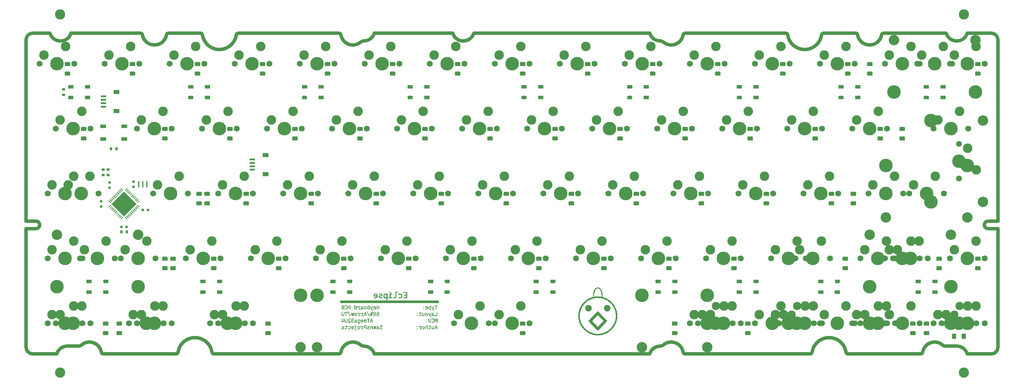
<source format=gbr>
%TF.GenerationSoftware,KiCad,Pcbnew,(5.1.11)-1*%
%TF.CreationDate,2022-10-09T01:58:47+07:00*%
%TF.ProjectId,Eclipse60,45636c69-7073-4653-9630-2e6b69636164,rev?*%
%TF.SameCoordinates,Original*%
%TF.FileFunction,Soldermask,Bot*%
%TF.FilePolarity,Negative*%
%FSLAX46Y46*%
G04 Gerber Fmt 4.6, Leading zero omitted, Abs format (unit mm)*
G04 Created by KiCad (PCBNEW (5.1.11)-1) date 2022-10-09 01:58:47*
%MOMM*%
%LPD*%
G01*
G04 APERTURE LIST*
%ADD10C,1.000000*%
%ADD11C,0.010000*%
%ADD12C,1.750000*%
%ADD13C,3.987800*%
%ADD14C,2.800000*%
%ADD15C,2.400000*%
%ADD16C,0.500000*%
%ADD17C,3.000000*%
%ADD18R,1.800000X1.200000*%
%ADD19R,1.550000X0.600000*%
%ADD20C,3.048000*%
%ADD21R,0.950000X0.800000*%
%ADD22R,1.800000X1.100000*%
%ADD23R,0.800000X0.950000*%
%ADD24R,1.500000X1.000000*%
%ADD25C,0.100000*%
%ADD26R,0.400000X1.900000*%
%ADD27R,0.750000X0.800000*%
%ADD28R,0.800000X0.750000*%
G04 APERTURE END LIST*
D10*
X131141002Y-29100001D02*
X154044994Y-29100001D01*
X160277004Y-29100002D02*
G75*
G02*
X154044994Y-29100001I-3116005J925564D01*
G01*
X42291004Y-29100001D02*
X62630001Y-29100001D01*
X29099994Y-86499998D02*
X31993000Y-86499998D01*
X38058994Y-123300000D02*
G75*
G02*
X41175007Y-120974996I3117544J-927619D01*
G01*
X84096004Y-123300001D02*
G75*
G02*
X83539997Y-122744001I517J556524D01*
G01*
X73621997Y-122744001D02*
G75*
G02*
X73065998Y-123300001I-556511J511D01*
G01*
X70201000Y-29671001D02*
G75*
G02*
X70771999Y-29100001I571880J-880D01*
G01*
X31099994Y-123300002D02*
G75*
G02*
X29099994Y-121300001I-981J1999019D01*
G01*
X211758997Y-123300001D02*
G75*
G02*
X214874999Y-120974996I3117524J-927591D01*
G01*
X70771999Y-29100001D02*
X80195003Y-29100001D01*
X127755000Y-120974997D02*
G75*
G02*
X127270000Y-120774999I750J689889D01*
G01*
X211758998Y-123300001D02*
X131141002Y-123300001D01*
X120754001Y-123300001D02*
X84096004Y-123300001D01*
X70201000Y-29671001D02*
G75*
G02*
X63201000Y-29671000I-3500000J626658D01*
G01*
X51722004Y-123300000D02*
G75*
G02*
X51150997Y-122729002I-833J570174D01*
G01*
X80195003Y-29100002D02*
G75*
G02*
X80766002Y-29671000I-880J-571879D01*
G01*
X31992999Y-84300000D02*
G75*
G02*
X31993000Y-86499998I8J-1099999D01*
G01*
X38058994Y-123300001D02*
X31099994Y-123300001D01*
X215143000Y-120974996D02*
X214874999Y-120974996D01*
X215631998Y-120773000D02*
G75*
G02*
X215143000Y-120974996I-487743J487855D01*
G01*
X269834002Y-123300002D02*
G75*
G02*
X269278002Y-122744001I512J556512D01*
G01*
X73621997Y-122744000D02*
G75*
G02*
X83539997Y-122744001I4959000J-771681D01*
G01*
X121325000Y-122729002D02*
G75*
G02*
X127270000Y-120774999I3499597J-626676D01*
G01*
X215632000Y-120773000D02*
G75*
G02*
X221574999Y-122729002I2443145J-2583322D01*
G01*
X258803996Y-123300001D02*
X222145999Y-123300001D01*
X259360004Y-122744001D02*
G75*
G02*
X269278002Y-122744001I4958999J-771680D01*
G01*
X29099994Y-31100001D02*
G75*
G02*
X31099994Y-29100001I2000725J-725D01*
G01*
X222145999Y-123300001D02*
G75*
G02*
X221574999Y-122729002I-825J570175D01*
G01*
X45184000Y-120794996D02*
G75*
G02*
X51150997Y-122729002I2466475J-2562179D01*
G01*
X128025001Y-120974997D02*
G75*
G02*
X131141002Y-123300001I-1522J-3252595D01*
G01*
X29099994Y-121300001D02*
X29099994Y-86499998D01*
X121325001Y-122729002D02*
G75*
G02*
X120754001Y-123300001I-570175J-824D01*
G01*
X128025001Y-120974996D02*
X127755001Y-120974996D01*
X291177996Y-123300001D02*
X269834002Y-123300001D01*
X259360003Y-122744001D02*
G75*
G02*
X258803996Y-123300001I-556524J524D01*
G01*
X31993000Y-84300001D02*
X29099994Y-84300001D01*
X31099994Y-29100001D02*
X36058994Y-29100001D01*
X44750004Y-120974996D02*
X41175007Y-120974996D01*
X45184002Y-120794996D02*
G75*
G02*
X44750004Y-120974996I-430255J424180D01*
G01*
X73065998Y-123300001D02*
X51722004Y-123300001D01*
X42291004Y-29100002D02*
G75*
G02*
X36058994Y-29100001I-3116005J925564D01*
G01*
X62630000Y-29100001D02*
G75*
G02*
X63201000Y-29671000I-880J-571880D01*
G01*
X29099994Y-84300001D02*
X29099994Y-31100000D01*
X127235000Y-31659000D02*
G75*
G02*
X121325001Y-29671000I-2410177J2613668D01*
G01*
X120754001Y-29100001D02*
G75*
G02*
X121325001Y-29671000I-880J-571880D01*
G01*
X91255001Y-29100001D02*
X120754001Y-29100001D01*
X90684002Y-29671001D02*
G75*
G02*
X80766002Y-29671000I-4959000J770501D01*
G01*
X90684001Y-29671000D02*
G75*
G02*
X91255001Y-29100001I571880J-881D01*
G01*
X313800006Y-84300001D02*
X310907000Y-84300001D01*
X160277004Y-29100002D02*
X211758998Y-29100001D01*
X313800006Y-31100000D02*
X313800006Y-84300001D01*
X311800005Y-29100001D02*
G75*
G02*
X313800006Y-31100000I-724J-2000725D01*
G01*
X304841006Y-29100001D02*
X311800006Y-29100001D01*
X304841006Y-29100002D02*
G75*
G02*
X298608996Y-29100001I-3116005J925564D01*
G01*
X280269999Y-29100001D02*
X298608996Y-29100001D01*
X279699000Y-29671001D02*
G75*
G02*
X280269999Y-29100001I571880J-880D01*
G01*
X222145999Y-29100001D02*
X251644999Y-29100001D01*
X214874999Y-31425000D02*
G75*
G02*
X211758998Y-29100001I-899J3249352D01*
G01*
X262704997Y-29100001D02*
X272128001Y-29100001D01*
X262133997Y-29671000D02*
G75*
G02*
X262704997Y-29100001I571880J-881D01*
G01*
X262133998Y-29671001D02*
G75*
G02*
X252215998Y-29671000I-4959000J770501D01*
G01*
X215129000Y-31424999D02*
G75*
G02*
X215642001Y-31638000I-2442J-730151D01*
G01*
X131141002Y-29100001D02*
G75*
G02*
X128025001Y-31425000I-3115102J924353D01*
G01*
X127235001Y-31659000D02*
G75*
G02*
X127799000Y-31425000I565427J-566132D01*
G01*
X279699000Y-29671001D02*
G75*
G02*
X272699000Y-29671000I-3500000J626658D01*
G01*
X251644999Y-29100002D02*
G75*
G02*
X252215998Y-29671000I-880J-571879D01*
G01*
X214874999Y-31425000D02*
X215129000Y-31425000D01*
X127799000Y-31425000D02*
X128025001Y-31425000D01*
X313800006Y-86499998D02*
X313800006Y-121300001D01*
X221574999Y-29671001D02*
G75*
G02*
X215642001Y-31638000I-3500071J625896D01*
G01*
X310907000Y-86499998D02*
X313800006Y-86499998D01*
X310907001Y-86499997D02*
G75*
G02*
X310907000Y-84300001I-8J1099998D01*
G01*
X221574999Y-29671000D02*
G75*
G02*
X222145999Y-29100001I571880J-881D01*
G01*
X272128000Y-29100001D02*
G75*
G02*
X272699000Y-29671000I-880J-571880D01*
G01*
X301724993Y-120974996D02*
X298268000Y-120974996D01*
X298268000Y-120974996D02*
G75*
G02*
X297621997Y-120707998I-2701J908467D01*
G01*
X311800006Y-123300001D02*
X304841006Y-123300001D01*
X313800005Y-121300001D02*
G75*
G02*
X311800006Y-123300001I-1999018J-982D01*
G01*
X291749003Y-122729002D02*
G75*
G02*
X297621997Y-120707998I3500114J-627357D01*
G01*
X301724994Y-120974996D02*
G75*
G02*
X304841006Y-123300001I-1532J-3252623D01*
G01*
X291749004Y-122729002D02*
G75*
G02*
X291177996Y-123300001I-570175J-824D01*
G01*
D11*
%TO.C,G\u002A\u002A\u002A*%
G36*
X196442710Y-103788651D02*
G01*
X196367243Y-103790263D01*
X196311177Y-103793700D01*
X196268342Y-103799574D01*
X196232564Y-103808497D01*
X196197673Y-103821083D01*
X196192649Y-103823115D01*
X196086563Y-103879296D01*
X195975569Y-103961297D01*
X195863740Y-104064488D01*
X195755147Y-104184234D01*
X195653862Y-104315903D01*
X195563956Y-104454863D01*
X195489502Y-104596480D01*
X195466339Y-104649468D01*
X195447299Y-104695269D01*
X195433129Y-104728843D01*
X195421514Y-104759423D01*
X195403241Y-104811255D01*
X195381434Y-104875387D01*
X195370786Y-104907437D01*
X195307386Y-105117759D01*
X195257858Y-105324560D01*
X195221205Y-105534729D01*
X195196429Y-105755154D01*
X195182533Y-105992723D01*
X195178500Y-106235940D01*
X195178500Y-106581026D01*
X195111032Y-106598612D01*
X194707155Y-106720150D01*
X194314450Y-106870986D01*
X193934615Y-107050205D01*
X193569346Y-107256892D01*
X193220341Y-107490132D01*
X192889297Y-107749009D01*
X192745891Y-107874299D01*
X192437789Y-108173667D01*
X192156024Y-108490607D01*
X191900901Y-108824517D01*
X191672723Y-109174793D01*
X191471796Y-109540833D01*
X191298423Y-109922033D01*
X191152909Y-110317790D01*
X191035559Y-110727502D01*
X190946676Y-111150565D01*
X190890301Y-111551125D01*
X190882530Y-111646160D01*
X190876782Y-111764933D01*
X190873053Y-111900271D01*
X190871343Y-112045001D01*
X190871649Y-112191951D01*
X190873971Y-112333947D01*
X190878307Y-112463816D01*
X190884655Y-112574387D01*
X190890532Y-112638562D01*
X190953701Y-113073015D01*
X191042385Y-113489191D01*
X191157077Y-113888355D01*
X191298270Y-114271773D01*
X191466456Y-114640709D01*
X191662128Y-114996430D01*
X191885779Y-115340201D01*
X192006939Y-115506268D01*
X192277738Y-115838519D01*
X192568922Y-116146797D01*
X192879347Y-116430456D01*
X193207869Y-116688853D01*
X193553342Y-116921340D01*
X193914622Y-117127274D01*
X194290565Y-117306008D01*
X194680026Y-117456897D01*
X195081860Y-117579297D01*
X195494922Y-117672561D01*
X195918069Y-117736044D01*
X195972250Y-117741920D01*
X196044780Y-117747921D01*
X196138932Y-117753458D01*
X196247996Y-117758355D01*
X196365263Y-117762436D01*
X196484023Y-117765525D01*
X196597566Y-117767445D01*
X196699181Y-117768021D01*
X196782159Y-117767076D01*
X196837438Y-117764624D01*
X197122653Y-117738461D01*
X197383304Y-117705796D01*
X197626100Y-117665617D01*
X197857749Y-117616912D01*
X197928201Y-117599959D01*
X198328395Y-117484664D01*
X198716731Y-117340569D01*
X199091871Y-117168833D01*
X199452477Y-116970613D01*
X199797210Y-116747068D01*
X200124732Y-116499353D01*
X200433704Y-116228629D01*
X200722789Y-115936051D01*
X200990647Y-115622777D01*
X201235941Y-115289966D01*
X201457332Y-114938775D01*
X201653482Y-114570361D01*
X201794959Y-114255235D01*
X201939005Y-113864702D01*
X202054111Y-113461126D01*
X202140269Y-113044537D01*
X202193479Y-112654437D01*
X202218885Y-112267192D01*
X202217443Y-112071736D01*
X201850403Y-112071736D01*
X201849925Y-112233128D01*
X201846406Y-112385509D01*
X201839784Y-112520905D01*
X201831879Y-112614750D01*
X201771637Y-113031756D01*
X201682203Y-113436818D01*
X201564011Y-113829136D01*
X201417499Y-114207910D01*
X201243104Y-114572340D01*
X201041263Y-114921625D01*
X200812411Y-115254966D01*
X200556986Y-115571562D01*
X200275425Y-115870614D01*
X199968164Y-116151321D01*
X199847044Y-116251180D01*
X199520651Y-116492704D01*
X199178117Y-116707144D01*
X198820584Y-116894051D01*
X198449192Y-117052976D01*
X198065084Y-117183469D01*
X197669401Y-117285081D01*
X197263284Y-117357362D01*
X196948563Y-117392386D01*
X196858801Y-117397514D01*
X196745216Y-117400461D01*
X196615523Y-117401349D01*
X196477440Y-117400296D01*
X196338684Y-117397422D01*
X196206973Y-117392846D01*
X196090022Y-117386688D01*
X195995550Y-117379067D01*
X195980188Y-117377396D01*
X195567682Y-117314540D01*
X195165879Y-117222447D01*
X194775939Y-117101723D01*
X194399022Y-116952974D01*
X194036290Y-116776807D01*
X193688901Y-116573828D01*
X193358017Y-116344643D01*
X193044799Y-116089858D01*
X192750406Y-115810080D01*
X192538193Y-115579052D01*
X192276712Y-115253973D01*
X192044292Y-114916206D01*
X191840850Y-114565557D01*
X191666301Y-114201830D01*
X191520561Y-113824832D01*
X191403547Y-113434369D01*
X191315173Y-113030245D01*
X191255622Y-112614750D01*
X191246375Y-112499530D01*
X191240283Y-112360700D01*
X191237283Y-112206233D01*
X191237314Y-112044105D01*
X191240313Y-111882291D01*
X191246217Y-111728765D01*
X191254965Y-111591505D01*
X191264351Y-111495562D01*
X191323089Y-111110422D01*
X191405378Y-110742695D01*
X191512880Y-110386790D01*
X191647260Y-110037118D01*
X191791373Y-109725500D01*
X191987798Y-109366490D01*
X192209138Y-109026389D01*
X192454104Y-108706181D01*
X192721407Y-108406848D01*
X193009757Y-108129373D01*
X193317865Y-107874738D01*
X193644441Y-107643926D01*
X193988197Y-107437919D01*
X194347841Y-107257701D01*
X194722086Y-107104255D01*
X195109641Y-106978562D01*
X195509218Y-106881605D01*
X195527750Y-106877876D01*
X195647358Y-106855052D01*
X195756752Y-106836798D01*
X195861867Y-106822641D01*
X195968637Y-106812105D01*
X196082994Y-106804717D01*
X196210873Y-106800003D01*
X196358207Y-106797489D01*
X196530931Y-106796700D01*
X196543750Y-106796697D01*
X196738581Y-106797802D01*
X196908158Y-106801592D01*
X197058915Y-106808785D01*
X197197287Y-106820098D01*
X197329708Y-106836246D01*
X197462614Y-106857948D01*
X197602438Y-106885918D01*
X197755617Y-106920874D01*
X197837563Y-106940786D01*
X198221421Y-107051668D01*
X198594400Y-107191660D01*
X198954967Y-107359526D01*
X199301590Y-107554033D01*
X199632735Y-107773947D01*
X199946870Y-108018034D01*
X200242463Y-108285060D01*
X200517980Y-108573790D01*
X200771889Y-108882991D01*
X201002658Y-109211428D01*
X201208753Y-109557868D01*
X201296128Y-109725500D01*
X201455924Y-110074331D01*
X201587354Y-110424403D01*
X201692085Y-110781304D01*
X201771778Y-111150624D01*
X201823150Y-111495562D01*
X201834214Y-111613246D01*
X201842485Y-111753819D01*
X201847902Y-111909308D01*
X201850403Y-112071736D01*
X202217443Y-112071736D01*
X202215967Y-111871920D01*
X202185394Y-111473535D01*
X202127837Y-111076951D01*
X202043965Y-110687081D01*
X201934447Y-110308841D01*
X201837145Y-110038958D01*
X201667191Y-109648989D01*
X201471147Y-109275907D01*
X201250189Y-108920761D01*
X201005495Y-108584599D01*
X200738241Y-108268472D01*
X200449605Y-107973427D01*
X200140763Y-107700514D01*
X199812893Y-107450781D01*
X199467172Y-107225277D01*
X199104777Y-107025052D01*
X198726884Y-106851154D01*
X198334672Y-106704632D01*
X197976469Y-106598612D01*
X197909000Y-106581026D01*
X197908892Y-106320802D01*
X197703908Y-106320802D01*
X197703349Y-106400800D01*
X197700669Y-106462090D01*
X197695727Y-106499582D01*
X197692042Y-106508166D01*
X197681539Y-106515170D01*
X197664050Y-106517733D01*
X197633347Y-106515435D01*
X197583202Y-106507857D01*
X197517848Y-106496453D01*
X197226278Y-106453168D01*
X196926476Y-106426607D01*
X196609479Y-106416029D01*
X196543750Y-106415765D01*
X196324274Y-106418779D01*
X196124243Y-106428233D01*
X195931824Y-106445113D01*
X195735184Y-106470404D01*
X195569815Y-106496852D01*
X195504601Y-106506714D01*
X195449955Y-106512573D01*
X195414375Y-106513616D01*
X195407096Y-106512398D01*
X195396990Y-106492914D01*
X195389767Y-106446389D01*
X195385369Y-106377393D01*
X195383739Y-106290499D01*
X195384819Y-106190279D01*
X195388553Y-106081303D01*
X195394881Y-105968143D01*
X195403748Y-105855372D01*
X195415095Y-105747561D01*
X195416902Y-105732937D01*
X195443723Y-105555117D01*
X195479108Y-105374326D01*
X195521291Y-105197237D01*
X195568507Y-105030520D01*
X195618990Y-104880849D01*
X195670975Y-104754894D01*
X195681556Y-104732812D01*
X195737983Y-104623162D01*
X195794519Y-104521986D01*
X195847044Y-104436356D01*
X195889648Y-104375625D01*
X195965894Y-104286610D01*
X196051340Y-104201497D01*
X196138809Y-104126610D01*
X196221124Y-104068274D01*
X196267413Y-104042721D01*
X196315493Y-104021176D01*
X196356403Y-104007226D01*
X196399513Y-103999240D01*
X196454195Y-103995586D01*
X196529820Y-103994635D01*
X196543751Y-103994624D01*
X196623383Y-103995308D01*
X196680647Y-103998445D01*
X196724913Y-104005667D01*
X196765553Y-104018604D01*
X196811938Y-104038889D01*
X196820088Y-104042721D01*
X196895412Y-104087277D01*
X196980443Y-104152395D01*
X197068005Y-104231753D01*
X197150920Y-104319026D01*
X197197853Y-104375625D01*
X197242707Y-104439822D01*
X197295504Y-104526315D01*
X197352125Y-104628032D01*
X197405945Y-104732812D01*
X197459499Y-104856573D01*
X197511499Y-105005465D01*
X197560195Y-105172870D01*
X197603835Y-105352168D01*
X197640667Y-105536742D01*
X197668940Y-105719972D01*
X197670599Y-105732937D01*
X197679811Y-105818310D01*
X197687747Y-105915510D01*
X197694265Y-106019449D01*
X197699226Y-106125037D01*
X197702487Y-106227184D01*
X197703908Y-106320802D01*
X197908892Y-106320802D01*
X197908856Y-106236356D01*
X197904112Y-105981385D01*
X197889617Y-105747125D01*
X197864642Y-105523846D01*
X197846312Y-105403041D01*
X197827340Y-105307661D01*
X197799538Y-105192703D01*
X197765747Y-105068119D01*
X197728807Y-104943858D01*
X197691558Y-104829872D01*
X197656841Y-104736111D01*
X197653871Y-104728843D01*
X197636332Y-104686308D01*
X197621162Y-104649468D01*
X197597263Y-104595809D01*
X197568698Y-104537799D01*
X197541280Y-104486782D01*
X197521498Y-104455000D01*
X197502411Y-104425711D01*
X197477994Y-104384030D01*
X197473329Y-104375625D01*
X197418709Y-104291091D01*
X197343741Y-104196314D01*
X197254766Y-104098248D01*
X197158126Y-104003844D01*
X197060164Y-103920056D01*
X197051750Y-103913468D01*
X196992166Y-103870311D01*
X196935857Y-103838155D01*
X196876569Y-103815459D01*
X196808047Y-103800681D01*
X196724038Y-103792279D01*
X196618285Y-103788711D01*
X196543751Y-103788249D01*
X196442710Y-103788651D01*
G37*
X196442710Y-103788651D02*
X196367243Y-103790263D01*
X196311177Y-103793700D01*
X196268342Y-103799574D01*
X196232564Y-103808497D01*
X196197673Y-103821083D01*
X196192649Y-103823115D01*
X196086563Y-103879296D01*
X195975569Y-103961297D01*
X195863740Y-104064488D01*
X195755147Y-104184234D01*
X195653862Y-104315903D01*
X195563956Y-104454863D01*
X195489502Y-104596480D01*
X195466339Y-104649468D01*
X195447299Y-104695269D01*
X195433129Y-104728843D01*
X195421514Y-104759423D01*
X195403241Y-104811255D01*
X195381434Y-104875387D01*
X195370786Y-104907437D01*
X195307386Y-105117759D01*
X195257858Y-105324560D01*
X195221205Y-105534729D01*
X195196429Y-105755154D01*
X195182533Y-105992723D01*
X195178500Y-106235940D01*
X195178500Y-106581026D01*
X195111032Y-106598612D01*
X194707155Y-106720150D01*
X194314450Y-106870986D01*
X193934615Y-107050205D01*
X193569346Y-107256892D01*
X193220341Y-107490132D01*
X192889297Y-107749009D01*
X192745891Y-107874299D01*
X192437789Y-108173667D01*
X192156024Y-108490607D01*
X191900901Y-108824517D01*
X191672723Y-109174793D01*
X191471796Y-109540833D01*
X191298423Y-109922033D01*
X191152909Y-110317790D01*
X191035559Y-110727502D01*
X190946676Y-111150565D01*
X190890301Y-111551125D01*
X190882530Y-111646160D01*
X190876782Y-111764933D01*
X190873053Y-111900271D01*
X190871343Y-112045001D01*
X190871649Y-112191951D01*
X190873971Y-112333947D01*
X190878307Y-112463816D01*
X190884655Y-112574387D01*
X190890532Y-112638562D01*
X190953701Y-113073015D01*
X191042385Y-113489191D01*
X191157077Y-113888355D01*
X191298270Y-114271773D01*
X191466456Y-114640709D01*
X191662128Y-114996430D01*
X191885779Y-115340201D01*
X192006939Y-115506268D01*
X192277738Y-115838519D01*
X192568922Y-116146797D01*
X192879347Y-116430456D01*
X193207869Y-116688853D01*
X193553342Y-116921340D01*
X193914622Y-117127274D01*
X194290565Y-117306008D01*
X194680026Y-117456897D01*
X195081860Y-117579297D01*
X195494922Y-117672561D01*
X195918069Y-117736044D01*
X195972250Y-117741920D01*
X196044780Y-117747921D01*
X196138932Y-117753458D01*
X196247996Y-117758355D01*
X196365263Y-117762436D01*
X196484023Y-117765525D01*
X196597566Y-117767445D01*
X196699181Y-117768021D01*
X196782159Y-117767076D01*
X196837438Y-117764624D01*
X197122653Y-117738461D01*
X197383304Y-117705796D01*
X197626100Y-117665617D01*
X197857749Y-117616912D01*
X197928201Y-117599959D01*
X198328395Y-117484664D01*
X198716731Y-117340569D01*
X199091871Y-117168833D01*
X199452477Y-116970613D01*
X199797210Y-116747068D01*
X200124732Y-116499353D01*
X200433704Y-116228629D01*
X200722789Y-115936051D01*
X200990647Y-115622777D01*
X201235941Y-115289966D01*
X201457332Y-114938775D01*
X201653482Y-114570361D01*
X201794959Y-114255235D01*
X201939005Y-113864702D01*
X202054111Y-113461126D01*
X202140269Y-113044537D01*
X202193479Y-112654437D01*
X202218885Y-112267192D01*
X202217443Y-112071736D01*
X201850403Y-112071736D01*
X201849925Y-112233128D01*
X201846406Y-112385509D01*
X201839784Y-112520905D01*
X201831879Y-112614750D01*
X201771637Y-113031756D01*
X201682203Y-113436818D01*
X201564011Y-113829136D01*
X201417499Y-114207910D01*
X201243104Y-114572340D01*
X201041263Y-114921625D01*
X200812411Y-115254966D01*
X200556986Y-115571562D01*
X200275425Y-115870614D01*
X199968164Y-116151321D01*
X199847044Y-116251180D01*
X199520651Y-116492704D01*
X199178117Y-116707144D01*
X198820584Y-116894051D01*
X198449192Y-117052976D01*
X198065084Y-117183469D01*
X197669401Y-117285081D01*
X197263284Y-117357362D01*
X196948563Y-117392386D01*
X196858801Y-117397514D01*
X196745216Y-117400461D01*
X196615523Y-117401349D01*
X196477440Y-117400296D01*
X196338684Y-117397422D01*
X196206973Y-117392846D01*
X196090022Y-117386688D01*
X195995550Y-117379067D01*
X195980188Y-117377396D01*
X195567682Y-117314540D01*
X195165879Y-117222447D01*
X194775939Y-117101723D01*
X194399022Y-116952974D01*
X194036290Y-116776807D01*
X193688901Y-116573828D01*
X193358017Y-116344643D01*
X193044799Y-116089858D01*
X192750406Y-115810080D01*
X192538193Y-115579052D01*
X192276712Y-115253973D01*
X192044292Y-114916206D01*
X191840850Y-114565557D01*
X191666301Y-114201830D01*
X191520561Y-113824832D01*
X191403547Y-113434369D01*
X191315173Y-113030245D01*
X191255622Y-112614750D01*
X191246375Y-112499530D01*
X191240283Y-112360700D01*
X191237283Y-112206233D01*
X191237314Y-112044105D01*
X191240313Y-111882291D01*
X191246217Y-111728765D01*
X191254965Y-111591505D01*
X191264351Y-111495562D01*
X191323089Y-111110422D01*
X191405378Y-110742695D01*
X191512880Y-110386790D01*
X191647260Y-110037118D01*
X191791373Y-109725500D01*
X191987798Y-109366490D01*
X192209138Y-109026389D01*
X192454104Y-108706181D01*
X192721407Y-108406848D01*
X193009757Y-108129373D01*
X193317865Y-107874738D01*
X193644441Y-107643926D01*
X193988197Y-107437919D01*
X194347841Y-107257701D01*
X194722086Y-107104255D01*
X195109641Y-106978562D01*
X195509218Y-106881605D01*
X195527750Y-106877876D01*
X195647358Y-106855052D01*
X195756752Y-106836798D01*
X195861867Y-106822641D01*
X195968637Y-106812105D01*
X196082994Y-106804717D01*
X196210873Y-106800003D01*
X196358207Y-106797489D01*
X196530931Y-106796700D01*
X196543750Y-106796697D01*
X196738581Y-106797802D01*
X196908158Y-106801592D01*
X197058915Y-106808785D01*
X197197287Y-106820098D01*
X197329708Y-106836246D01*
X197462614Y-106857948D01*
X197602438Y-106885918D01*
X197755617Y-106920874D01*
X197837563Y-106940786D01*
X198221421Y-107051668D01*
X198594400Y-107191660D01*
X198954967Y-107359526D01*
X199301590Y-107554033D01*
X199632735Y-107773947D01*
X199946870Y-108018034D01*
X200242463Y-108285060D01*
X200517980Y-108573790D01*
X200771889Y-108882991D01*
X201002658Y-109211428D01*
X201208753Y-109557868D01*
X201296128Y-109725500D01*
X201455924Y-110074331D01*
X201587354Y-110424403D01*
X201692085Y-110781304D01*
X201771778Y-111150624D01*
X201823150Y-111495562D01*
X201834214Y-111613246D01*
X201842485Y-111753819D01*
X201847902Y-111909308D01*
X201850403Y-112071736D01*
X202217443Y-112071736D01*
X202215967Y-111871920D01*
X202185394Y-111473535D01*
X202127837Y-111076951D01*
X202043965Y-110687081D01*
X201934447Y-110308841D01*
X201837145Y-110038958D01*
X201667191Y-109648989D01*
X201471147Y-109275907D01*
X201250189Y-108920761D01*
X201005495Y-108584599D01*
X200738241Y-108268472D01*
X200449605Y-107973427D01*
X200140763Y-107700514D01*
X199812893Y-107450781D01*
X199467172Y-107225277D01*
X199104777Y-107025052D01*
X198726884Y-106851154D01*
X198334672Y-106704632D01*
X197976469Y-106598612D01*
X197909000Y-106581026D01*
X197908892Y-106320802D01*
X197703908Y-106320802D01*
X197703349Y-106400800D01*
X197700669Y-106462090D01*
X197695727Y-106499582D01*
X197692042Y-106508166D01*
X197681539Y-106515170D01*
X197664050Y-106517733D01*
X197633347Y-106515435D01*
X197583202Y-106507857D01*
X197517848Y-106496453D01*
X197226278Y-106453168D01*
X196926476Y-106426607D01*
X196609479Y-106416029D01*
X196543750Y-106415765D01*
X196324274Y-106418779D01*
X196124243Y-106428233D01*
X195931824Y-106445113D01*
X195735184Y-106470404D01*
X195569815Y-106496852D01*
X195504601Y-106506714D01*
X195449955Y-106512573D01*
X195414375Y-106513616D01*
X195407096Y-106512398D01*
X195396990Y-106492914D01*
X195389767Y-106446389D01*
X195385369Y-106377393D01*
X195383739Y-106290499D01*
X195384819Y-106190279D01*
X195388553Y-106081303D01*
X195394881Y-105968143D01*
X195403748Y-105855372D01*
X195415095Y-105747561D01*
X195416902Y-105732937D01*
X195443723Y-105555117D01*
X195479108Y-105374326D01*
X195521291Y-105197237D01*
X195568507Y-105030520D01*
X195618990Y-104880849D01*
X195670975Y-104754894D01*
X195681556Y-104732812D01*
X195737983Y-104623162D01*
X195794519Y-104521986D01*
X195847044Y-104436356D01*
X195889648Y-104375625D01*
X195965894Y-104286610D01*
X196051340Y-104201497D01*
X196138809Y-104126610D01*
X196221124Y-104068274D01*
X196267413Y-104042721D01*
X196315493Y-104021176D01*
X196356403Y-104007226D01*
X196399513Y-103999240D01*
X196454195Y-103995586D01*
X196529820Y-103994635D01*
X196543751Y-103994624D01*
X196623383Y-103995308D01*
X196680647Y-103998445D01*
X196724913Y-104005667D01*
X196765553Y-104018604D01*
X196811938Y-104038889D01*
X196820088Y-104042721D01*
X196895412Y-104087277D01*
X196980443Y-104152395D01*
X197068005Y-104231753D01*
X197150920Y-104319026D01*
X197197853Y-104375625D01*
X197242707Y-104439822D01*
X197295504Y-104526315D01*
X197352125Y-104628032D01*
X197405945Y-104732812D01*
X197459499Y-104856573D01*
X197511499Y-105005465D01*
X197560195Y-105172870D01*
X197603835Y-105352168D01*
X197640667Y-105536742D01*
X197668940Y-105719972D01*
X197670599Y-105732937D01*
X197679811Y-105818310D01*
X197687747Y-105915510D01*
X197694265Y-106019449D01*
X197699226Y-106125037D01*
X197702487Y-106227184D01*
X197703908Y-106320802D01*
X197908892Y-106320802D01*
X197908856Y-106236356D01*
X197904112Y-105981385D01*
X197889617Y-105747125D01*
X197864642Y-105523846D01*
X197846312Y-105403041D01*
X197827340Y-105307661D01*
X197799538Y-105192703D01*
X197765747Y-105068119D01*
X197728807Y-104943858D01*
X197691558Y-104829872D01*
X197656841Y-104736111D01*
X197653871Y-104728843D01*
X197636332Y-104686308D01*
X197621162Y-104649468D01*
X197597263Y-104595809D01*
X197568698Y-104537799D01*
X197541280Y-104486782D01*
X197521498Y-104455000D01*
X197502411Y-104425711D01*
X197477994Y-104384030D01*
X197473329Y-104375625D01*
X197418709Y-104291091D01*
X197343741Y-104196314D01*
X197254766Y-104098248D01*
X197158126Y-104003844D01*
X197060164Y-103920056D01*
X197051750Y-103913468D01*
X196992166Y-103870311D01*
X196935857Y-103838155D01*
X196876569Y-103815459D01*
X196808047Y-103800681D01*
X196724038Y-103792279D01*
X196618285Y-103788711D01*
X196543751Y-103788249D01*
X196442710Y-103788651D01*
G36*
X193644404Y-108930301D02*
G01*
X193489435Y-108972600D01*
X193346709Y-109043879D01*
X193214591Y-109144778D01*
X193204012Y-109154540D01*
X193089306Y-109279068D01*
X193004403Y-109411442D01*
X192947664Y-109555106D01*
X192917450Y-109713504D01*
X192913268Y-109765187D01*
X192917502Y-109937319D01*
X192950938Y-110097023D01*
X193013672Y-110244556D01*
X193105799Y-110380173D01*
X193168848Y-110449591D01*
X193300853Y-110560795D01*
X193445769Y-110643867D01*
X193600906Y-110698005D01*
X193763573Y-110722401D01*
X193931080Y-110716253D01*
X194012995Y-110702090D01*
X194160726Y-110654168D01*
X194301865Y-110577234D01*
X194431712Y-110473971D01*
X194458288Y-110447994D01*
X194566413Y-110316940D01*
X194645957Y-110173210D01*
X194696279Y-110019215D01*
X194716734Y-109857366D01*
X194706679Y-109690071D01*
X194686722Y-109591918D01*
X194652062Y-109479761D01*
X194607459Y-109383803D01*
X194547206Y-109294271D01*
X194465598Y-109201391D01*
X194448574Y-109183940D01*
X194322718Y-109074178D01*
X194190207Y-108994464D01*
X194047327Y-108943233D01*
X193890359Y-108918920D01*
X193813250Y-108916344D01*
X193644404Y-108930301D01*
G37*
X193644404Y-108930301D02*
X193489435Y-108972600D01*
X193346709Y-109043879D01*
X193214591Y-109144778D01*
X193204012Y-109154540D01*
X193089306Y-109279068D01*
X193004403Y-109411442D01*
X192947664Y-109555106D01*
X192917450Y-109713504D01*
X192913268Y-109765187D01*
X192917502Y-109937319D01*
X192950938Y-110097023D01*
X193013672Y-110244556D01*
X193105799Y-110380173D01*
X193168848Y-110449591D01*
X193300853Y-110560795D01*
X193445769Y-110643867D01*
X193600906Y-110698005D01*
X193763573Y-110722401D01*
X193931080Y-110716253D01*
X194012995Y-110702090D01*
X194160726Y-110654168D01*
X194301865Y-110577234D01*
X194431712Y-110473971D01*
X194458288Y-110447994D01*
X194566413Y-110316940D01*
X194645957Y-110173210D01*
X194696279Y-110019215D01*
X194716734Y-109857366D01*
X194706679Y-109690071D01*
X194686722Y-109591918D01*
X194652062Y-109479761D01*
X194607459Y-109383803D01*
X194547206Y-109294271D01*
X194465598Y-109201391D01*
X194448574Y-109183940D01*
X194322718Y-109074178D01*
X194190207Y-108994464D01*
X194047327Y-108943233D01*
X193890359Y-108918920D01*
X193813250Y-108916344D01*
X193644404Y-108930301D01*
G36*
X199105404Y-108930301D02*
G01*
X198950435Y-108972600D01*
X198807709Y-109043879D01*
X198675591Y-109144778D01*
X198665012Y-109154540D01*
X198550306Y-109279068D01*
X198465403Y-109411442D01*
X198408664Y-109555106D01*
X198378450Y-109713504D01*
X198374268Y-109765187D01*
X198378502Y-109937319D01*
X198411938Y-110097023D01*
X198474672Y-110244556D01*
X198566799Y-110380173D01*
X198629848Y-110449591D01*
X198761853Y-110560795D01*
X198906769Y-110643867D01*
X199061906Y-110698005D01*
X199224573Y-110722401D01*
X199392080Y-110716253D01*
X199473995Y-110702090D01*
X199621726Y-110654168D01*
X199762865Y-110577234D01*
X199892712Y-110473971D01*
X199919288Y-110447994D01*
X200027413Y-110316940D01*
X200106957Y-110173210D01*
X200157279Y-110019215D01*
X200177734Y-109857366D01*
X200167679Y-109690071D01*
X200147722Y-109591918D01*
X200113062Y-109479761D01*
X200068459Y-109383803D01*
X200008206Y-109294271D01*
X199926598Y-109201391D01*
X199909574Y-109183940D01*
X199783718Y-109074178D01*
X199651207Y-108994464D01*
X199508327Y-108943233D01*
X199351359Y-108918920D01*
X199274250Y-108916344D01*
X199105404Y-108930301D01*
G37*
X199105404Y-108930301D02*
X198950435Y-108972600D01*
X198807709Y-109043879D01*
X198675591Y-109144778D01*
X198665012Y-109154540D01*
X198550306Y-109279068D01*
X198465403Y-109411442D01*
X198408664Y-109555106D01*
X198378450Y-109713504D01*
X198374268Y-109765187D01*
X198378502Y-109937319D01*
X198411938Y-110097023D01*
X198474672Y-110244556D01*
X198566799Y-110380173D01*
X198629848Y-110449591D01*
X198761853Y-110560795D01*
X198906769Y-110643867D01*
X199061906Y-110698005D01*
X199224573Y-110722401D01*
X199392080Y-110716253D01*
X199473995Y-110702090D01*
X199621726Y-110654168D01*
X199762865Y-110577234D01*
X199892712Y-110473971D01*
X199919288Y-110447994D01*
X200027413Y-110316940D01*
X200106957Y-110173210D01*
X200157279Y-110019215D01*
X200177734Y-109857366D01*
X200167679Y-109690071D01*
X200147722Y-109591918D01*
X200113062Y-109479761D01*
X200068459Y-109383803D01*
X200008206Y-109294271D01*
X199926598Y-109201391D01*
X199909574Y-109183940D01*
X199783718Y-109074178D01*
X199651207Y-108994464D01*
X199508327Y-108943233D01*
X199351359Y-108918920D01*
X199274250Y-108916344D01*
X199105404Y-108930301D01*
G36*
X196387984Y-110890645D02*
G01*
X196327811Y-110952730D01*
X196265389Y-111017393D01*
X196198237Y-111087228D01*
X196123872Y-111164834D01*
X196039813Y-111252809D01*
X195943576Y-111353748D01*
X195832681Y-111470250D01*
X195704645Y-111604912D01*
X195574754Y-111741625D01*
X195484804Y-111836273D01*
X195394924Y-111930758D01*
X195309436Y-112020542D01*
X195232660Y-112101089D01*
X195168919Y-112167865D01*
X195122533Y-112216332D01*
X195121053Y-112217875D01*
X194985452Y-112359362D01*
X194849348Y-112501742D01*
X194714503Y-112643146D01*
X194582678Y-112781707D01*
X194455633Y-112915557D01*
X194335132Y-113042829D01*
X194222933Y-113161655D01*
X194120801Y-113270168D01*
X194030494Y-113366501D01*
X193953775Y-113448785D01*
X193892406Y-113515153D01*
X193848147Y-113563738D01*
X193822759Y-113592673D01*
X193817166Y-113600363D01*
X193828741Y-113613645D01*
X193860604Y-113648091D01*
X193911146Y-113702016D01*
X193978758Y-113773732D01*
X194061830Y-113861555D01*
X194158752Y-113963798D01*
X194267916Y-114078776D01*
X194387711Y-114204801D01*
X194516527Y-114340189D01*
X194652756Y-114483253D01*
X194794788Y-114632308D01*
X194941013Y-114785666D01*
X195089822Y-114941642D01*
X195239605Y-115098551D01*
X195388753Y-115254706D01*
X195535655Y-115408420D01*
X195678704Y-115558009D01*
X195816288Y-115701786D01*
X195946798Y-115838065D01*
X196068626Y-115965160D01*
X196180161Y-116081385D01*
X196279794Y-116185053D01*
X196365915Y-116274480D01*
X196436915Y-116347979D01*
X196491184Y-116403864D01*
X196527113Y-116440448D01*
X196543092Y-116456047D01*
X196543750Y-116456500D01*
X196555840Y-116445227D01*
X196588480Y-116412331D01*
X196640341Y-116359198D01*
X196710093Y-116287211D01*
X196796408Y-116197756D01*
X196897954Y-116092216D01*
X197013403Y-115971977D01*
X197141425Y-115838423D01*
X197280690Y-115692938D01*
X197429870Y-115536908D01*
X197587635Y-115371717D01*
X197752654Y-115198749D01*
X197910402Y-115033241D01*
X198080912Y-114854219D01*
X198245292Y-114681550D01*
X198402217Y-114516626D01*
X198550366Y-114360845D01*
X198688413Y-114215599D01*
X198815036Y-114082284D01*
X198928910Y-113962294D01*
X199028713Y-113857023D01*
X199113121Y-113767867D01*
X199180810Y-113696220D01*
X199230456Y-113643476D01*
X199260737Y-113611031D01*
X199270355Y-113600304D01*
X199268881Y-113597416D01*
X198224301Y-113597416D01*
X198212564Y-113611799D01*
X198180994Y-113646792D01*
X198131644Y-113700241D01*
X198066571Y-113769988D01*
X197987826Y-113853879D01*
X197897466Y-113949756D01*
X197797544Y-114055465D01*
X197690114Y-114168849D01*
X197577232Y-114287752D01*
X197460950Y-114410018D01*
X197343325Y-114533491D01*
X197226408Y-114656016D01*
X197112257Y-114775436D01*
X197002923Y-114889596D01*
X196900462Y-114996338D01*
X196806929Y-115093508D01*
X196724377Y-115178950D01*
X196654860Y-115250507D01*
X196600434Y-115306024D01*
X196563151Y-115343344D01*
X196545068Y-115360312D01*
X196543750Y-115361125D01*
X196531158Y-115349904D01*
X196498420Y-115317423D01*
X196447246Y-115265451D01*
X196379346Y-115195760D01*
X196296429Y-115110118D01*
X196200204Y-115010297D01*
X196092382Y-114898067D01*
X195974672Y-114775197D01*
X195848783Y-114643459D01*
X195716424Y-114504623D01*
X195700365Y-114487755D01*
X195567336Y-114347875D01*
X195440735Y-114214480D01*
X195322264Y-114089380D01*
X195213622Y-113974384D01*
X195116512Y-113871300D01*
X195032632Y-113781937D01*
X194963684Y-113708103D01*
X194911369Y-113651607D01*
X194877387Y-113614259D01*
X194863439Y-113597866D01*
X194863200Y-113597416D01*
X194871740Y-113580775D01*
X194899061Y-113545955D01*
X194941497Y-113497232D01*
X194995383Y-113438884D01*
X195029887Y-113402885D01*
X195108641Y-113321550D01*
X195197724Y-113229170D01*
X195286519Y-113136776D01*
X195364410Y-113055398D01*
X195368601Y-113051005D01*
X195445416Y-112970517D01*
X195532177Y-112879665D01*
X195618322Y-112789506D01*
X195693290Y-112711095D01*
X195694338Y-112710000D01*
X195855662Y-112541271D01*
X196001133Y-112388958D01*
X196129920Y-112253933D01*
X196241192Y-112137071D01*
X196334119Y-112039245D01*
X196407871Y-111961330D01*
X196461615Y-111904198D01*
X196494523Y-111868723D01*
X196501759Y-111860687D01*
X196543750Y-111813062D01*
X196585742Y-111860687D01*
X196609931Y-111887097D01*
X196655296Y-111935520D01*
X196721005Y-112005082D01*
X196806228Y-112094910D01*
X196910134Y-112204130D01*
X197031893Y-112331868D01*
X197170673Y-112477251D01*
X197325646Y-112639404D01*
X197393163Y-112710000D01*
X197467867Y-112788133D01*
X197553917Y-112878192D01*
X197640751Y-112969120D01*
X197717807Y-113049860D01*
X197718900Y-113051005D01*
X197795774Y-113131347D01*
X197884206Y-113223382D01*
X197973577Y-113316081D01*
X198053271Y-113398412D01*
X198057614Y-113402885D01*
X198116395Y-113464812D01*
X198165820Y-113519556D01*
X198202222Y-113562840D01*
X198221937Y-113590388D01*
X198224301Y-113597416D01*
X199268881Y-113597416D01*
X199267982Y-113595655D01*
X199258879Y-113584158D01*
X199242045Y-113564751D01*
X199216477Y-113536375D01*
X199181175Y-113497967D01*
X199135138Y-113448468D01*
X199077364Y-113386817D01*
X199006851Y-113311953D01*
X198922599Y-113222816D01*
X198823607Y-113118344D01*
X198708872Y-112997477D01*
X198577394Y-112859154D01*
X198428171Y-112702314D01*
X198260202Y-112525898D01*
X198072486Y-112328843D01*
X197864021Y-112110090D01*
X197823221Y-112067283D01*
X197732194Y-111971760D01*
X197625904Y-111860184D01*
X197510972Y-111739508D01*
X197394018Y-111616681D01*
X197281661Y-111498657D01*
X197195826Y-111408471D01*
X197102335Y-111310345D01*
X197007586Y-111211115D01*
X196916073Y-111115474D01*
X196832294Y-111028114D01*
X196760742Y-110953728D01*
X196705915Y-110897008D01*
X196699733Y-110890645D01*
X196543750Y-110730227D01*
X196387984Y-110890645D01*
G37*
X196387984Y-110890645D02*
X196327811Y-110952730D01*
X196265389Y-111017393D01*
X196198237Y-111087228D01*
X196123872Y-111164834D01*
X196039813Y-111252809D01*
X195943576Y-111353748D01*
X195832681Y-111470250D01*
X195704645Y-111604912D01*
X195574754Y-111741625D01*
X195484804Y-111836273D01*
X195394924Y-111930758D01*
X195309436Y-112020542D01*
X195232660Y-112101089D01*
X195168919Y-112167865D01*
X195122533Y-112216332D01*
X195121053Y-112217875D01*
X194985452Y-112359362D01*
X194849348Y-112501742D01*
X194714503Y-112643146D01*
X194582678Y-112781707D01*
X194455633Y-112915557D01*
X194335132Y-113042829D01*
X194222933Y-113161655D01*
X194120801Y-113270168D01*
X194030494Y-113366501D01*
X193953775Y-113448785D01*
X193892406Y-113515153D01*
X193848147Y-113563738D01*
X193822759Y-113592673D01*
X193817166Y-113600363D01*
X193828741Y-113613645D01*
X193860604Y-113648091D01*
X193911146Y-113702016D01*
X193978758Y-113773732D01*
X194061830Y-113861555D01*
X194158752Y-113963798D01*
X194267916Y-114078776D01*
X194387711Y-114204801D01*
X194516527Y-114340189D01*
X194652756Y-114483253D01*
X194794788Y-114632308D01*
X194941013Y-114785666D01*
X195089822Y-114941642D01*
X195239605Y-115098551D01*
X195388753Y-115254706D01*
X195535655Y-115408420D01*
X195678704Y-115558009D01*
X195816288Y-115701786D01*
X195946798Y-115838065D01*
X196068626Y-115965160D01*
X196180161Y-116081385D01*
X196279794Y-116185053D01*
X196365915Y-116274480D01*
X196436915Y-116347979D01*
X196491184Y-116403864D01*
X196527113Y-116440448D01*
X196543092Y-116456047D01*
X196543750Y-116456500D01*
X196555840Y-116445227D01*
X196588480Y-116412331D01*
X196640341Y-116359198D01*
X196710093Y-116287211D01*
X196796408Y-116197756D01*
X196897954Y-116092216D01*
X197013403Y-115971977D01*
X197141425Y-115838423D01*
X197280690Y-115692938D01*
X197429870Y-115536908D01*
X197587635Y-115371717D01*
X197752654Y-115198749D01*
X197910402Y-115033241D01*
X198080912Y-114854219D01*
X198245292Y-114681550D01*
X198402217Y-114516626D01*
X198550366Y-114360845D01*
X198688413Y-114215599D01*
X198815036Y-114082284D01*
X198928910Y-113962294D01*
X199028713Y-113857023D01*
X199113121Y-113767867D01*
X199180810Y-113696220D01*
X199230456Y-113643476D01*
X199260737Y-113611031D01*
X199270355Y-113600304D01*
X199268881Y-113597416D01*
X198224301Y-113597416D01*
X198212564Y-113611799D01*
X198180994Y-113646792D01*
X198131644Y-113700241D01*
X198066571Y-113769988D01*
X197987826Y-113853879D01*
X197897466Y-113949756D01*
X197797544Y-114055465D01*
X197690114Y-114168849D01*
X197577232Y-114287752D01*
X197460950Y-114410018D01*
X197343325Y-114533491D01*
X197226408Y-114656016D01*
X197112257Y-114775436D01*
X197002923Y-114889596D01*
X196900462Y-114996338D01*
X196806929Y-115093508D01*
X196724377Y-115178950D01*
X196654860Y-115250507D01*
X196600434Y-115306024D01*
X196563151Y-115343344D01*
X196545068Y-115360312D01*
X196543750Y-115361125D01*
X196531158Y-115349904D01*
X196498420Y-115317423D01*
X196447246Y-115265451D01*
X196379346Y-115195760D01*
X196296429Y-115110118D01*
X196200204Y-115010297D01*
X196092382Y-114898067D01*
X195974672Y-114775197D01*
X195848783Y-114643459D01*
X195716424Y-114504623D01*
X195700365Y-114487755D01*
X195567336Y-114347875D01*
X195440735Y-114214480D01*
X195322264Y-114089380D01*
X195213622Y-113974384D01*
X195116512Y-113871300D01*
X195032632Y-113781937D01*
X194963684Y-113708103D01*
X194911369Y-113651607D01*
X194877387Y-113614259D01*
X194863439Y-113597866D01*
X194863200Y-113597416D01*
X194871740Y-113580775D01*
X194899061Y-113545955D01*
X194941497Y-113497232D01*
X194995383Y-113438884D01*
X195029887Y-113402885D01*
X195108641Y-113321550D01*
X195197724Y-113229170D01*
X195286519Y-113136776D01*
X195364410Y-113055398D01*
X195368601Y-113051005D01*
X195445416Y-112970517D01*
X195532177Y-112879665D01*
X195618322Y-112789506D01*
X195693290Y-112711095D01*
X195694338Y-112710000D01*
X195855662Y-112541271D01*
X196001133Y-112388958D01*
X196129920Y-112253933D01*
X196241192Y-112137071D01*
X196334119Y-112039245D01*
X196407871Y-111961330D01*
X196461615Y-111904198D01*
X196494523Y-111868723D01*
X196501759Y-111860687D01*
X196543750Y-111813062D01*
X196585742Y-111860687D01*
X196609931Y-111887097D01*
X196655296Y-111935520D01*
X196721005Y-112005082D01*
X196806228Y-112094910D01*
X196910134Y-112204130D01*
X197031893Y-112331868D01*
X197170673Y-112477251D01*
X197325646Y-112639404D01*
X197393163Y-112710000D01*
X197467867Y-112788133D01*
X197553917Y-112878192D01*
X197640751Y-112969120D01*
X197717807Y-113049860D01*
X197718900Y-113051005D01*
X197795774Y-113131347D01*
X197884206Y-113223382D01*
X197973577Y-113316081D01*
X198053271Y-113398412D01*
X198057614Y-113402885D01*
X198116395Y-113464812D01*
X198165820Y-113519556D01*
X198202222Y-113562840D01*
X198221937Y-113590388D01*
X198224301Y-113597416D01*
X199268881Y-113597416D01*
X199267982Y-113595655D01*
X199258879Y-113584158D01*
X199242045Y-113564751D01*
X199216477Y-113536375D01*
X199181175Y-113497967D01*
X199135138Y-113448468D01*
X199077364Y-113386817D01*
X199006851Y-113311953D01*
X198922599Y-113222816D01*
X198823607Y-113118344D01*
X198708872Y-112997477D01*
X198577394Y-112859154D01*
X198428171Y-112702314D01*
X198260202Y-112525898D01*
X198072486Y-112328843D01*
X197864021Y-112110090D01*
X197823221Y-112067283D01*
X197732194Y-111971760D01*
X197625904Y-111860184D01*
X197510972Y-111739508D01*
X197394018Y-111616681D01*
X197281661Y-111498657D01*
X197195826Y-111408471D01*
X197102335Y-111310345D01*
X197007586Y-111211115D01*
X196916073Y-111115474D01*
X196832294Y-111028114D01*
X196760742Y-110953728D01*
X196705915Y-110897008D01*
X196699733Y-110890645D01*
X196543750Y-110730227D01*
X196387984Y-110890645D01*
G36*
X131146375Y-111434186D02*
G01*
X131110737Y-111475726D01*
X131102629Y-111527808D01*
X131119118Y-111576366D01*
X131157271Y-111607337D01*
X131183417Y-111611833D01*
X131228207Y-111596567D01*
X131245950Y-111581248D01*
X131266162Y-111532672D01*
X131258413Y-111482804D01*
X131230231Y-111442763D01*
X131189144Y-111423668D01*
X131146375Y-111434186D01*
G37*
X131146375Y-111434186D02*
X131110737Y-111475726D01*
X131102629Y-111527808D01*
X131119118Y-111576366D01*
X131157271Y-111607337D01*
X131183417Y-111611833D01*
X131228207Y-111596567D01*
X131245950Y-111581248D01*
X131266162Y-111532672D01*
X131258413Y-111482804D01*
X131230231Y-111442763D01*
X131189144Y-111423668D01*
X131146375Y-111434186D01*
G36*
X135682531Y-105035169D02*
G01*
X135661115Y-105042148D01*
X135628024Y-105069184D01*
X135595257Y-105116418D01*
X135594216Y-105118405D01*
X135575710Y-105190612D01*
X135591063Y-105255467D01*
X135631835Y-105307229D01*
X135689582Y-105340155D01*
X135755862Y-105348503D01*
X135822234Y-105326532D01*
X135857561Y-105297510D01*
X135897133Y-105231214D01*
X135901284Y-105163645D01*
X135875955Y-105102530D01*
X135827091Y-105055595D01*
X135760635Y-105030566D01*
X135682531Y-105035169D01*
G37*
X135682531Y-105035169D02*
X135661115Y-105042148D01*
X135628024Y-105069184D01*
X135595257Y-105116418D01*
X135594216Y-105118405D01*
X135575710Y-105190612D01*
X135591063Y-105255467D01*
X135631835Y-105307229D01*
X135689582Y-105340155D01*
X135755862Y-105348503D01*
X135822234Y-105326532D01*
X135857561Y-105297510D01*
X135897133Y-105231214D01*
X135901284Y-105163645D01*
X135875955Y-105102530D01*
X135827091Y-105055595D01*
X135760635Y-105030566D01*
X135682531Y-105035169D01*
G36*
X135628417Y-106680000D02*
G01*
X135205083Y-106680000D01*
X135205083Y-106870500D01*
X136348083Y-106870500D01*
X136348083Y-106680000D01*
X135840083Y-106680000D01*
X135840083Y-105769833D01*
X136263417Y-105769833D01*
X136263417Y-105579333D01*
X135628417Y-105579333D01*
X135628417Y-106680000D01*
G37*
X135628417Y-106680000D02*
X135205083Y-106680000D01*
X135205083Y-106870500D01*
X136348083Y-106870500D01*
X136348083Y-106680000D01*
X135840083Y-106680000D01*
X135840083Y-105769833D01*
X136263417Y-105769833D01*
X136263417Y-105579333D01*
X135628417Y-105579333D01*
X135628417Y-106680000D01*
G36*
X139544250Y-105346500D02*
G01*
X140454417Y-105346500D01*
X140454417Y-105918000D01*
X139777083Y-105918000D01*
X139777083Y-106108500D01*
X140454417Y-106108500D01*
X140454417Y-106680000D01*
X139544250Y-106680000D01*
X139544250Y-106870500D01*
X140687250Y-106870500D01*
X140687250Y-105156000D01*
X139544250Y-105156000D01*
X139544250Y-105346500D01*
G37*
X139544250Y-105346500D02*
X140454417Y-105346500D01*
X140454417Y-105918000D01*
X139777083Y-105918000D01*
X139777083Y-106108500D01*
X140454417Y-106108500D01*
X140454417Y-106680000D01*
X139544250Y-106680000D01*
X139544250Y-106870500D01*
X140687250Y-106870500D01*
X140687250Y-105156000D01*
X139544250Y-105156000D01*
X139544250Y-105346500D01*
G36*
X131420092Y-105561544D02*
G01*
X131271573Y-105586349D01*
X131150473Y-105642727D01*
X131056391Y-105731144D01*
X130988927Y-105852068D01*
X130947682Y-106005966D01*
X130934494Y-106128140D01*
X130923545Y-106320166D01*
X131370981Y-106320166D01*
X131527237Y-106320236D01*
X131645344Y-106321552D01*
X131729486Y-106325770D01*
X131783845Y-106334547D01*
X131812604Y-106349540D01*
X131819945Y-106372407D01*
X131810051Y-106404805D01*
X131787106Y-106448390D01*
X131770121Y-106478290D01*
X131690914Y-106576744D01*
X131582333Y-106645770D01*
X131445973Y-106684805D01*
X131283430Y-106693284D01*
X131185747Y-106685012D01*
X131108975Y-106675635D01*
X131051131Y-106669211D01*
X131022637Y-106666882D01*
X131021355Y-106667022D01*
X131016591Y-106687319D01*
X131008272Y-106736089D01*
X131003539Y-106766873D01*
X130989035Y-106864331D01*
X131070351Y-106877765D01*
X131178410Y-106889021D01*
X131302909Y-106891773D01*
X131429699Y-106886648D01*
X131544626Y-106874272D01*
X131633541Y-106855269D01*
X131642047Y-106852485D01*
X131767703Y-106795985D01*
X131863880Y-106719727D01*
X131941031Y-106614414D01*
X131969157Y-106561563D01*
X132002697Y-106489336D01*
X132023118Y-106429559D01*
X132033593Y-106366778D01*
X132037295Y-106285539D01*
X132037596Y-106228293D01*
X132033779Y-106150833D01*
X131838525Y-106150833D01*
X131141083Y-106150833D01*
X131141083Y-106083432D01*
X131160071Y-105975499D01*
X131212016Y-105882054D01*
X131289398Y-105809782D01*
X131384693Y-105765371D01*
X131490377Y-105755506D01*
X131507710Y-105757575D01*
X131628185Y-105794433D01*
X131722530Y-105864300D01*
X131789618Y-105966027D01*
X131825416Y-106082041D01*
X131838525Y-106150833D01*
X132033779Y-106150833D01*
X132029650Y-106067078D01*
X132004188Y-105936804D01*
X131958262Y-105828663D01*
X131888924Y-105733846D01*
X131862922Y-105706489D01*
X131769168Y-105629728D01*
X131666438Y-105582427D01*
X131544813Y-105561338D01*
X131420092Y-105561544D01*
G37*
X131420092Y-105561544D02*
X131271573Y-105586349D01*
X131150473Y-105642727D01*
X131056391Y-105731144D01*
X130988927Y-105852068D01*
X130947682Y-106005966D01*
X130934494Y-106128140D01*
X130923545Y-106320166D01*
X131370981Y-106320166D01*
X131527237Y-106320236D01*
X131645344Y-106321552D01*
X131729486Y-106325770D01*
X131783845Y-106334547D01*
X131812604Y-106349540D01*
X131819945Y-106372407D01*
X131810051Y-106404805D01*
X131787106Y-106448390D01*
X131770121Y-106478290D01*
X131690914Y-106576744D01*
X131582333Y-106645770D01*
X131445973Y-106684805D01*
X131283430Y-106693284D01*
X131185747Y-106685012D01*
X131108975Y-106675635D01*
X131051131Y-106669211D01*
X131022637Y-106666882D01*
X131021355Y-106667022D01*
X131016591Y-106687319D01*
X131008272Y-106736089D01*
X131003539Y-106766873D01*
X130989035Y-106864331D01*
X131070351Y-106877765D01*
X131178410Y-106889021D01*
X131302909Y-106891773D01*
X131429699Y-106886648D01*
X131544626Y-106874272D01*
X131633541Y-106855269D01*
X131642047Y-106852485D01*
X131767703Y-106795985D01*
X131863880Y-106719727D01*
X131941031Y-106614414D01*
X131969157Y-106561563D01*
X132002697Y-106489336D01*
X132023118Y-106429559D01*
X132033593Y-106366778D01*
X132037295Y-106285539D01*
X132037596Y-106228293D01*
X132033779Y-106150833D01*
X131838525Y-106150833D01*
X131141083Y-106150833D01*
X131141083Y-106083432D01*
X131160071Y-105975499D01*
X131212016Y-105882054D01*
X131289398Y-105809782D01*
X131384693Y-105765371D01*
X131490377Y-105755506D01*
X131507710Y-105757575D01*
X131628185Y-105794433D01*
X131722530Y-105864300D01*
X131789618Y-105966027D01*
X131825416Y-106082041D01*
X131838525Y-106150833D01*
X132033779Y-106150833D01*
X132029650Y-106067078D01*
X132004188Y-105936804D01*
X131958262Y-105828663D01*
X131888924Y-105733846D01*
X131862922Y-105706489D01*
X131769168Y-105629728D01*
X131666438Y-105582427D01*
X131544813Y-105561338D01*
X131420092Y-105561544D01*
G36*
X132653322Y-105569572D02*
G01*
X132554729Y-105571343D01*
X132479154Y-105574065D01*
X132434079Y-105577503D01*
X132424853Y-105579738D01*
X132420441Y-105605746D01*
X132422991Y-105657114D01*
X132425149Y-105675330D01*
X132436496Y-105759934D01*
X132725415Y-105760026D01*
X132890217Y-105764390D01*
X133016289Y-105778216D01*
X133106436Y-105802784D01*
X133163463Y-105839374D01*
X133190174Y-105889266D01*
X133189375Y-105953740D01*
X133185771Y-105970068D01*
X133167652Y-106002929D01*
X133127478Y-106033189D01*
X133060237Y-106063097D01*
X132960920Y-106094907D01*
X132831871Y-106129041D01*
X132678912Y-106172255D01*
X132563733Y-106218265D01*
X132481793Y-106271066D01*
X132428557Y-106334653D01*
X132399485Y-106413019D01*
X132390040Y-106510159D01*
X132389996Y-106517984D01*
X132399847Y-106628720D01*
X132433828Y-106711298D01*
X132498335Y-106776000D01*
X132580251Y-106823791D01*
X132628106Y-106846063D01*
X132671822Y-106861782D01*
X132720294Y-106872187D01*
X132782422Y-106878518D01*
X132867102Y-106882013D01*
X132983233Y-106883912D01*
X133014333Y-106884243D01*
X133130908Y-106884734D01*
X133236663Y-106883902D01*
X133322348Y-106881912D01*
X133378714Y-106878931D01*
X133391112Y-106877476D01*
X133426568Y-106868967D01*
X133441800Y-106851215D01*
X133441851Y-106811983D01*
X133436025Y-106768449D01*
X133426592Y-106709038D01*
X133418929Y-106670476D01*
X133416548Y-106663356D01*
X133394763Y-106663119D01*
X133340457Y-106667462D01*
X133263091Y-106675548D01*
X133213188Y-106681401D01*
X133043641Y-106694505D01*
X132897795Y-106690680D01*
X132778535Y-106671040D01*
X132688748Y-106636698D01*
X132631319Y-106588767D01*
X132609134Y-106528361D01*
X132625078Y-106456592D01*
X132625897Y-106454857D01*
X132637607Y-106431875D01*
X132651795Y-106413537D01*
X132674460Y-106397348D01*
X132711605Y-106380813D01*
X132769231Y-106361439D01*
X132853338Y-106336731D01*
X132969929Y-106304194D01*
X133024917Y-106289005D01*
X133174909Y-106240963D01*
X133286245Y-106188524D01*
X133362597Y-106127957D01*
X133407637Y-106055529D01*
X133425037Y-105967510D01*
X133421788Y-105885673D01*
X133392689Y-105779540D01*
X133330046Y-105695240D01*
X133230830Y-105628951D01*
X133210723Y-105619474D01*
X133164438Y-105600151D01*
X133119831Y-105586495D01*
X133068328Y-105577529D01*
X133001354Y-105572277D01*
X132910336Y-105569761D01*
X132786697Y-105569006D01*
X132767453Y-105568986D01*
X132653322Y-105569572D01*
G37*
X132653322Y-105569572D02*
X132554729Y-105571343D01*
X132479154Y-105574065D01*
X132434079Y-105577503D01*
X132424853Y-105579738D01*
X132420441Y-105605746D01*
X132422991Y-105657114D01*
X132425149Y-105675330D01*
X132436496Y-105759934D01*
X132725415Y-105760026D01*
X132890217Y-105764390D01*
X133016289Y-105778216D01*
X133106436Y-105802784D01*
X133163463Y-105839374D01*
X133190174Y-105889266D01*
X133189375Y-105953740D01*
X133185771Y-105970068D01*
X133167652Y-106002929D01*
X133127478Y-106033189D01*
X133060237Y-106063097D01*
X132960920Y-106094907D01*
X132831871Y-106129041D01*
X132678912Y-106172255D01*
X132563733Y-106218265D01*
X132481793Y-106271066D01*
X132428557Y-106334653D01*
X132399485Y-106413019D01*
X132390040Y-106510159D01*
X132389996Y-106517984D01*
X132399847Y-106628720D01*
X132433828Y-106711298D01*
X132498335Y-106776000D01*
X132580251Y-106823791D01*
X132628106Y-106846063D01*
X132671822Y-106861782D01*
X132720294Y-106872187D01*
X132782422Y-106878518D01*
X132867102Y-106882013D01*
X132983233Y-106883912D01*
X133014333Y-106884243D01*
X133130908Y-106884734D01*
X133236663Y-106883902D01*
X133322348Y-106881912D01*
X133378714Y-106878931D01*
X133391112Y-106877476D01*
X133426568Y-106868967D01*
X133441800Y-106851215D01*
X133441851Y-106811983D01*
X133436025Y-106768449D01*
X133426592Y-106709038D01*
X133418929Y-106670476D01*
X133416548Y-106663356D01*
X133394763Y-106663119D01*
X133340457Y-106667462D01*
X133263091Y-106675548D01*
X133213188Y-106681401D01*
X133043641Y-106694505D01*
X132897795Y-106690680D01*
X132778535Y-106671040D01*
X132688748Y-106636698D01*
X132631319Y-106588767D01*
X132609134Y-106528361D01*
X132625078Y-106456592D01*
X132625897Y-106454857D01*
X132637607Y-106431875D01*
X132651795Y-106413537D01*
X132674460Y-106397348D01*
X132711605Y-106380813D01*
X132769231Y-106361439D01*
X132853338Y-106336731D01*
X132969929Y-106304194D01*
X133024917Y-106289005D01*
X133174909Y-106240963D01*
X133286245Y-106188524D01*
X133362597Y-106127957D01*
X133407637Y-106055529D01*
X133425037Y-105967510D01*
X133421788Y-105885673D01*
X133392689Y-105779540D01*
X133330046Y-105695240D01*
X133230830Y-105628951D01*
X133210723Y-105619474D01*
X133164438Y-105600151D01*
X133119831Y-105586495D01*
X133068328Y-105577529D01*
X133001354Y-105572277D01*
X132910336Y-105569761D01*
X132786697Y-105569006D01*
X132767453Y-105568986D01*
X132653322Y-105569572D01*
G36*
X137257938Y-105785708D02*
G01*
X137257398Y-106000810D01*
X137255909Y-106176677D01*
X137253366Y-106316395D01*
X137249665Y-106423055D01*
X137244702Y-106499743D01*
X137238373Y-106549550D01*
X137231313Y-106574166D01*
X137195659Y-106617069D01*
X137139534Y-106658306D01*
X137122604Y-106667390D01*
X137073615Y-106688285D01*
X137027907Y-106697239D01*
X136970343Y-106695369D01*
X136890450Y-106684518D01*
X136816546Y-106673797D01*
X136761536Y-106667176D01*
X136736319Y-106665948D01*
X136735856Y-106666171D01*
X136729849Y-106688028D01*
X136720589Y-106737016D01*
X136717031Y-106758501D01*
X136710106Y-106814166D01*
X136719121Y-106842912D01*
X136753224Y-106859602D01*
X136784853Y-106868713D01*
X136876273Y-106885440D01*
X136984113Y-106892261D01*
X137094603Y-106889627D01*
X137193977Y-106877991D01*
X137268465Y-106857805D01*
X137279747Y-106852474D01*
X137370059Y-106780889D01*
X137435432Y-106676475D01*
X137468329Y-106572351D01*
X137474813Y-106520178D01*
X137480452Y-106431212D01*
X137485070Y-106310990D01*
X137488494Y-106165047D01*
X137490546Y-105998918D01*
X137491083Y-105853458D01*
X137491083Y-105240666D01*
X137872083Y-105240666D01*
X137872083Y-105050166D01*
X137258250Y-105050166D01*
X137257938Y-105785708D01*
G37*
X137257938Y-105785708D02*
X137257398Y-106000810D01*
X137255909Y-106176677D01*
X137253366Y-106316395D01*
X137249665Y-106423055D01*
X137244702Y-106499743D01*
X137238373Y-106549550D01*
X137231313Y-106574166D01*
X137195659Y-106617069D01*
X137139534Y-106658306D01*
X137122604Y-106667390D01*
X137073615Y-106688285D01*
X137027907Y-106697239D01*
X136970343Y-106695369D01*
X136890450Y-106684518D01*
X136816546Y-106673797D01*
X136761536Y-106667176D01*
X136736319Y-106665948D01*
X136735856Y-106666171D01*
X136729849Y-106688028D01*
X136720589Y-106737016D01*
X136717031Y-106758501D01*
X136710106Y-106814166D01*
X136719121Y-106842912D01*
X136753224Y-106859602D01*
X136784853Y-106868713D01*
X136876273Y-106885440D01*
X136984113Y-106892261D01*
X137094603Y-106889627D01*
X137193977Y-106877991D01*
X137268465Y-106857805D01*
X137279747Y-106852474D01*
X137370059Y-106780889D01*
X137435432Y-106676475D01*
X137468329Y-106572351D01*
X137474813Y-106520178D01*
X137480452Y-106431212D01*
X137485070Y-106310990D01*
X137488494Y-106165047D01*
X137490546Y-105998918D01*
X137491083Y-105853458D01*
X137491083Y-105240666D01*
X137872083Y-105240666D01*
X137872083Y-105050166D01*
X137258250Y-105050166D01*
X137257938Y-105785708D01*
G36*
X138516027Y-105566066D02*
G01*
X138366695Y-105599559D01*
X138247391Y-105662877D01*
X138158127Y-105756014D01*
X138153041Y-105763593D01*
X138133449Y-105797355D01*
X138133459Y-105822229D01*
X138157746Y-105851044D01*
X138197334Y-105885169D01*
X138277299Y-105952304D01*
X138355917Y-105873686D01*
X138460205Y-105797930D01*
X138581385Y-105759868D01*
X138709875Y-105760612D01*
X138830216Y-105797694D01*
X138925353Y-105867511D01*
X138993354Y-105967435D01*
X139032289Y-106094839D01*
X139041240Y-106211552D01*
X139028205Y-106358880D01*
X138989354Y-106475890D01*
X138921987Y-106567729D01*
X138823402Y-106639546D01*
X138814000Y-106644626D01*
X138761121Y-106667788D01*
X138702033Y-106681457D01*
X138623902Y-106687689D01*
X138538833Y-106688701D01*
X138442615Y-106686672D01*
X138353188Y-106681897D01*
X138285836Y-106675278D01*
X138271233Y-106672878D01*
X138194132Y-106657768D01*
X138184439Y-106748259D01*
X138182432Y-106808777D01*
X138189046Y-106851683D01*
X138193213Y-106859323D01*
X138224130Y-106870479D01*
X138288055Y-106878676D01*
X138375763Y-106883905D01*
X138478033Y-106886157D01*
X138585641Y-106885423D01*
X138689364Y-106881694D01*
X138779979Y-106874962D01*
X138848263Y-106865217D01*
X138868840Y-106859978D01*
X138974919Y-106808369D01*
X139077548Y-106727805D01*
X139163133Y-106630430D01*
X139205374Y-106559299D01*
X139239993Y-106454106D01*
X139260662Y-106324092D01*
X139266121Y-106184821D01*
X139255114Y-106051859D01*
X139249087Y-106018732D01*
X139198517Y-105872622D01*
X139113993Y-105748173D01*
X138999612Y-105651099D01*
X138974604Y-105636086D01*
X138900705Y-105599356D01*
X138828752Y-105577447D01*
X138740409Y-105565520D01*
X138695377Y-105562402D01*
X138516027Y-105566066D01*
G37*
X138516027Y-105566066D02*
X138366695Y-105599559D01*
X138247391Y-105662877D01*
X138158127Y-105756014D01*
X138153041Y-105763593D01*
X138133449Y-105797355D01*
X138133459Y-105822229D01*
X138157746Y-105851044D01*
X138197334Y-105885169D01*
X138277299Y-105952304D01*
X138355917Y-105873686D01*
X138460205Y-105797930D01*
X138581385Y-105759868D01*
X138709875Y-105760612D01*
X138830216Y-105797694D01*
X138925353Y-105867511D01*
X138993354Y-105967435D01*
X139032289Y-106094839D01*
X139041240Y-106211552D01*
X139028205Y-106358880D01*
X138989354Y-106475890D01*
X138921987Y-106567729D01*
X138823402Y-106639546D01*
X138814000Y-106644626D01*
X138761121Y-106667788D01*
X138702033Y-106681457D01*
X138623902Y-106687689D01*
X138538833Y-106688701D01*
X138442615Y-106686672D01*
X138353188Y-106681897D01*
X138285836Y-106675278D01*
X138271233Y-106672878D01*
X138194132Y-106657768D01*
X138184439Y-106748259D01*
X138182432Y-106808777D01*
X138189046Y-106851683D01*
X138193213Y-106859323D01*
X138224130Y-106870479D01*
X138288055Y-106878676D01*
X138375763Y-106883905D01*
X138478033Y-106886157D01*
X138585641Y-106885423D01*
X138689364Y-106881694D01*
X138779979Y-106874962D01*
X138848263Y-106865217D01*
X138868840Y-106859978D01*
X138974919Y-106808369D01*
X139077548Y-106727805D01*
X139163133Y-106630430D01*
X139205374Y-106559299D01*
X139239993Y-106454106D01*
X139260662Y-106324092D01*
X139266121Y-106184821D01*
X139255114Y-106051859D01*
X139249087Y-106018732D01*
X139198517Y-105872622D01*
X139113993Y-105748173D01*
X138999612Y-105651099D01*
X138974604Y-105636086D01*
X138900705Y-105599356D01*
X138828752Y-105577447D01*
X138740409Y-105565520D01*
X138695377Y-105562402D01*
X138516027Y-105566066D01*
G36*
X134132027Y-105579588D02*
G01*
X134040482Y-105616375D01*
X133943310Y-105684758D01*
X133869884Y-105777909D01*
X133817389Y-105900695D01*
X133783012Y-106057980D01*
X133782292Y-106062865D01*
X133768783Y-106246641D01*
X133782105Y-106417409D01*
X133820658Y-106569491D01*
X133882843Y-106697203D01*
X133967061Y-106794867D01*
X133994339Y-106816031D01*
X134092724Y-106863497D01*
X134214764Y-106889276D01*
X134346521Y-106891142D01*
X134411061Y-106882530D01*
X134491032Y-106851290D01*
X134568077Y-106794553D01*
X134628029Y-106724629D01*
X134652793Y-106672557D01*
X134659977Y-106663023D01*
X134665605Y-106690457D01*
X134669760Y-106756184D01*
X134672524Y-106861531D01*
X134673981Y-107007824D01*
X134674008Y-107013375D01*
X134675917Y-107420833D01*
X134887583Y-107420833D01*
X134887583Y-106224916D01*
X134664404Y-106224916D01*
X134658065Y-106370139D01*
X134637286Y-106480915D01*
X134599427Y-106563454D01*
X134541847Y-106623964D01*
X134478883Y-106661118D01*
X134377849Y-106689609D01*
X134271567Y-106688735D01*
X134175974Y-106659425D01*
X134146750Y-106641736D01*
X134106302Y-106600443D01*
X134062866Y-106538123D01*
X134043159Y-106502607D01*
X134010047Y-106403509D01*
X133993318Y-106281185D01*
X133993347Y-106151599D01*
X134010509Y-106030712D01*
X134030552Y-105965546D01*
X134091888Y-105862726D01*
X134176525Y-105792709D01*
X134278138Y-105758054D01*
X134390407Y-105761322D01*
X134471108Y-105787171D01*
X134548612Y-105832352D01*
X134603852Y-105892932D01*
X134639669Y-105975342D01*
X134658903Y-106086016D01*
X134664404Y-106224916D01*
X134887583Y-106224916D01*
X134887583Y-105579333D01*
X134701056Y-105579333D01*
X134686362Y-105686167D01*
X134671669Y-105793002D01*
X134635185Y-105723209D01*
X134573250Y-105647828D01*
X134483015Y-105594167D01*
X134373432Y-105563835D01*
X134253453Y-105558439D01*
X134132027Y-105579588D01*
G37*
X134132027Y-105579588D02*
X134040482Y-105616375D01*
X133943310Y-105684758D01*
X133869884Y-105777909D01*
X133817389Y-105900695D01*
X133783012Y-106057980D01*
X133782292Y-106062865D01*
X133768783Y-106246641D01*
X133782105Y-106417409D01*
X133820658Y-106569491D01*
X133882843Y-106697203D01*
X133967061Y-106794867D01*
X133994339Y-106816031D01*
X134092724Y-106863497D01*
X134214764Y-106889276D01*
X134346521Y-106891142D01*
X134411061Y-106882530D01*
X134491032Y-106851290D01*
X134568077Y-106794553D01*
X134628029Y-106724629D01*
X134652793Y-106672557D01*
X134659977Y-106663023D01*
X134665605Y-106690457D01*
X134669760Y-106756184D01*
X134672524Y-106861531D01*
X134673981Y-107007824D01*
X134674008Y-107013375D01*
X134675917Y-107420833D01*
X134887583Y-107420833D01*
X134887583Y-106224916D01*
X134664404Y-106224916D01*
X134658065Y-106370139D01*
X134637286Y-106480915D01*
X134599427Y-106563454D01*
X134541847Y-106623964D01*
X134478883Y-106661118D01*
X134377849Y-106689609D01*
X134271567Y-106688735D01*
X134175974Y-106659425D01*
X134146750Y-106641736D01*
X134106302Y-106600443D01*
X134062866Y-106538123D01*
X134043159Y-106502607D01*
X134010047Y-106403509D01*
X133993318Y-106281185D01*
X133993347Y-106151599D01*
X134010509Y-106030712D01*
X134030552Y-105965546D01*
X134091888Y-105862726D01*
X134176525Y-105792709D01*
X134278138Y-105758054D01*
X134390407Y-105761322D01*
X134471108Y-105787171D01*
X134548612Y-105832352D01*
X134603852Y-105892932D01*
X134639669Y-105975342D01*
X134658903Y-106086016D01*
X134664404Y-106224916D01*
X134887583Y-106224916D01*
X134887583Y-105579333D01*
X134701056Y-105579333D01*
X134686362Y-105686167D01*
X134671669Y-105793002D01*
X134635185Y-105723209D01*
X134573250Y-105647828D01*
X134483015Y-105594167D01*
X134373432Y-105563835D01*
X134253453Y-105558439D01*
X134132027Y-105579588D01*
G36*
X121220254Y-107651509D02*
G01*
X121143970Y-107728594D01*
X121089967Y-107826633D01*
X121066568Y-107929759D01*
X121066215Y-107945136D01*
X121083296Y-108032858D01*
X121126806Y-108124547D01*
X121187070Y-108202068D01*
X121216742Y-108227260D01*
X121288000Y-108278083D01*
X135512000Y-108283270D01*
X136446934Y-108283605D01*
X137340465Y-108283911D01*
X138193521Y-108284186D01*
X139007032Y-108284429D01*
X139781928Y-108284637D01*
X140519137Y-108284810D01*
X141219590Y-108284944D01*
X141884216Y-108285039D01*
X142513944Y-108285092D01*
X143109704Y-108285101D01*
X143672426Y-108285066D01*
X144203038Y-108284983D01*
X144702471Y-108284851D01*
X145171653Y-108284669D01*
X145611514Y-108284434D01*
X146022984Y-108284146D01*
X146406992Y-108283800D01*
X146764467Y-108283397D01*
X147096340Y-108282935D01*
X147403538Y-108282410D01*
X147686993Y-108281823D01*
X147947633Y-108281170D01*
X148186388Y-108280450D01*
X148404188Y-108279661D01*
X148601961Y-108278801D01*
X148780637Y-108277870D01*
X148941146Y-108276863D01*
X149084417Y-108275781D01*
X149211380Y-108274621D01*
X149322964Y-108273381D01*
X149420099Y-108272060D01*
X149503713Y-108270655D01*
X149574737Y-108269165D01*
X149634100Y-108267588D01*
X149682731Y-108265922D01*
X149721560Y-108264165D01*
X149751516Y-108262316D01*
X149773529Y-108260373D01*
X149788529Y-108258334D01*
X149797444Y-108256197D01*
X149799453Y-108255346D01*
X149879102Y-108205130D01*
X149931696Y-108145924D01*
X149970883Y-108063996D01*
X149994272Y-107949169D01*
X149980799Y-107835893D01*
X149933871Y-107733534D01*
X149856894Y-107651457D01*
X149810040Y-107621894D01*
X149802703Y-107619802D01*
X149788351Y-107617803D01*
X149766063Y-107615894D01*
X149734922Y-107614074D01*
X149694006Y-107612339D01*
X149642398Y-107610690D01*
X149579178Y-107609122D01*
X149503427Y-107607635D01*
X149414224Y-107606225D01*
X149310652Y-107604892D01*
X149191791Y-107603633D01*
X149056721Y-107602446D01*
X148904522Y-107601329D01*
X148734277Y-107600280D01*
X148545065Y-107599297D01*
X148335968Y-107598378D01*
X148106065Y-107597521D01*
X147854438Y-107596723D01*
X147580167Y-107595983D01*
X147282333Y-107595299D01*
X146960017Y-107594668D01*
X146612299Y-107594090D01*
X146238260Y-107593560D01*
X145836981Y-107593079D01*
X145407543Y-107592642D01*
X144949025Y-107592249D01*
X144460510Y-107591898D01*
X143941077Y-107591586D01*
X143389807Y-107591311D01*
X142805781Y-107591072D01*
X142188080Y-107590866D01*
X141535785Y-107590691D01*
X140847975Y-107590545D01*
X140123732Y-107590426D01*
X139362137Y-107590332D01*
X138562269Y-107590262D01*
X137723211Y-107590212D01*
X136844042Y-107590181D01*
X135923843Y-107590167D01*
X135526810Y-107590166D01*
X121304935Y-107590166D01*
X121220254Y-107651509D01*
G37*
X121220254Y-107651509D02*
X121143970Y-107728594D01*
X121089967Y-107826633D01*
X121066568Y-107929759D01*
X121066215Y-107945136D01*
X121083296Y-108032858D01*
X121126806Y-108124547D01*
X121187070Y-108202068D01*
X121216742Y-108227260D01*
X121288000Y-108278083D01*
X135512000Y-108283270D01*
X136446934Y-108283605D01*
X137340465Y-108283911D01*
X138193521Y-108284186D01*
X139007032Y-108284429D01*
X139781928Y-108284637D01*
X140519137Y-108284810D01*
X141219590Y-108284944D01*
X141884216Y-108285039D01*
X142513944Y-108285092D01*
X143109704Y-108285101D01*
X143672426Y-108285066D01*
X144203038Y-108284983D01*
X144702471Y-108284851D01*
X145171653Y-108284669D01*
X145611514Y-108284434D01*
X146022984Y-108284146D01*
X146406992Y-108283800D01*
X146764467Y-108283397D01*
X147096340Y-108282935D01*
X147403538Y-108282410D01*
X147686993Y-108281823D01*
X147947633Y-108281170D01*
X148186388Y-108280450D01*
X148404188Y-108279661D01*
X148601961Y-108278801D01*
X148780637Y-108277870D01*
X148941146Y-108276863D01*
X149084417Y-108275781D01*
X149211380Y-108274621D01*
X149322964Y-108273381D01*
X149420099Y-108272060D01*
X149503713Y-108270655D01*
X149574737Y-108269165D01*
X149634100Y-108267588D01*
X149682731Y-108265922D01*
X149721560Y-108264165D01*
X149751516Y-108262316D01*
X149773529Y-108260373D01*
X149788529Y-108258334D01*
X149797444Y-108256197D01*
X149799453Y-108255346D01*
X149879102Y-108205130D01*
X149931696Y-108145924D01*
X149970883Y-108063996D01*
X149994272Y-107949169D01*
X149980799Y-107835893D01*
X149933871Y-107733534D01*
X149856894Y-107651457D01*
X149810040Y-107621894D01*
X149802703Y-107619802D01*
X149788351Y-107617803D01*
X149766063Y-107615894D01*
X149734922Y-107614074D01*
X149694006Y-107612339D01*
X149642398Y-107610690D01*
X149579178Y-107609122D01*
X149503427Y-107607635D01*
X149414224Y-107606225D01*
X149310652Y-107604892D01*
X149191791Y-107603633D01*
X149056721Y-107602446D01*
X148904522Y-107601329D01*
X148734277Y-107600280D01*
X148545065Y-107599297D01*
X148335968Y-107598378D01*
X148106065Y-107597521D01*
X147854438Y-107596723D01*
X147580167Y-107595983D01*
X147282333Y-107595299D01*
X146960017Y-107594668D01*
X146612299Y-107594090D01*
X146238260Y-107593560D01*
X145836981Y-107593079D01*
X145407543Y-107592642D01*
X144949025Y-107592249D01*
X144460510Y-107591898D01*
X143941077Y-107591586D01*
X143389807Y-107591311D01*
X142805781Y-107591072D01*
X142188080Y-107590866D01*
X141535785Y-107590691D01*
X140847975Y-107590545D01*
X140123732Y-107590426D01*
X139362137Y-107590332D01*
X138562269Y-107590262D01*
X137723211Y-107590212D01*
X136844042Y-107590181D01*
X135923843Y-107590167D01*
X135526810Y-107590166D01*
X121304935Y-107590166D01*
X121220254Y-107651509D01*
G36*
X145407417Y-109304666D02*
G01*
X145372635Y-109342706D01*
X145366597Y-109392938D01*
X145385574Y-109440441D01*
X145425836Y-109470296D01*
X145449750Y-109474000D01*
X145494194Y-109459878D01*
X145509017Y-109448600D01*
X145534814Y-109400155D01*
X145528954Y-109350782D01*
X145499325Y-109311654D01*
X145453814Y-109293944D01*
X145407417Y-109304666D01*
G37*
X145407417Y-109304666D02*
X145372635Y-109342706D01*
X145366597Y-109392938D01*
X145385574Y-109440441D01*
X145425836Y-109470296D01*
X145449750Y-109474000D01*
X145494194Y-109459878D01*
X145509017Y-109448600D01*
X145534814Y-109400155D01*
X145528954Y-109350782D01*
X145499325Y-109311654D01*
X145453814Y-109293944D01*
X145407417Y-109304666D01*
G36*
X121898023Y-109030796D02*
G01*
X121822326Y-109035743D01*
X121767419Y-109045928D01*
X121722556Y-109062938D01*
X121700520Y-109074505D01*
X121627357Y-109130486D01*
X121586922Y-109202398D01*
X121573789Y-109300198D01*
X121573750Y-109307054D01*
X121583085Y-109395311D01*
X121616237Y-109457551D01*
X121680929Y-109506911D01*
X121696112Y-109515227D01*
X121743883Y-109541303D01*
X121756748Y-109553440D01*
X121737363Y-109557224D01*
X121716314Y-109557731D01*
X121656860Y-109575353D01*
X121589223Y-109621699D01*
X121581298Y-109628771D01*
X121531032Y-109682586D01*
X121505822Y-109737016D01*
X121495770Y-109803396D01*
X121503050Y-109918376D01*
X121545156Y-110012423D01*
X121620289Y-110081864D01*
X121636920Y-110091329D01*
X121677975Y-110108676D01*
X121728827Y-110120161D01*
X121798528Y-110126842D01*
X121896131Y-110129771D01*
X121970295Y-110130166D01*
X122229917Y-110130166D01*
X122229917Y-109601000D01*
X122124083Y-109601000D01*
X122124083Y-110024333D01*
X121949458Y-110024300D01*
X121832576Y-110019718D01*
X121747791Y-110005096D01*
X121700750Y-109987258D01*
X121637543Y-109935154D01*
X121603916Y-109864357D01*
X121599443Y-109786042D01*
X121623702Y-109711380D01*
X121676268Y-109651546D01*
X121714300Y-109630146D01*
X121772197Y-109615311D01*
X121856769Y-109604964D01*
X121952438Y-109601001D01*
X121954070Y-109601000D01*
X122124083Y-109601000D01*
X122229917Y-109601000D01*
X122229917Y-109135333D01*
X122124083Y-109135333D01*
X122124083Y-109495166D01*
X121989659Y-109495166D01*
X121906118Y-109491415D01*
X121829484Y-109481717D01*
X121788129Y-109471773D01*
X121719482Y-109431217D01*
X121685059Y-109367154D01*
X121679583Y-109315250D01*
X121692488Y-109240996D01*
X121733410Y-109187933D01*
X121805664Y-109154137D01*
X121912562Y-109137686D01*
X121989659Y-109135333D01*
X122124083Y-109135333D01*
X122229917Y-109135333D01*
X122229917Y-109029500D01*
X122005257Y-109029500D01*
X121898023Y-109030796D01*
G37*
X121898023Y-109030796D02*
X121822326Y-109035743D01*
X121767419Y-109045928D01*
X121722556Y-109062938D01*
X121700520Y-109074505D01*
X121627357Y-109130486D01*
X121586922Y-109202398D01*
X121573789Y-109300198D01*
X121573750Y-109307054D01*
X121583085Y-109395311D01*
X121616237Y-109457551D01*
X121680929Y-109506911D01*
X121696112Y-109515227D01*
X121743883Y-109541303D01*
X121756748Y-109553440D01*
X121737363Y-109557224D01*
X121716314Y-109557731D01*
X121656860Y-109575353D01*
X121589223Y-109621699D01*
X121581298Y-109628771D01*
X121531032Y-109682586D01*
X121505822Y-109737016D01*
X121495770Y-109803396D01*
X121503050Y-109918376D01*
X121545156Y-110012423D01*
X121620289Y-110081864D01*
X121636920Y-110091329D01*
X121677975Y-110108676D01*
X121728827Y-110120161D01*
X121798528Y-110126842D01*
X121896131Y-110129771D01*
X121970295Y-110130166D01*
X122229917Y-110130166D01*
X122229917Y-109601000D01*
X122124083Y-109601000D01*
X122124083Y-110024333D01*
X121949458Y-110024300D01*
X121832576Y-110019718D01*
X121747791Y-110005096D01*
X121700750Y-109987258D01*
X121637543Y-109935154D01*
X121603916Y-109864357D01*
X121599443Y-109786042D01*
X121623702Y-109711380D01*
X121676268Y-109651546D01*
X121714300Y-109630146D01*
X121772197Y-109615311D01*
X121856769Y-109604964D01*
X121952438Y-109601001D01*
X121954070Y-109601000D01*
X122124083Y-109601000D01*
X122229917Y-109601000D01*
X122229917Y-109135333D01*
X122124083Y-109135333D01*
X122124083Y-109495166D01*
X121989659Y-109495166D01*
X121906118Y-109491415D01*
X121829484Y-109481717D01*
X121788129Y-109471773D01*
X121719482Y-109431217D01*
X121685059Y-109367154D01*
X121679583Y-109315250D01*
X121692488Y-109240996D01*
X121733410Y-109187933D01*
X121805664Y-109154137D01*
X121912562Y-109137686D01*
X121989659Y-109135333D01*
X122124083Y-109135333D01*
X122229917Y-109135333D01*
X122229917Y-109029500D01*
X122005257Y-109029500D01*
X121898023Y-109030796D01*
G36*
X123755750Y-109030779D02*
G01*
X123678251Y-109035729D01*
X123620435Y-109046021D01*
X123571003Y-109063324D01*
X123541928Y-109077125D01*
X123451054Y-109141052D01*
X123393748Y-109226020D01*
X123367198Y-109336933D01*
X123364593Y-109386517D01*
X123379059Y-109517564D01*
X123426394Y-109622147D01*
X123506917Y-109700875D01*
X123541927Y-109721868D01*
X123600384Y-109747923D01*
X123662634Y-109762887D01*
X123743246Y-109769393D01*
X123810163Y-109770333D01*
X123986750Y-109770333D01*
X123986750Y-109950250D01*
X123987236Y-110037374D01*
X123990337Y-110090546D01*
X123998518Y-110118148D01*
X124014245Y-110128561D01*
X124039667Y-110130166D01*
X124092583Y-110130166D01*
X124092583Y-109664500D01*
X123986750Y-109664500D01*
X123854458Y-109664381D01*
X123768537Y-109660691D01*
X123686853Y-109651306D01*
X123643755Y-109642486D01*
X123558198Y-109601779D01*
X123504255Y-109534698D01*
X123480330Y-109438897D01*
X123478750Y-109399916D01*
X123490548Y-109301017D01*
X123528103Y-109227428D01*
X123594656Y-109176868D01*
X123693449Y-109147055D01*
X123827724Y-109135708D01*
X123854458Y-109135451D01*
X123986750Y-109135333D01*
X123986750Y-109664500D01*
X124092583Y-109664500D01*
X124092583Y-109029500D01*
X123864235Y-109029500D01*
X123755750Y-109030779D01*
G37*
X123755750Y-109030779D02*
X123678251Y-109035729D01*
X123620435Y-109046021D01*
X123571003Y-109063324D01*
X123541928Y-109077125D01*
X123451054Y-109141052D01*
X123393748Y-109226020D01*
X123367198Y-109336933D01*
X123364593Y-109386517D01*
X123379059Y-109517564D01*
X123426394Y-109622147D01*
X123506917Y-109700875D01*
X123541927Y-109721868D01*
X123600384Y-109747923D01*
X123662634Y-109762887D01*
X123743246Y-109769393D01*
X123810163Y-109770333D01*
X123986750Y-109770333D01*
X123986750Y-109950250D01*
X123987236Y-110037374D01*
X123990337Y-110090546D01*
X123998518Y-110118148D01*
X124014245Y-110128561D01*
X124039667Y-110130166D01*
X124092583Y-110130166D01*
X124092583Y-109664500D01*
X123986750Y-109664500D01*
X123854458Y-109664381D01*
X123768537Y-109660691D01*
X123686853Y-109651306D01*
X123643755Y-109642486D01*
X123558198Y-109601779D01*
X123504255Y-109534698D01*
X123480330Y-109438897D01*
X123478750Y-109399916D01*
X123490548Y-109301017D01*
X123528103Y-109227428D01*
X123594656Y-109176868D01*
X123693449Y-109147055D01*
X123827724Y-109135708D01*
X123854458Y-109135451D01*
X123986750Y-109135333D01*
X123986750Y-109664500D01*
X124092583Y-109664500D01*
X124092583Y-109029500D01*
X123864235Y-109029500D01*
X123755750Y-109030779D01*
G36*
X126281060Y-109295409D02*
G01*
X126211279Y-109334092D01*
X126164509Y-109403981D01*
X126136020Y-109509509D01*
X126135764Y-109511041D01*
X126127930Y-109567158D01*
X126133635Y-109593138D01*
X126159392Y-109600591D01*
X126186223Y-109601000D01*
X126230109Y-109597049D01*
X126248110Y-109576613D01*
X126251583Y-109526916D01*
X126267594Y-109446649D01*
X126312057Y-109393694D01*
X126379615Y-109373031D01*
X126414605Y-109375342D01*
X126487360Y-109395875D01*
X126541968Y-109434102D01*
X126581001Y-109495221D01*
X126607032Y-109584430D01*
X126622633Y-109706926D01*
X126628420Y-109807375D01*
X126637911Y-110045500D01*
X126518830Y-110045500D01*
X126450621Y-110047255D01*
X126414738Y-110054880D01*
X126401240Y-110071906D01*
X126399750Y-110087833D01*
X126402084Y-110105115D01*
X126413583Y-110116923D01*
X126440994Y-110124294D01*
X126491063Y-110128266D01*
X126570536Y-110129877D01*
X126674917Y-110130166D01*
X126787252Y-110129807D01*
X126864002Y-110128038D01*
X126911913Y-110123821D01*
X126937731Y-110116118D01*
X126948204Y-110103891D01*
X126950083Y-110087833D01*
X126944511Y-110062441D01*
X126920861Y-110049777D01*
X126868729Y-110045681D01*
X126844250Y-110045500D01*
X126738417Y-110045500D01*
X126738417Y-109389333D01*
X126823083Y-109389333D01*
X126878476Y-109385783D01*
X126902957Y-109371434D01*
X126907750Y-109347000D01*
X126903017Y-109323155D01*
X126882305Y-109310383D01*
X126835845Y-109305357D01*
X126783455Y-109304666D01*
X126659161Y-109304666D01*
X126644446Y-109394625D01*
X126629732Y-109484583D01*
X126601572Y-109418507D01*
X126549948Y-109340966D01*
X126473849Y-109296581D01*
X126378583Y-109283500D01*
X126281060Y-109295409D01*
G37*
X126281060Y-109295409D02*
X126211279Y-109334092D01*
X126164509Y-109403981D01*
X126136020Y-109509509D01*
X126135764Y-109511041D01*
X126127930Y-109567158D01*
X126133635Y-109593138D01*
X126159392Y-109600591D01*
X126186223Y-109601000D01*
X126230109Y-109597049D01*
X126248110Y-109576613D01*
X126251583Y-109526916D01*
X126267594Y-109446649D01*
X126312057Y-109393694D01*
X126379615Y-109373031D01*
X126414605Y-109375342D01*
X126487360Y-109395875D01*
X126541968Y-109434102D01*
X126581001Y-109495221D01*
X126607032Y-109584430D01*
X126622633Y-109706926D01*
X126628420Y-109807375D01*
X126637911Y-110045500D01*
X126518830Y-110045500D01*
X126450621Y-110047255D01*
X126414738Y-110054880D01*
X126401240Y-110071906D01*
X126399750Y-110087833D01*
X126402084Y-110105115D01*
X126413583Y-110116923D01*
X126440994Y-110124294D01*
X126491063Y-110128266D01*
X126570536Y-110129877D01*
X126674917Y-110130166D01*
X126787252Y-110129807D01*
X126864002Y-110128038D01*
X126911913Y-110123821D01*
X126937731Y-110116118D01*
X126948204Y-110103891D01*
X126950083Y-110087833D01*
X126944511Y-110062441D01*
X126920861Y-110049777D01*
X126868729Y-110045681D01*
X126844250Y-110045500D01*
X126738417Y-110045500D01*
X126738417Y-109389333D01*
X126823083Y-109389333D01*
X126878476Y-109385783D01*
X126902957Y-109371434D01*
X126907750Y-109347000D01*
X126903017Y-109323155D01*
X126882305Y-109310383D01*
X126835845Y-109305357D01*
X126783455Y-109304666D01*
X126659161Y-109304666D01*
X126644446Y-109394625D01*
X126629732Y-109484583D01*
X126601572Y-109418507D01*
X126549948Y-109340966D01*
X126473849Y-109296581D01*
X126378583Y-109283500D01*
X126281060Y-109295409D01*
G36*
X132347583Y-109645251D02*
G01*
X132268208Y-109630847D01*
X132173607Y-109603902D01*
X132083761Y-109561752D01*
X132015685Y-109512713D01*
X132006091Y-109502710D01*
X131945978Y-109412391D01*
X131897876Y-109298411D01*
X131869155Y-109179188D01*
X131866046Y-109152740D01*
X131858613Y-109083787D01*
X131848364Y-109046977D01*
X131829330Y-109032239D01*
X131795542Y-109029502D01*
X131793013Y-109029500D01*
X131756112Y-109031434D01*
X131739728Y-109044610D01*
X131738549Y-109080085D01*
X131744728Y-109130041D01*
X131784065Y-109309153D01*
X131849148Y-109461063D01*
X131886068Y-109518704D01*
X131951331Y-109608798D01*
X131691631Y-110130166D01*
X131754831Y-110130166D01*
X131783419Y-110127617D01*
X131807481Y-110115644D01*
X131832149Y-110087757D01*
X131862560Y-110037468D01*
X131903846Y-109958289D01*
X131926488Y-109913208D01*
X131970017Y-109826654D01*
X132006494Y-109755101D01*
X132031880Y-109706410D01*
X132041951Y-109688577D01*
X132064146Y-109690378D01*
X132113127Y-109703428D01*
X132149124Y-109715036D01*
X132218557Y-109735374D01*
X132279059Y-109747587D01*
X132298437Y-109749166D01*
X132321713Y-109751147D01*
X132336166Y-109762513D01*
X132343896Y-109791401D01*
X132347002Y-109845947D01*
X132347583Y-109934288D01*
X132347583Y-109939666D01*
X132348005Y-110029845D01*
X132350777Y-110085838D01*
X132358164Y-110115790D01*
X132372428Y-110127847D01*
X132395832Y-110130157D01*
X132400500Y-110130166D01*
X132453417Y-110130166D01*
X132453417Y-109029500D01*
X132347583Y-109029500D01*
X132347583Y-109645251D01*
G37*
X132347583Y-109645251D02*
X132268208Y-109630847D01*
X132173607Y-109603902D01*
X132083761Y-109561752D01*
X132015685Y-109512713D01*
X132006091Y-109502710D01*
X131945978Y-109412391D01*
X131897876Y-109298411D01*
X131869155Y-109179188D01*
X131866046Y-109152740D01*
X131858613Y-109083787D01*
X131848364Y-109046977D01*
X131829330Y-109032239D01*
X131795542Y-109029502D01*
X131793013Y-109029500D01*
X131756112Y-109031434D01*
X131739728Y-109044610D01*
X131738549Y-109080085D01*
X131744728Y-109130041D01*
X131784065Y-109309153D01*
X131849148Y-109461063D01*
X131886068Y-109518704D01*
X131951331Y-109608798D01*
X131691631Y-110130166D01*
X131754831Y-110130166D01*
X131783419Y-110127617D01*
X131807481Y-110115644D01*
X131832149Y-110087757D01*
X131862560Y-110037468D01*
X131903846Y-109958289D01*
X131926488Y-109913208D01*
X131970017Y-109826654D01*
X132006494Y-109755101D01*
X132031880Y-109706410D01*
X132041951Y-109688577D01*
X132064146Y-109690378D01*
X132113127Y-109703428D01*
X132149124Y-109715036D01*
X132218557Y-109735374D01*
X132279059Y-109747587D01*
X132298437Y-109749166D01*
X132321713Y-109751147D01*
X132336166Y-109762513D01*
X132343896Y-109791401D01*
X132347002Y-109845947D01*
X132347583Y-109934288D01*
X132347583Y-109939666D01*
X132348005Y-110029845D01*
X132350777Y-110085838D01*
X132358164Y-110115790D01*
X132372428Y-110127847D01*
X132395832Y-110130157D01*
X132400500Y-110130166D01*
X132453417Y-110130166D01*
X132453417Y-109029500D01*
X132347583Y-109029500D01*
X132347583Y-109645251D01*
G36*
X148776736Y-109077125D02*
G01*
X148783466Y-109101285D01*
X148801256Y-109116116D01*
X148839197Y-109124480D01*
X148906379Y-109129240D01*
X148947542Y-109130932D01*
X149111583Y-109137114D01*
X149111583Y-110130166D01*
X149238583Y-110130166D01*
X149238583Y-109137114D01*
X149402625Y-109130932D01*
X149485551Y-109126849D01*
X149535238Y-109120423D01*
X149560774Y-109108790D01*
X149571250Y-109089088D01*
X149573431Y-109077125D01*
X149580194Y-109029500D01*
X148769973Y-109029500D01*
X148776736Y-109077125D01*
G37*
X148776736Y-109077125D02*
X148783466Y-109101285D01*
X148801256Y-109116116D01*
X148839197Y-109124480D01*
X148906379Y-109129240D01*
X148947542Y-109130932D01*
X149111583Y-109137114D01*
X149111583Y-110130166D01*
X149238583Y-110130166D01*
X149238583Y-109137114D01*
X149402625Y-109130932D01*
X149485551Y-109126849D01*
X149535238Y-109120423D01*
X149560774Y-109108790D01*
X149571250Y-109089088D01*
X149573431Y-109077125D01*
X149580194Y-109029500D01*
X148769973Y-109029500D01*
X148776736Y-109077125D01*
G36*
X122589360Y-109031818D02*
G01*
X122497153Y-109075469D01*
X122483122Y-109086333D01*
X122443144Y-109122773D01*
X122432435Y-109146711D01*
X122446746Y-109171502D01*
X122453580Y-109179228D01*
X122479354Y-109203335D01*
X122503069Y-109203517D01*
X122541352Y-109178787D01*
X122548368Y-109173616D01*
X122639441Y-109130473D01*
X122745774Y-109117358D01*
X122852153Y-109134914D01*
X122906262Y-109158487D01*
X122981777Y-109209459D01*
X123033897Y-109268586D01*
X123066349Y-109344326D01*
X123082858Y-109445138D01*
X123087167Y-109569250D01*
X123081857Y-109708103D01*
X123063850Y-109813148D01*
X123030027Y-109891812D01*
X122977270Y-109951523D01*
X122907573Y-109997035D01*
X122799390Y-110034290D01*
X122675685Y-110045705D01*
X122555371Y-110030063D01*
X122527136Y-110021470D01*
X122476331Y-110008188D01*
X122448710Y-110015708D01*
X122439655Y-110026761D01*
X122426588Y-110063946D01*
X122445348Y-110091860D01*
X122500410Y-110115395D01*
X122527823Y-110123171D01*
X122601448Y-110137310D01*
X122686255Y-110146005D01*
X122765969Y-110148310D01*
X122824315Y-110143280D01*
X122833167Y-110140930D01*
X122868359Y-110131388D01*
X122912154Y-110121128D01*
X122981711Y-110089719D01*
X123055508Y-110031193D01*
X123120991Y-109957297D01*
X123162704Y-109886750D01*
X123201787Y-109753565D01*
X123215911Y-109602495D01*
X123205532Y-109448602D01*
X123171106Y-109306950D01*
X123143179Y-109241820D01*
X123078749Y-109155019D01*
X122988035Y-109081068D01*
X122886218Y-109030937D01*
X122833235Y-109017820D01*
X122705074Y-109011881D01*
X122589360Y-109031818D01*
G37*
X122589360Y-109031818D02*
X122497153Y-109075469D01*
X122483122Y-109086333D01*
X122443144Y-109122773D01*
X122432435Y-109146711D01*
X122446746Y-109171502D01*
X122453580Y-109179228D01*
X122479354Y-109203335D01*
X122503069Y-109203517D01*
X122541352Y-109178787D01*
X122548368Y-109173616D01*
X122639441Y-109130473D01*
X122745774Y-109117358D01*
X122852153Y-109134914D01*
X122906262Y-109158487D01*
X122981777Y-109209459D01*
X123033897Y-109268586D01*
X123066349Y-109344326D01*
X123082858Y-109445138D01*
X123087167Y-109569250D01*
X123081857Y-109708103D01*
X123063850Y-109813148D01*
X123030027Y-109891812D01*
X122977270Y-109951523D01*
X122907573Y-109997035D01*
X122799390Y-110034290D01*
X122675685Y-110045705D01*
X122555371Y-110030063D01*
X122527136Y-110021470D01*
X122476331Y-110008188D01*
X122448710Y-110015708D01*
X122439655Y-110026761D01*
X122426588Y-110063946D01*
X122445348Y-110091860D01*
X122500410Y-110115395D01*
X122527823Y-110123171D01*
X122601448Y-110137310D01*
X122686255Y-110146005D01*
X122765969Y-110148310D01*
X122824315Y-110143280D01*
X122833167Y-110140930D01*
X122868359Y-110131388D01*
X122912154Y-110121128D01*
X122981711Y-110089719D01*
X123055508Y-110031193D01*
X123120991Y-109957297D01*
X123162704Y-109886750D01*
X123201787Y-109753565D01*
X123215911Y-109602495D01*
X123205532Y-109448602D01*
X123171106Y-109306950D01*
X123143179Y-109241820D01*
X123078749Y-109155019D01*
X122988035Y-109081068D01*
X122886218Y-109030937D01*
X122833235Y-109017820D01*
X122705074Y-109011881D01*
X122589360Y-109031818D01*
G36*
X125299083Y-109548083D02*
G01*
X125299179Y-109720007D01*
X125299692Y-109854255D01*
X125300960Y-109955481D01*
X125303323Y-110028344D01*
X125307119Y-110077498D01*
X125312686Y-110107600D01*
X125320364Y-110123306D01*
X125330491Y-110129274D01*
X125341417Y-110130166D01*
X125375408Y-110116816D01*
X125383750Y-110080777D01*
X125389385Y-110032441D01*
X125408460Y-110021571D01*
X125444230Y-110047785D01*
X125466205Y-110071091D01*
X125512622Y-110113401D01*
X125565118Y-110134358D01*
X125628424Y-110141670D01*
X125700571Y-110143250D01*
X125761964Y-110140230D01*
X125780446Y-110137502D01*
X125826347Y-110116038D01*
X125878475Y-110076303D01*
X125887483Y-110067676D01*
X125946835Y-109981114D01*
X125984097Y-109869619D01*
X125999060Y-109744500D01*
X125995378Y-109682292D01*
X125887131Y-109682292D01*
X125883328Y-109788269D01*
X125861604Y-109886036D01*
X125824472Y-109965439D01*
X125774445Y-110016322D01*
X125760333Y-110023350D01*
X125678519Y-110041853D01*
X125592523Y-110039217D01*
X125521793Y-110016416D01*
X125513224Y-110010983D01*
X125455389Y-109945635D01*
X125418584Y-109848210D01*
X125404952Y-109724519D01*
X125404917Y-109717416D01*
X125417933Y-109587184D01*
X125457002Y-109490270D01*
X125522156Y-109426601D01*
X125533526Y-109420251D01*
X125624564Y-109394373D01*
X125713570Y-109406100D01*
X125791655Y-109451266D01*
X125849929Y-109525700D01*
X125870498Y-109578261D01*
X125887131Y-109682292D01*
X125995378Y-109682292D01*
X125991516Y-109617062D01*
X125961257Y-109498615D01*
X125908073Y-109400464D01*
X125899975Y-109390390D01*
X125822634Y-109328732D01*
X125726971Y-109296574D01*
X125625128Y-109294490D01*
X125529246Y-109323051D01*
X125463513Y-109369814D01*
X125404917Y-109428410D01*
X125404917Y-108966000D01*
X125299083Y-108966000D01*
X125299083Y-109548083D01*
G37*
X125299083Y-109548083D02*
X125299179Y-109720007D01*
X125299692Y-109854255D01*
X125300960Y-109955481D01*
X125303323Y-110028344D01*
X125307119Y-110077498D01*
X125312686Y-110107600D01*
X125320364Y-110123306D01*
X125330491Y-110129274D01*
X125341417Y-110130166D01*
X125375408Y-110116816D01*
X125383750Y-110080777D01*
X125389385Y-110032441D01*
X125408460Y-110021571D01*
X125444230Y-110047785D01*
X125466205Y-110071091D01*
X125512622Y-110113401D01*
X125565118Y-110134358D01*
X125628424Y-110141670D01*
X125700571Y-110143250D01*
X125761964Y-110140230D01*
X125780446Y-110137502D01*
X125826347Y-110116038D01*
X125878475Y-110076303D01*
X125887483Y-110067676D01*
X125946835Y-109981114D01*
X125984097Y-109869619D01*
X125999060Y-109744500D01*
X125995378Y-109682292D01*
X125887131Y-109682292D01*
X125883328Y-109788269D01*
X125861604Y-109886036D01*
X125824472Y-109965439D01*
X125774445Y-110016322D01*
X125760333Y-110023350D01*
X125678519Y-110041853D01*
X125592523Y-110039217D01*
X125521793Y-110016416D01*
X125513224Y-110010983D01*
X125455389Y-109945635D01*
X125418584Y-109848210D01*
X125404952Y-109724519D01*
X125404917Y-109717416D01*
X125417933Y-109587184D01*
X125457002Y-109490270D01*
X125522156Y-109426601D01*
X125533526Y-109420251D01*
X125624564Y-109394373D01*
X125713570Y-109406100D01*
X125791655Y-109451266D01*
X125849929Y-109525700D01*
X125870498Y-109578261D01*
X125887131Y-109682292D01*
X125995378Y-109682292D01*
X125991516Y-109617062D01*
X125961257Y-109498615D01*
X125908073Y-109400464D01*
X125899975Y-109390390D01*
X125822634Y-109328732D01*
X125726971Y-109296574D01*
X125625128Y-109294490D01*
X125529246Y-109323051D01*
X125463513Y-109369814D01*
X125404917Y-109428410D01*
X125404917Y-108966000D01*
X125299083Y-108966000D01*
X125299083Y-109548083D01*
G36*
X127483328Y-109289557D02*
G01*
X127399046Y-109310257D01*
X127351443Y-109331125D01*
X127288538Y-109368628D01*
X127243125Y-109412787D01*
X127212533Y-109470818D01*
X127194090Y-109549937D01*
X127185125Y-109657362D01*
X127182950Y-109786208D01*
X127182917Y-110045500D01*
X127108833Y-110045500D01*
X127057393Y-110050489D01*
X127036813Y-110069329D01*
X127034750Y-110085701D01*
X127042874Y-110111495D01*
X127073826Y-110126391D01*
X127135292Y-110135036D01*
X127197748Y-110138826D01*
X127241666Y-110138040D01*
X127251708Y-110135918D01*
X127261616Y-110111584D01*
X127267353Y-110060541D01*
X127267896Y-110038959D01*
X127268954Y-109985259D01*
X127273902Y-109969206D01*
X127286181Y-109986116D01*
X127294662Y-110002531D01*
X127329810Y-110048865D01*
X127382351Y-110095733D01*
X127392730Y-110103073D01*
X127475280Y-110138349D01*
X127573851Y-110151349D01*
X127670516Y-110141447D01*
X127736933Y-110115093D01*
X127800882Y-110052394D01*
X127834521Y-109968613D01*
X127834707Y-109950127D01*
X127730112Y-109950127D01*
X127701670Y-110012453D01*
X127643076Y-110050474D01*
X127558076Y-110061718D01*
X127453755Y-110044652D01*
X127367124Y-110001241D01*
X127310648Y-109930576D01*
X127288860Y-109838529D01*
X127288750Y-109830978D01*
X127288750Y-109749166D01*
X127437968Y-109749166D01*
X127566704Y-109758665D01*
X127657855Y-109787233D01*
X127711682Y-109834977D01*
X127724655Y-109865968D01*
X127730112Y-109950127D01*
X127834707Y-109950127D01*
X127835472Y-109874482D01*
X127808266Y-109793303D01*
X127750695Y-109725981D01*
X127658782Y-109681099D01*
X127531716Y-109658342D01*
X127452792Y-109655151D01*
X127288750Y-109654473D01*
X127288750Y-109597167D01*
X127308273Y-109521356D01*
X127364211Y-109460621D01*
X127452615Y-109417270D01*
X127569539Y-109393613D01*
X127643292Y-109389838D01*
X127699998Y-109386985D01*
X127726064Y-109374682D01*
X127733102Y-109346030D01*
X127733250Y-109336416D01*
X127730977Y-109308440D01*
X127717914Y-109292606D01*
X127684698Y-109285463D01*
X127621963Y-109283564D01*
X127589568Y-109283500D01*
X127483328Y-109289557D01*
G37*
X127483328Y-109289557D02*
X127399046Y-109310257D01*
X127351443Y-109331125D01*
X127288538Y-109368628D01*
X127243125Y-109412787D01*
X127212533Y-109470818D01*
X127194090Y-109549937D01*
X127185125Y-109657362D01*
X127182950Y-109786208D01*
X127182917Y-110045500D01*
X127108833Y-110045500D01*
X127057393Y-110050489D01*
X127036813Y-110069329D01*
X127034750Y-110085701D01*
X127042874Y-110111495D01*
X127073826Y-110126391D01*
X127135292Y-110135036D01*
X127197748Y-110138826D01*
X127241666Y-110138040D01*
X127251708Y-110135918D01*
X127261616Y-110111584D01*
X127267353Y-110060541D01*
X127267896Y-110038959D01*
X127268954Y-109985259D01*
X127273902Y-109969206D01*
X127286181Y-109986116D01*
X127294662Y-110002531D01*
X127329810Y-110048865D01*
X127382351Y-110095733D01*
X127392730Y-110103073D01*
X127475280Y-110138349D01*
X127573851Y-110151349D01*
X127670516Y-110141447D01*
X127736933Y-110115093D01*
X127800882Y-110052394D01*
X127834521Y-109968613D01*
X127834707Y-109950127D01*
X127730112Y-109950127D01*
X127701670Y-110012453D01*
X127643076Y-110050474D01*
X127558076Y-110061718D01*
X127453755Y-110044652D01*
X127367124Y-110001241D01*
X127310648Y-109930576D01*
X127288860Y-109838529D01*
X127288750Y-109830978D01*
X127288750Y-109749166D01*
X127437968Y-109749166D01*
X127566704Y-109758665D01*
X127657855Y-109787233D01*
X127711682Y-109834977D01*
X127724655Y-109865968D01*
X127730112Y-109950127D01*
X127834707Y-109950127D01*
X127835472Y-109874482D01*
X127808266Y-109793303D01*
X127750695Y-109725981D01*
X127658782Y-109681099D01*
X127531716Y-109658342D01*
X127452792Y-109655151D01*
X127288750Y-109654473D01*
X127288750Y-109597167D01*
X127308273Y-109521356D01*
X127364211Y-109460621D01*
X127452615Y-109417270D01*
X127569539Y-109393613D01*
X127643292Y-109389838D01*
X127699998Y-109386985D01*
X127726064Y-109374682D01*
X127733102Y-109346030D01*
X127733250Y-109336416D01*
X127730977Y-109308440D01*
X127717914Y-109292606D01*
X127684698Y-109285463D01*
X127621963Y-109283564D01*
X127589568Y-109283500D01*
X127483328Y-109289557D01*
G36*
X128242132Y-109323006D02*
G01*
X128150590Y-109388467D01*
X128082383Y-109487820D01*
X128082239Y-109488124D01*
X128062048Y-109557529D01*
X128050448Y-109652341D01*
X128047832Y-109756433D01*
X128054589Y-109853682D01*
X128071112Y-109927961D01*
X128071538Y-109929083D01*
X128129899Y-110027112D01*
X128214738Y-110099166D01*
X128316919Y-110141165D01*
X128427308Y-110149035D01*
X128516417Y-110127611D01*
X128599062Y-110075965D01*
X128669738Y-109998272D01*
X128710326Y-109920300D01*
X128723929Y-109857700D01*
X128732876Y-109773624D01*
X128734701Y-109717416D01*
X128622250Y-109717416D01*
X128609372Y-109847102D01*
X128571556Y-109945744D01*
X128510028Y-110011613D01*
X128426014Y-110042983D01*
X128389417Y-110045500D01*
X128322872Y-110035656D01*
X128266201Y-110011883D01*
X128264891Y-110010983D01*
X128207056Y-109945635D01*
X128170250Y-109848210D01*
X128156618Y-109724519D01*
X128156583Y-109717416D01*
X128169221Y-109589900D01*
X128206524Y-109493408D01*
X128267579Y-109430110D01*
X128280865Y-109422489D01*
X128364543Y-109392930D01*
X128442822Y-109399394D01*
X128497969Y-109422489D01*
X128563155Y-109479652D01*
X128604752Y-109570395D01*
X128621846Y-109692549D01*
X128622250Y-109717416D01*
X128734701Y-109717416D01*
X128735074Y-109705964D01*
X128719572Y-109562638D01*
X128675657Y-109447888D01*
X128604473Y-109363494D01*
X128507161Y-109311235D01*
X128476098Y-109302762D01*
X128352228Y-109293688D01*
X128242132Y-109323006D01*
G37*
X128242132Y-109323006D02*
X128150590Y-109388467D01*
X128082383Y-109487820D01*
X128082239Y-109488124D01*
X128062048Y-109557529D01*
X128050448Y-109652341D01*
X128047832Y-109756433D01*
X128054589Y-109853682D01*
X128071112Y-109927961D01*
X128071538Y-109929083D01*
X128129899Y-110027112D01*
X128214738Y-110099166D01*
X128316919Y-110141165D01*
X128427308Y-110149035D01*
X128516417Y-110127611D01*
X128599062Y-110075965D01*
X128669738Y-109998272D01*
X128710326Y-109920300D01*
X128723929Y-109857700D01*
X128732876Y-109773624D01*
X128734701Y-109717416D01*
X128622250Y-109717416D01*
X128609372Y-109847102D01*
X128571556Y-109945744D01*
X128510028Y-110011613D01*
X128426014Y-110042983D01*
X128389417Y-110045500D01*
X128322872Y-110035656D01*
X128266201Y-110011883D01*
X128264891Y-110010983D01*
X128207056Y-109945635D01*
X128170250Y-109848210D01*
X128156618Y-109724519D01*
X128156583Y-109717416D01*
X128169221Y-109589900D01*
X128206524Y-109493408D01*
X128267579Y-109430110D01*
X128280865Y-109422489D01*
X128364543Y-109392930D01*
X128442822Y-109399394D01*
X128497969Y-109422489D01*
X128563155Y-109479652D01*
X128604752Y-109570395D01*
X128621846Y-109692549D01*
X128622250Y-109717416D01*
X128734701Y-109717416D01*
X128735074Y-109705964D01*
X128719572Y-109562638D01*
X128675657Y-109447888D01*
X128604473Y-109363494D01*
X128507161Y-109311235D01*
X128476098Y-109302762D01*
X128352228Y-109293688D01*
X128242132Y-109323006D01*
G36*
X129579408Y-108968025D02*
G01*
X129563617Y-108980097D01*
X129556081Y-109011205D01*
X129553751Y-109070342D01*
X129553583Y-109122104D01*
X129551769Y-109209740D01*
X129547010Y-109289604D01*
X129540336Y-109344445D01*
X129540314Y-109344554D01*
X129527045Y-109410900D01*
X129476161Y-109360016D01*
X129400294Y-109311850D01*
X129305963Y-109291756D01*
X129205674Y-109298948D01*
X129111935Y-109332639D01*
X129041331Y-109387363D01*
X128981963Y-109482993D01*
X128951330Y-109597469D01*
X128948337Y-109720305D01*
X128971890Y-109841011D01*
X129020892Y-109949100D01*
X129094248Y-110034085D01*
X129110137Y-110046250D01*
X129211229Y-110098582D01*
X129335792Y-110134238D01*
X129467257Y-110150291D01*
X129589056Y-110143813D01*
X129622375Y-110136742D01*
X129633376Y-110131130D01*
X129641967Y-110117592D01*
X129648442Y-110091430D01*
X129653096Y-110047948D01*
X129656225Y-109982446D01*
X129658122Y-109890229D01*
X129658886Y-109791833D01*
X129532417Y-109791833D01*
X129532417Y-110045500D01*
X129431068Y-110045500D01*
X129315889Y-110028700D01*
X129235277Y-109997875D01*
X129144747Y-109931254D01*
X129086648Y-109838501D01*
X129060384Y-109718490D01*
X129058640Y-109664224D01*
X129067366Y-109561753D01*
X129094025Y-109489872D01*
X129143235Y-109438987D01*
X129176656Y-109418977D01*
X129269820Y-109392835D01*
X129365054Y-109403674D01*
X129449439Y-109449150D01*
X129474208Y-109473027D01*
X129498830Y-109502376D01*
X129515302Y-109530952D01*
X129525260Y-109567713D01*
X129530341Y-109621621D01*
X129532180Y-109701635D01*
X129532417Y-109791833D01*
X129658886Y-109791833D01*
X129659083Y-109766597D01*
X129659402Y-109606853D01*
X129659417Y-109546531D01*
X129659417Y-108966000D01*
X129606500Y-108966000D01*
X129579408Y-108968025D01*
G37*
X129579408Y-108968025D02*
X129563617Y-108980097D01*
X129556081Y-109011205D01*
X129553751Y-109070342D01*
X129553583Y-109122104D01*
X129551769Y-109209740D01*
X129547010Y-109289604D01*
X129540336Y-109344445D01*
X129540314Y-109344554D01*
X129527045Y-109410900D01*
X129476161Y-109360016D01*
X129400294Y-109311850D01*
X129305963Y-109291756D01*
X129205674Y-109298948D01*
X129111935Y-109332639D01*
X129041331Y-109387363D01*
X128981963Y-109482993D01*
X128951330Y-109597469D01*
X128948337Y-109720305D01*
X128971890Y-109841011D01*
X129020892Y-109949100D01*
X129094248Y-110034085D01*
X129110137Y-110046250D01*
X129211229Y-110098582D01*
X129335792Y-110134238D01*
X129467257Y-110150291D01*
X129589056Y-110143813D01*
X129622375Y-110136742D01*
X129633376Y-110131130D01*
X129641967Y-110117592D01*
X129648442Y-110091430D01*
X129653096Y-110047948D01*
X129656225Y-109982446D01*
X129658122Y-109890229D01*
X129658886Y-109791833D01*
X129532417Y-109791833D01*
X129532417Y-110045500D01*
X129431068Y-110045500D01*
X129315889Y-110028700D01*
X129235277Y-109997875D01*
X129144747Y-109931254D01*
X129086648Y-109838501D01*
X129060384Y-109718490D01*
X129058640Y-109664224D01*
X129067366Y-109561753D01*
X129094025Y-109489872D01*
X129143235Y-109438987D01*
X129176656Y-109418977D01*
X129269820Y-109392835D01*
X129365054Y-109403674D01*
X129449439Y-109449150D01*
X129474208Y-109473027D01*
X129498830Y-109502376D01*
X129515302Y-109530952D01*
X129525260Y-109567713D01*
X129530341Y-109621621D01*
X129532180Y-109701635D01*
X129532417Y-109791833D01*
X129658886Y-109791833D01*
X129659083Y-109766597D01*
X129659402Y-109606853D01*
X129659417Y-109546531D01*
X129659417Y-108966000D01*
X129606500Y-108966000D01*
X129579408Y-108968025D01*
G36*
X131084341Y-109298733D02*
G01*
X130983827Y-109343868D01*
X130908007Y-109420412D01*
X130860465Y-109524802D01*
X130844750Y-109647818D01*
X130844750Y-109749166D01*
X131442006Y-109749166D01*
X131428173Y-109807375D01*
X131390193Y-109903550D01*
X131326763Y-109971707D01*
X131234624Y-110013791D01*
X131110522Y-110031748D01*
X131051125Y-110032609D01*
X130968673Y-110032174D01*
X130919794Y-110035353D01*
X130895744Y-110044564D01*
X130887779Y-110062226D01*
X130887083Y-110077970D01*
X130893579Y-110112247D01*
X130917805Y-110134163D01*
X130966870Y-110146221D01*
X131047883Y-110150928D01*
X131095190Y-110151316D01*
X131209847Y-110143541D01*
X131301317Y-110118111D01*
X131326498Y-110106669D01*
X131427071Y-110034781D01*
X131496729Y-109935464D01*
X131534087Y-109811622D01*
X131537761Y-109666161D01*
X131537614Y-109664500D01*
X131442006Y-109664500D01*
X130945045Y-109664500D01*
X130957741Y-109586262D01*
X130991772Y-109495978D01*
X131056780Y-109431322D01*
X131146327Y-109398497D01*
X131153729Y-109397506D01*
X131251712Y-109405181D01*
X131335087Y-109449582D01*
X131397571Y-109525929D01*
X131428173Y-109606291D01*
X131442006Y-109664500D01*
X131537614Y-109664500D01*
X131537574Y-109664055D01*
X131511397Y-109522962D01*
X131460887Y-109416007D01*
X131384935Y-109341935D01*
X131282433Y-109299492D01*
X131205968Y-109288568D01*
X131084341Y-109298733D01*
G37*
X131084341Y-109298733D02*
X130983827Y-109343868D01*
X130908007Y-109420412D01*
X130860465Y-109524802D01*
X130844750Y-109647818D01*
X130844750Y-109749166D01*
X131442006Y-109749166D01*
X131428173Y-109807375D01*
X131390193Y-109903550D01*
X131326763Y-109971707D01*
X131234624Y-110013791D01*
X131110522Y-110031748D01*
X131051125Y-110032609D01*
X130968673Y-110032174D01*
X130919794Y-110035353D01*
X130895744Y-110044564D01*
X130887779Y-110062226D01*
X130887083Y-110077970D01*
X130893579Y-110112247D01*
X130917805Y-110134163D01*
X130966870Y-110146221D01*
X131047883Y-110150928D01*
X131095190Y-110151316D01*
X131209847Y-110143541D01*
X131301317Y-110118111D01*
X131326498Y-110106669D01*
X131427071Y-110034781D01*
X131496729Y-109935464D01*
X131534087Y-109811622D01*
X131537761Y-109666161D01*
X131537614Y-109664500D01*
X131442006Y-109664500D01*
X130945045Y-109664500D01*
X130957741Y-109586262D01*
X130991772Y-109495978D01*
X131056780Y-109431322D01*
X131146327Y-109398497D01*
X131153729Y-109397506D01*
X131251712Y-109405181D01*
X131335087Y-109449582D01*
X131397571Y-109525929D01*
X131428173Y-109606291D01*
X131442006Y-109664500D01*
X131537614Y-109664500D01*
X131537574Y-109664055D01*
X131511397Y-109522962D01*
X131460887Y-109416007D01*
X131384935Y-109341935D01*
X131282433Y-109299492D01*
X131205968Y-109288568D01*
X131084341Y-109298733D01*
G36*
X145412708Y-109973686D02*
G01*
X145377070Y-110015226D01*
X145368962Y-110067308D01*
X145385451Y-110115866D01*
X145423604Y-110146837D01*
X145449750Y-110151333D01*
X145494540Y-110136067D01*
X145512283Y-110120748D01*
X145532495Y-110072172D01*
X145524746Y-110022304D01*
X145496564Y-109982263D01*
X145455477Y-109963168D01*
X145412708Y-109973686D01*
G37*
X145412708Y-109973686D02*
X145377070Y-110015226D01*
X145368962Y-110067308D01*
X145385451Y-110115866D01*
X145423604Y-110146837D01*
X145449750Y-110151333D01*
X145494540Y-110136067D01*
X145512283Y-110120748D01*
X145532495Y-110072172D01*
X145524746Y-110022304D01*
X145496564Y-109982263D01*
X145455477Y-109963168D01*
X145412708Y-109973686D01*
G36*
X146282007Y-109298733D02*
G01*
X146181493Y-109343868D01*
X146105674Y-109420412D01*
X146058131Y-109524802D01*
X146042417Y-109647818D01*
X146042417Y-109749166D01*
X146639673Y-109749166D01*
X146625840Y-109807375D01*
X146587860Y-109903550D01*
X146524429Y-109971707D01*
X146432291Y-110013791D01*
X146308189Y-110031748D01*
X146248792Y-110032609D01*
X146166340Y-110032174D01*
X146117461Y-110035353D01*
X146093411Y-110044564D01*
X146085446Y-110062226D01*
X146084750Y-110077970D01*
X146091246Y-110112247D01*
X146115472Y-110134163D01*
X146164537Y-110146221D01*
X146245550Y-110150928D01*
X146292856Y-110151316D01*
X146407514Y-110143541D01*
X146498984Y-110118111D01*
X146524165Y-110106669D01*
X146624737Y-110034781D01*
X146694395Y-109935464D01*
X146731754Y-109811622D01*
X146735428Y-109666161D01*
X146735280Y-109664500D01*
X146639673Y-109664500D01*
X146142711Y-109664500D01*
X146155407Y-109586262D01*
X146189438Y-109495978D01*
X146254447Y-109431322D01*
X146343993Y-109398497D01*
X146351396Y-109397506D01*
X146449379Y-109405181D01*
X146532754Y-109449582D01*
X146595237Y-109525929D01*
X146625840Y-109606291D01*
X146639673Y-109664500D01*
X146735280Y-109664500D01*
X146735240Y-109664055D01*
X146709063Y-109522962D01*
X146658554Y-109416007D01*
X146582602Y-109341935D01*
X146480100Y-109299492D01*
X146403634Y-109288568D01*
X146282007Y-109298733D01*
G37*
X146282007Y-109298733D02*
X146181493Y-109343868D01*
X146105674Y-109420412D01*
X146058131Y-109524802D01*
X146042417Y-109647818D01*
X146042417Y-109749166D01*
X146639673Y-109749166D01*
X146625840Y-109807375D01*
X146587860Y-109903550D01*
X146524429Y-109971707D01*
X146432291Y-110013791D01*
X146308189Y-110031748D01*
X146248792Y-110032609D01*
X146166340Y-110032174D01*
X146117461Y-110035353D01*
X146093411Y-110044564D01*
X146085446Y-110062226D01*
X146084750Y-110077970D01*
X146091246Y-110112247D01*
X146115472Y-110134163D01*
X146164537Y-110146221D01*
X146245550Y-110150928D01*
X146292856Y-110151316D01*
X146407514Y-110143541D01*
X146498984Y-110118111D01*
X146524165Y-110106669D01*
X146624737Y-110034781D01*
X146694395Y-109935464D01*
X146731754Y-109811622D01*
X146735428Y-109666161D01*
X146735280Y-109664500D01*
X146639673Y-109664500D01*
X146142711Y-109664500D01*
X146155407Y-109586262D01*
X146189438Y-109495978D01*
X146254447Y-109431322D01*
X146343993Y-109398497D01*
X146351396Y-109397506D01*
X146449379Y-109405181D01*
X146532754Y-109449582D01*
X146595237Y-109525929D01*
X146625840Y-109606291D01*
X146639673Y-109664500D01*
X146735280Y-109664500D01*
X146735240Y-109664055D01*
X146709063Y-109522962D01*
X146658554Y-109416007D01*
X146582602Y-109341935D01*
X146480100Y-109299492D01*
X146403634Y-109288568D01*
X146282007Y-109298733D01*
G36*
X147131173Y-109315780D02*
G01*
X147068393Y-109351259D01*
X147004893Y-109420157D01*
X146963080Y-109513144D01*
X146939754Y-109637615D01*
X146938353Y-109651664D01*
X146937111Y-109805633D01*
X146963862Y-109933479D01*
X147017805Y-110032223D01*
X147049389Y-110065193D01*
X147140722Y-110122745D01*
X147240619Y-110148447D01*
X147339007Y-110142319D01*
X147425817Y-110104382D01*
X147469891Y-110064322D01*
X147524083Y-109999918D01*
X147524083Y-110490000D01*
X147629917Y-110490000D01*
X147629917Y-109897333D01*
X147629824Y-109723677D01*
X147629744Y-109701639D01*
X147522760Y-109701639D01*
X147519807Y-109800648D01*
X147505194Y-109884846D01*
X147492454Y-109918266D01*
X147431345Y-109995663D01*
X147349252Y-110038354D01*
X147252067Y-110044339D01*
X147177225Y-110025242D01*
X147118863Y-109982028D01*
X147075971Y-109909108D01*
X147049717Y-109816621D01*
X147041267Y-109714704D01*
X147051787Y-109613497D01*
X147082444Y-109523136D01*
X147113891Y-109474820D01*
X147185234Y-109418498D01*
X147268726Y-109395258D01*
X147353713Y-109403652D01*
X147429544Y-109442231D01*
X147485563Y-109509546D01*
X147493504Y-109526452D01*
X147514007Y-109604636D01*
X147522760Y-109701639D01*
X147629744Y-109701639D01*
X147629326Y-109587740D01*
X147628093Y-109484907D01*
X147625796Y-109410563D01*
X147622105Y-109360093D01*
X147616690Y-109328884D01*
X147609221Y-109312319D01*
X147599370Y-109305786D01*
X147587583Y-109304666D01*
X147556597Y-109314645D01*
X147545687Y-109351774D01*
X147545250Y-109368166D01*
X147541120Y-109416972D01*
X147525932Y-109427416D01*
X147495488Y-109400194D01*
X147478370Y-109379260D01*
X147412213Y-109326629D01*
X147323588Y-109297911D01*
X147225555Y-109293998D01*
X147131173Y-109315780D01*
G37*
X147131173Y-109315780D02*
X147068393Y-109351259D01*
X147004893Y-109420157D01*
X146963080Y-109513144D01*
X146939754Y-109637615D01*
X146938353Y-109651664D01*
X146937111Y-109805633D01*
X146963862Y-109933479D01*
X147017805Y-110032223D01*
X147049389Y-110065193D01*
X147140722Y-110122745D01*
X147240619Y-110148447D01*
X147339007Y-110142319D01*
X147425817Y-110104382D01*
X147469891Y-110064322D01*
X147524083Y-109999918D01*
X147524083Y-110490000D01*
X147629917Y-110490000D01*
X147629917Y-109897333D01*
X147629824Y-109723677D01*
X147629744Y-109701639D01*
X147522760Y-109701639D01*
X147519807Y-109800648D01*
X147505194Y-109884846D01*
X147492454Y-109918266D01*
X147431345Y-109995663D01*
X147349252Y-110038354D01*
X147252067Y-110044339D01*
X147177225Y-110025242D01*
X147118863Y-109982028D01*
X147075971Y-109909108D01*
X147049717Y-109816621D01*
X147041267Y-109714704D01*
X147051787Y-109613497D01*
X147082444Y-109523136D01*
X147113891Y-109474820D01*
X147185234Y-109418498D01*
X147268726Y-109395258D01*
X147353713Y-109403652D01*
X147429544Y-109442231D01*
X147485563Y-109509546D01*
X147493504Y-109526452D01*
X147514007Y-109604636D01*
X147522760Y-109701639D01*
X147629744Y-109701639D01*
X147629326Y-109587740D01*
X147628093Y-109484907D01*
X147625796Y-109410563D01*
X147622105Y-109360093D01*
X147616690Y-109328884D01*
X147609221Y-109312319D01*
X147599370Y-109305786D01*
X147587583Y-109304666D01*
X147556597Y-109314645D01*
X147545687Y-109351774D01*
X147545250Y-109368166D01*
X147541120Y-109416972D01*
X147525932Y-109427416D01*
X147495488Y-109400194D01*
X147478370Y-109379260D01*
X147412213Y-109326629D01*
X147323588Y-109297911D01*
X147225555Y-109293998D01*
X147131173Y-109315780D01*
G36*
X129886218Y-109308678D02*
G01*
X129871083Y-109317569D01*
X129878288Y-109342561D01*
X129898157Y-109400002D01*
X129928073Y-109482862D01*
X129965418Y-109584112D01*
X130007574Y-109696722D01*
X130051925Y-109813662D01*
X130095853Y-109927903D01*
X130136740Y-110032414D01*
X130145120Y-110053535D01*
X130212006Y-110204364D01*
X130279666Y-110317989D01*
X130352842Y-110399355D01*
X130436278Y-110453404D01*
X130534717Y-110485081D01*
X130564292Y-110490410D01*
X130620477Y-110497282D01*
X130646558Y-110491492D01*
X130653958Y-110468579D01*
X130654250Y-110455297D01*
X130641526Y-110414440D01*
X130597110Y-110393426D01*
X130596042Y-110393185D01*
X130539365Y-110379997D01*
X130502537Y-110370743D01*
X130445350Y-110343021D01*
X130389498Y-110296119D01*
X130342504Y-110239794D01*
X130311893Y-110183803D01*
X130305187Y-110137905D01*
X130311802Y-110123354D01*
X130326418Y-110096337D01*
X130353708Y-110038172D01*
X130390538Y-109956193D01*
X130433770Y-109857736D01*
X130480268Y-109750136D01*
X130526896Y-109640725D01*
X130570519Y-109536840D01*
X130607999Y-109445815D01*
X130636201Y-109374984D01*
X130651988Y-109331682D01*
X130654250Y-109322468D01*
X130636369Y-109309443D01*
X130599594Y-109308552D01*
X130578371Y-109314340D01*
X130558313Y-109329740D01*
X130536357Y-109360196D01*
X130509438Y-109411154D01*
X130474490Y-109488058D01*
X130428449Y-109596353D01*
X130402464Y-109658782D01*
X130355614Y-109770871D01*
X130313924Y-109868964D01*
X130280228Y-109946522D01*
X130257364Y-109997005D01*
X130248568Y-110013738D01*
X130238194Y-109998593D01*
X130216376Y-109949542D01*
X130185560Y-109872669D01*
X130148192Y-109774058D01*
X130110429Y-109670205D01*
X130064574Y-109542816D01*
X130029715Y-109449895D01*
X130003041Y-109385889D01*
X129981744Y-109345246D01*
X129963012Y-109322414D01*
X129944037Y-109311842D01*
X129927399Y-109308552D01*
X129886218Y-109308678D01*
G37*
X129886218Y-109308678D02*
X129871083Y-109317569D01*
X129878288Y-109342561D01*
X129898157Y-109400002D01*
X129928073Y-109482862D01*
X129965418Y-109584112D01*
X130007574Y-109696722D01*
X130051925Y-109813662D01*
X130095853Y-109927903D01*
X130136740Y-110032414D01*
X130145120Y-110053535D01*
X130212006Y-110204364D01*
X130279666Y-110317989D01*
X130352842Y-110399355D01*
X130436278Y-110453404D01*
X130534717Y-110485081D01*
X130564292Y-110490410D01*
X130620477Y-110497282D01*
X130646558Y-110491492D01*
X130653958Y-110468579D01*
X130654250Y-110455297D01*
X130641526Y-110414440D01*
X130597110Y-110393426D01*
X130596042Y-110393185D01*
X130539365Y-110379997D01*
X130502537Y-110370743D01*
X130445350Y-110343021D01*
X130389498Y-110296119D01*
X130342504Y-110239794D01*
X130311893Y-110183803D01*
X130305187Y-110137905D01*
X130311802Y-110123354D01*
X130326418Y-110096337D01*
X130353708Y-110038172D01*
X130390538Y-109956193D01*
X130433770Y-109857736D01*
X130480268Y-109750136D01*
X130526896Y-109640725D01*
X130570519Y-109536840D01*
X130607999Y-109445815D01*
X130636201Y-109374984D01*
X130651988Y-109331682D01*
X130654250Y-109322468D01*
X130636369Y-109309443D01*
X130599594Y-109308552D01*
X130578371Y-109314340D01*
X130558313Y-109329740D01*
X130536357Y-109360196D01*
X130509438Y-109411154D01*
X130474490Y-109488058D01*
X130428449Y-109596353D01*
X130402464Y-109658782D01*
X130355614Y-109770871D01*
X130313924Y-109868964D01*
X130280228Y-109946522D01*
X130257364Y-109997005D01*
X130248568Y-110013738D01*
X130238194Y-109998593D01*
X130216376Y-109949542D01*
X130185560Y-109872669D01*
X130148192Y-109774058D01*
X130110429Y-109670205D01*
X130064574Y-109542816D01*
X130029715Y-109449895D01*
X130003041Y-109385889D01*
X129981744Y-109345246D01*
X129963012Y-109322414D01*
X129944037Y-109311842D01*
X129927399Y-109308552D01*
X129886218Y-109308678D01*
G36*
X147877884Y-109308678D02*
G01*
X147862750Y-109317569D01*
X147869955Y-109342561D01*
X147889824Y-109400002D01*
X147919739Y-109482862D01*
X147957084Y-109584112D01*
X147999241Y-109696722D01*
X148043592Y-109813662D01*
X148087520Y-109927903D01*
X148128406Y-110032414D01*
X148136786Y-110053535D01*
X148203673Y-110204364D01*
X148271333Y-110317989D01*
X148344509Y-110399355D01*
X148427945Y-110453404D01*
X148526384Y-110485081D01*
X148555958Y-110490410D01*
X148612144Y-110497282D01*
X148638224Y-110491492D01*
X148645625Y-110468579D01*
X148645917Y-110455297D01*
X148633192Y-110414440D01*
X148588777Y-110393426D01*
X148587708Y-110393185D01*
X148531032Y-110379997D01*
X148494204Y-110370743D01*
X148437016Y-110343021D01*
X148381164Y-110296119D01*
X148334171Y-110239794D01*
X148303560Y-110183803D01*
X148296854Y-110137905D01*
X148303469Y-110123354D01*
X148318084Y-110096337D01*
X148345375Y-110038172D01*
X148382204Y-109956193D01*
X148425436Y-109857736D01*
X148471934Y-109750136D01*
X148518563Y-109640725D01*
X148562185Y-109536840D01*
X148599666Y-109445815D01*
X148627867Y-109374984D01*
X148643655Y-109331682D01*
X148645917Y-109322468D01*
X148628036Y-109309443D01*
X148591261Y-109308552D01*
X148570038Y-109314340D01*
X148549980Y-109329740D01*
X148528024Y-109360196D01*
X148501104Y-109411154D01*
X148466157Y-109488058D01*
X148420116Y-109596353D01*
X148394131Y-109658782D01*
X148347281Y-109770871D01*
X148305590Y-109868964D01*
X148271895Y-109946522D01*
X148249030Y-109997005D01*
X148240234Y-110013738D01*
X148229860Y-109998593D01*
X148208042Y-109949542D01*
X148177226Y-109872669D01*
X148139858Y-109774058D01*
X148102096Y-109670205D01*
X148056241Y-109542816D01*
X148021382Y-109449895D01*
X147994708Y-109385889D01*
X147973410Y-109345246D01*
X147954679Y-109322414D01*
X147935704Y-109311842D01*
X147919065Y-109308552D01*
X147877884Y-109308678D01*
G37*
X147877884Y-109308678D02*
X147862750Y-109317569D01*
X147869955Y-109342561D01*
X147889824Y-109400002D01*
X147919739Y-109482862D01*
X147957084Y-109584112D01*
X147999241Y-109696722D01*
X148043592Y-109813662D01*
X148087520Y-109927903D01*
X148128406Y-110032414D01*
X148136786Y-110053535D01*
X148203673Y-110204364D01*
X148271333Y-110317989D01*
X148344509Y-110399355D01*
X148427945Y-110453404D01*
X148526384Y-110485081D01*
X148555958Y-110490410D01*
X148612144Y-110497282D01*
X148638224Y-110491492D01*
X148645625Y-110468579D01*
X148645917Y-110455297D01*
X148633192Y-110414440D01*
X148588777Y-110393426D01*
X148587708Y-110393185D01*
X148531032Y-110379997D01*
X148494204Y-110370743D01*
X148437016Y-110343021D01*
X148381164Y-110296119D01*
X148334171Y-110239794D01*
X148303560Y-110183803D01*
X148296854Y-110137905D01*
X148303469Y-110123354D01*
X148318084Y-110096337D01*
X148345375Y-110038172D01*
X148382204Y-109956193D01*
X148425436Y-109857736D01*
X148471934Y-109750136D01*
X148518563Y-109640725D01*
X148562185Y-109536840D01*
X148599666Y-109445815D01*
X148627867Y-109374984D01*
X148643655Y-109331682D01*
X148645917Y-109322468D01*
X148628036Y-109309443D01*
X148591261Y-109308552D01*
X148570038Y-109314340D01*
X148549980Y-109329740D01*
X148528024Y-109360196D01*
X148501104Y-109411154D01*
X148466157Y-109488058D01*
X148420116Y-109596353D01*
X148394131Y-109658782D01*
X148347281Y-109770871D01*
X148305590Y-109868964D01*
X148271895Y-109946522D01*
X148249030Y-109997005D01*
X148240234Y-110013738D01*
X148229860Y-109998593D01*
X148208042Y-109949542D01*
X148177226Y-109872669D01*
X148139858Y-109774058D01*
X148102096Y-109670205D01*
X148056241Y-109542816D01*
X148021382Y-109449895D01*
X147994708Y-109385889D01*
X147973410Y-109345246D01*
X147954679Y-109322414D01*
X147935704Y-109311842D01*
X147919065Y-109308552D01*
X147877884Y-109308678D01*
G36*
X143565917Y-111230833D02*
G01*
X143531135Y-111268873D01*
X143525097Y-111319104D01*
X143544074Y-111366607D01*
X143584336Y-111396463D01*
X143608250Y-111400166D01*
X143652694Y-111386045D01*
X143667517Y-111374766D01*
X143693314Y-111326322D01*
X143687454Y-111276949D01*
X143657825Y-111237820D01*
X143612314Y-111220111D01*
X143565917Y-111230833D01*
G37*
X143565917Y-111230833D02*
X143531135Y-111268873D01*
X143525097Y-111319104D01*
X143544074Y-111366607D01*
X143584336Y-111396463D01*
X143608250Y-111400166D01*
X143652694Y-111386045D01*
X143667517Y-111374766D01*
X143693314Y-111326322D01*
X143687454Y-111276949D01*
X143657825Y-111237820D01*
X143612314Y-111220111D01*
X143565917Y-111230833D01*
G36*
X130308779Y-110960519D02*
G01*
X130279618Y-110975947D01*
X130218097Y-111035956D01*
X130184043Y-111116528D01*
X130176984Y-111206420D01*
X130196448Y-111294387D01*
X130241965Y-111369186D01*
X130297909Y-111412555D01*
X130382178Y-111437731D01*
X130473490Y-111436988D01*
X130543308Y-111414449D01*
X130609595Y-111355197D01*
X130651074Y-111271893D01*
X130663003Y-111188500D01*
X130569583Y-111188500D01*
X130553243Y-111252854D01*
X130512088Y-111311068D01*
X130457914Y-111349659D01*
X130421417Y-111357833D01*
X130376552Y-111343455D01*
X130327961Y-111308575D01*
X130325205Y-111305878D01*
X130281923Y-111237680D01*
X130273250Y-111188500D01*
X130289590Y-111124145D01*
X130330746Y-111065931D01*
X130384920Y-111027340D01*
X130421417Y-111019166D01*
X130477727Y-111037841D01*
X130528664Y-111084876D01*
X130562431Y-111146789D01*
X130569583Y-111188500D01*
X130663003Y-111188500D01*
X130664676Y-111176809D01*
X130647333Y-111082217D01*
X130633832Y-111052330D01*
X130575726Y-110985010D01*
X130494884Y-110945695D01*
X130402253Y-110936744D01*
X130308779Y-110960519D01*
G37*
X130308779Y-110960519D02*
X130279618Y-110975947D01*
X130218097Y-111035956D01*
X130184043Y-111116528D01*
X130176984Y-111206420D01*
X130196448Y-111294387D01*
X130241965Y-111369186D01*
X130297909Y-111412555D01*
X130382178Y-111437731D01*
X130473490Y-111436988D01*
X130543308Y-111414449D01*
X130609595Y-111355197D01*
X130651074Y-111271893D01*
X130663003Y-111188500D01*
X130569583Y-111188500D01*
X130553243Y-111252854D01*
X130512088Y-111311068D01*
X130457914Y-111349659D01*
X130421417Y-111357833D01*
X130376552Y-111343455D01*
X130327961Y-111308575D01*
X130325205Y-111305878D01*
X130281923Y-111237680D01*
X130273250Y-111188500D01*
X130289590Y-111124145D01*
X130330746Y-111065931D01*
X130384920Y-111027340D01*
X130421417Y-111019166D01*
X130477727Y-111037841D01*
X130528664Y-111084876D01*
X130562431Y-111146789D01*
X130569583Y-111188500D01*
X130663003Y-111188500D01*
X130664676Y-111176809D01*
X130647333Y-111082217D01*
X130633832Y-111052330D01*
X130575726Y-110985010D01*
X130494884Y-110945695D01*
X130402253Y-110936744D01*
X130308779Y-110960519D01*
G36*
X129902679Y-111222231D02*
G01*
X129898268Y-111229063D01*
X129893063Y-111244850D01*
X129898980Y-111264384D01*
X129919876Y-111291457D01*
X129959609Y-111329864D01*
X130022037Y-111383398D01*
X130111018Y-111455853D01*
X130205914Y-111531577D01*
X130327097Y-111627811D01*
X130419241Y-111700548D01*
X130486526Y-111752534D01*
X130533130Y-111786515D01*
X130563233Y-111805237D01*
X130581014Y-111811445D01*
X130590653Y-111807885D01*
X130596328Y-111797302D01*
X130599116Y-111789897D01*
X130610286Y-111756471D01*
X130611917Y-111748124D01*
X130596122Y-111733000D01*
X130552171Y-111695955D01*
X130485213Y-111641197D01*
X130400396Y-111572936D01*
X130302870Y-111495382D01*
X130299708Y-111492882D01*
X130199206Y-111413310D01*
X130108594Y-111341350D01*
X130033741Y-111281680D01*
X129980516Y-111238979D01*
X129955020Y-111218125D01*
X129925921Y-111202288D01*
X129902679Y-111222231D01*
G37*
X129902679Y-111222231D02*
X129898268Y-111229063D01*
X129893063Y-111244850D01*
X129898980Y-111264384D01*
X129919876Y-111291457D01*
X129959609Y-111329864D01*
X130022037Y-111383398D01*
X130111018Y-111455853D01*
X130205914Y-111531577D01*
X130327097Y-111627811D01*
X130419241Y-111700548D01*
X130486526Y-111752534D01*
X130533130Y-111786515D01*
X130563233Y-111805237D01*
X130581014Y-111811445D01*
X130590653Y-111807885D01*
X130596328Y-111797302D01*
X130599116Y-111789897D01*
X130610286Y-111756471D01*
X130611917Y-111748124D01*
X130596122Y-111733000D01*
X130552171Y-111695955D01*
X130485213Y-111641197D01*
X130400396Y-111572936D01*
X130302870Y-111495382D01*
X130299708Y-111492882D01*
X130199206Y-111413310D01*
X130108594Y-111341350D01*
X130033741Y-111281680D01*
X129980516Y-111238979D01*
X129955020Y-111218125D01*
X129925921Y-111202288D01*
X129902679Y-111222231D01*
G36*
X122688517Y-110956496D02*
G01*
X122581029Y-110958804D01*
X122496125Y-110962318D01*
X122440391Y-110966766D01*
X122420417Y-110971861D01*
X122426859Y-110995515D01*
X122445009Y-111053852D01*
X122473106Y-111141424D01*
X122509387Y-111252783D01*
X122552088Y-111382479D01*
X122596727Y-111516903D01*
X122650087Y-111676424D01*
X122692227Y-111800298D01*
X122725137Y-111893100D01*
X122750804Y-111959404D01*
X122771218Y-112003784D01*
X122788366Y-112030814D01*
X122804239Y-112045068D01*
X122820823Y-112051120D01*
X122829560Y-112052447D01*
X122870815Y-112051669D01*
X122886083Y-112041335D01*
X122879637Y-112017024D01*
X122861542Y-111958391D01*
X122833665Y-111871234D01*
X122797873Y-111761349D01*
X122756032Y-111634532D01*
X122727333Y-111548333D01*
X122682742Y-111414620D01*
X122642991Y-111294971D01*
X122609932Y-111194999D01*
X122585420Y-111120318D01*
X122571305Y-111076539D01*
X122568583Y-111067320D01*
X122588414Y-111065115D01*
X122642562Y-111063293D01*
X122723013Y-111062031D01*
X122821752Y-111061505D01*
X122833167Y-111061500D01*
X123097750Y-111061500D01*
X123097750Y-111188500D01*
X123098871Y-111258885D01*
X123104993Y-111296885D01*
X123120260Y-111312443D01*
X123148812Y-111315497D01*
X123150667Y-111315500D01*
X123176292Y-111313848D01*
X123191930Y-111303304D01*
X123200049Y-111275488D01*
X123203111Y-111222018D01*
X123203583Y-111135583D01*
X123203583Y-110955666D01*
X122812000Y-110955666D01*
X122688517Y-110956496D01*
G37*
X122688517Y-110956496D02*
X122581029Y-110958804D01*
X122496125Y-110962318D01*
X122440391Y-110966766D01*
X122420417Y-110971861D01*
X122426859Y-110995515D01*
X122445009Y-111053852D01*
X122473106Y-111141424D01*
X122509387Y-111252783D01*
X122552088Y-111382479D01*
X122596727Y-111516903D01*
X122650087Y-111676424D01*
X122692227Y-111800298D01*
X122725137Y-111893100D01*
X122750804Y-111959404D01*
X122771218Y-112003784D01*
X122788366Y-112030814D01*
X122804239Y-112045068D01*
X122820823Y-112051120D01*
X122829560Y-112052447D01*
X122870815Y-112051669D01*
X122886083Y-112041335D01*
X122879637Y-112017024D01*
X122861542Y-111958391D01*
X122833665Y-111871234D01*
X122797873Y-111761349D01*
X122756032Y-111634532D01*
X122727333Y-111548333D01*
X122682742Y-111414620D01*
X122642991Y-111294971D01*
X122609932Y-111194999D01*
X122585420Y-111120318D01*
X122571305Y-111076539D01*
X122568583Y-111067320D01*
X122588414Y-111065115D01*
X122642562Y-111063293D01*
X122723013Y-111062031D01*
X122821752Y-111061505D01*
X122833167Y-111061500D01*
X123097750Y-111061500D01*
X123097750Y-111188500D01*
X123098871Y-111258885D01*
X123104993Y-111296885D01*
X123120260Y-111312443D01*
X123148812Y-111315497D01*
X123150667Y-111315500D01*
X123176292Y-111313848D01*
X123191930Y-111303304D01*
X123200049Y-111275488D01*
X123203111Y-111222018D01*
X123203583Y-111135583D01*
X123203583Y-110955666D01*
X122812000Y-110955666D01*
X122688517Y-110956496D01*
G36*
X124335144Y-111230799D02*
G01*
X124331793Y-111230833D01*
X124293637Y-111237010D01*
X124286948Y-111263140D01*
X124290033Y-111278458D01*
X124297471Y-111315264D01*
X124310373Y-111385343D01*
X124327221Y-111480214D01*
X124346499Y-111591395D01*
X124357206Y-111654166D01*
X124380713Y-111793032D01*
X124398713Y-111895686D01*
X124413202Y-111967576D01*
X124426178Y-112014154D01*
X124439639Y-112040869D01*
X124455581Y-112053171D01*
X124476002Y-112056510D01*
X124502898Y-112056336D01*
X124504587Y-112056333D01*
X124527262Y-112057283D01*
X124544795Y-112056877D01*
X124558676Y-112050236D01*
X124570392Y-112032477D01*
X124581430Y-111998719D01*
X124593279Y-111944080D01*
X124607427Y-111863680D01*
X124625360Y-111752637D01*
X124648567Y-111606069D01*
X124655925Y-111559802D01*
X124671058Y-111469408D01*
X124684219Y-111399190D01*
X124693907Y-111356612D01*
X124698433Y-111348136D01*
X124703322Y-111375334D01*
X124713030Y-111436444D01*
X124726326Y-111523479D01*
X124741979Y-111628451D01*
X124748867Y-111675333D01*
X124768591Y-111810133D01*
X124783860Y-111908746D01*
X124796741Y-111976813D01*
X124809299Y-112019977D01*
X124823601Y-112043877D01*
X124841712Y-112054155D01*
X124865701Y-112056453D01*
X124888424Y-112056333D01*
X124939731Y-112049469D01*
X124968816Y-112032667D01*
X124970107Y-112029875D01*
X124975782Y-112000627D01*
X124985949Y-111937315D01*
X124999408Y-111847821D01*
X125014961Y-111740028D01*
X125024038Y-111675333D01*
X125040608Y-111557601D01*
X125056054Y-111450704D01*
X125069065Y-111363520D01*
X125078326Y-111304927D01*
X125081158Y-111289041D01*
X125084528Y-111247182D01*
X125064755Y-111232275D01*
X125039719Y-111230833D01*
X125021576Y-111231588D01*
X125007007Y-111237115D01*
X124994834Y-111252306D01*
X124983881Y-111282052D01*
X124972970Y-111331246D01*
X124960926Y-111404778D01*
X124946570Y-111507542D01*
X124928726Y-111644428D01*
X124915667Y-111746453D01*
X124902415Y-111836759D01*
X124890032Y-111896091D01*
X124879562Y-111920144D01*
X124874609Y-111915786D01*
X124866498Y-111881799D01*
X124853693Y-111814279D01*
X124837665Y-111721575D01*
X124819884Y-111612037D01*
X124810806Y-111553625D01*
X124761384Y-111230833D01*
X124626871Y-111230833D01*
X124566972Y-111606541D01*
X124507072Y-111982250D01*
X124469890Y-111749416D01*
X124444303Y-111588916D01*
X124424360Y-111465366D01*
X124408780Y-111373952D01*
X124396281Y-111309862D01*
X124385582Y-111268282D01*
X124375400Y-111244398D01*
X124364454Y-111233399D01*
X124351463Y-111230470D01*
X124335144Y-111230799D01*
G37*
X124335144Y-111230799D02*
X124331793Y-111230833D01*
X124293637Y-111237010D01*
X124286948Y-111263140D01*
X124290033Y-111278458D01*
X124297471Y-111315264D01*
X124310373Y-111385343D01*
X124327221Y-111480214D01*
X124346499Y-111591395D01*
X124357206Y-111654166D01*
X124380713Y-111793032D01*
X124398713Y-111895686D01*
X124413202Y-111967576D01*
X124426178Y-112014154D01*
X124439639Y-112040869D01*
X124455581Y-112053171D01*
X124476002Y-112056510D01*
X124502898Y-112056336D01*
X124504587Y-112056333D01*
X124527262Y-112057283D01*
X124544795Y-112056877D01*
X124558676Y-112050236D01*
X124570392Y-112032477D01*
X124581430Y-111998719D01*
X124593279Y-111944080D01*
X124607427Y-111863680D01*
X124625360Y-111752637D01*
X124648567Y-111606069D01*
X124655925Y-111559802D01*
X124671058Y-111469408D01*
X124684219Y-111399190D01*
X124693907Y-111356612D01*
X124698433Y-111348136D01*
X124703322Y-111375334D01*
X124713030Y-111436444D01*
X124726326Y-111523479D01*
X124741979Y-111628451D01*
X124748867Y-111675333D01*
X124768591Y-111810133D01*
X124783860Y-111908746D01*
X124796741Y-111976813D01*
X124809299Y-112019977D01*
X124823601Y-112043877D01*
X124841712Y-112054155D01*
X124865701Y-112056453D01*
X124888424Y-112056333D01*
X124939731Y-112049469D01*
X124968816Y-112032667D01*
X124970107Y-112029875D01*
X124975782Y-112000627D01*
X124985949Y-111937315D01*
X124999408Y-111847821D01*
X125014961Y-111740028D01*
X125024038Y-111675333D01*
X125040608Y-111557601D01*
X125056054Y-111450704D01*
X125069065Y-111363520D01*
X125078326Y-111304927D01*
X125081158Y-111289041D01*
X125084528Y-111247182D01*
X125064755Y-111232275D01*
X125039719Y-111230833D01*
X125021576Y-111231588D01*
X125007007Y-111237115D01*
X124994834Y-111252306D01*
X124983881Y-111282052D01*
X124972970Y-111331246D01*
X124960926Y-111404778D01*
X124946570Y-111507542D01*
X124928726Y-111644428D01*
X124915667Y-111746453D01*
X124902415Y-111836759D01*
X124890032Y-111896091D01*
X124879562Y-111920144D01*
X124874609Y-111915786D01*
X124866498Y-111881799D01*
X124853693Y-111814279D01*
X124837665Y-111721575D01*
X124819884Y-111612037D01*
X124810806Y-111553625D01*
X124761384Y-111230833D01*
X124626871Y-111230833D01*
X124566972Y-111606541D01*
X124507072Y-111982250D01*
X124469890Y-111749416D01*
X124444303Y-111588916D01*
X124424360Y-111465366D01*
X124408780Y-111373952D01*
X124396281Y-111309862D01*
X124385582Y-111268282D01*
X124375400Y-111244398D01*
X124364454Y-111233399D01*
X124351463Y-111230470D01*
X124335144Y-111230799D01*
G36*
X126281060Y-111221576D02*
G01*
X126211279Y-111260259D01*
X126164509Y-111330148D01*
X126136020Y-111435675D01*
X126135764Y-111437208D01*
X126127930Y-111493324D01*
X126133635Y-111519304D01*
X126159392Y-111526757D01*
X126186223Y-111527166D01*
X126230109Y-111523215D01*
X126248110Y-111502780D01*
X126251583Y-111453083D01*
X126267594Y-111372816D01*
X126312057Y-111319861D01*
X126379615Y-111299198D01*
X126414605Y-111301509D01*
X126487360Y-111322042D01*
X126541968Y-111360269D01*
X126581001Y-111421387D01*
X126607032Y-111510596D01*
X126622633Y-111633093D01*
X126628420Y-111733541D01*
X126637911Y-111971666D01*
X126518830Y-111971666D01*
X126450621Y-111973422D01*
X126414738Y-111981046D01*
X126401240Y-111998073D01*
X126399750Y-112014000D01*
X126402084Y-112031282D01*
X126413583Y-112043090D01*
X126440994Y-112050460D01*
X126491063Y-112054433D01*
X126570536Y-112056044D01*
X126674917Y-112056333D01*
X126787252Y-112055974D01*
X126864002Y-112054205D01*
X126911913Y-112049988D01*
X126937731Y-112042285D01*
X126948204Y-112030058D01*
X126950083Y-112014000D01*
X126944511Y-111988608D01*
X126920861Y-111975944D01*
X126868729Y-111971847D01*
X126844250Y-111971666D01*
X126738417Y-111971666D01*
X126738417Y-111315500D01*
X126823083Y-111315500D01*
X126878476Y-111311949D01*
X126902957Y-111297601D01*
X126907750Y-111273166D01*
X126903017Y-111249321D01*
X126882305Y-111236550D01*
X126835845Y-111231524D01*
X126783455Y-111230833D01*
X126659161Y-111230833D01*
X126644446Y-111320791D01*
X126629732Y-111410750D01*
X126601572Y-111344674D01*
X126549948Y-111267133D01*
X126473849Y-111222748D01*
X126378583Y-111209666D01*
X126281060Y-111221576D01*
G37*
X126281060Y-111221576D02*
X126211279Y-111260259D01*
X126164509Y-111330148D01*
X126136020Y-111435675D01*
X126135764Y-111437208D01*
X126127930Y-111493324D01*
X126133635Y-111519304D01*
X126159392Y-111526757D01*
X126186223Y-111527166D01*
X126230109Y-111523215D01*
X126248110Y-111502780D01*
X126251583Y-111453083D01*
X126267594Y-111372816D01*
X126312057Y-111319861D01*
X126379615Y-111299198D01*
X126414605Y-111301509D01*
X126487360Y-111322042D01*
X126541968Y-111360269D01*
X126581001Y-111421387D01*
X126607032Y-111510596D01*
X126622633Y-111633093D01*
X126628420Y-111733541D01*
X126637911Y-111971666D01*
X126518830Y-111971666D01*
X126450621Y-111973422D01*
X126414738Y-111981046D01*
X126401240Y-111998073D01*
X126399750Y-112014000D01*
X126402084Y-112031282D01*
X126413583Y-112043090D01*
X126440994Y-112050460D01*
X126491063Y-112054433D01*
X126570536Y-112056044D01*
X126674917Y-112056333D01*
X126787252Y-112055974D01*
X126864002Y-112054205D01*
X126911913Y-112049988D01*
X126937731Y-112042285D01*
X126948204Y-112030058D01*
X126950083Y-112014000D01*
X126944511Y-111988608D01*
X126920861Y-111975944D01*
X126868729Y-111971847D01*
X126844250Y-111971666D01*
X126738417Y-111971666D01*
X126738417Y-111315500D01*
X126823083Y-111315500D01*
X126878476Y-111311949D01*
X126902957Y-111297601D01*
X126907750Y-111273166D01*
X126903017Y-111249321D01*
X126882305Y-111236550D01*
X126835845Y-111231524D01*
X126783455Y-111230833D01*
X126659161Y-111230833D01*
X126644446Y-111320791D01*
X126629732Y-111410750D01*
X126601572Y-111344674D01*
X126549948Y-111267133D01*
X126473849Y-111222748D01*
X126378583Y-111209666D01*
X126281060Y-111221576D01*
G36*
X127191227Y-111221576D02*
G01*
X127121445Y-111260259D01*
X127074675Y-111330148D01*
X127046186Y-111435675D01*
X127045931Y-111437208D01*
X127038097Y-111493324D01*
X127043802Y-111519304D01*
X127069558Y-111526757D01*
X127096390Y-111527166D01*
X127140276Y-111523215D01*
X127158277Y-111502780D01*
X127161750Y-111453083D01*
X127177761Y-111372816D01*
X127222223Y-111319861D01*
X127289782Y-111299198D01*
X127324772Y-111301509D01*
X127397527Y-111322042D01*
X127452135Y-111360269D01*
X127491168Y-111421387D01*
X127517199Y-111510596D01*
X127532800Y-111633093D01*
X127538586Y-111733541D01*
X127548077Y-111971666D01*
X127428997Y-111971666D01*
X127360787Y-111973422D01*
X127324905Y-111981046D01*
X127311407Y-111998073D01*
X127309917Y-112014000D01*
X127312251Y-112031282D01*
X127323750Y-112043090D01*
X127351161Y-112050460D01*
X127401230Y-112054433D01*
X127480703Y-112056044D01*
X127585083Y-112056333D01*
X127697419Y-112055974D01*
X127774169Y-112054205D01*
X127822080Y-112049988D01*
X127847898Y-112042285D01*
X127858370Y-112030058D01*
X127860250Y-112014000D01*
X127854678Y-111988608D01*
X127831027Y-111975944D01*
X127778896Y-111971847D01*
X127754417Y-111971666D01*
X127648583Y-111971666D01*
X127648583Y-111315500D01*
X127733250Y-111315500D01*
X127788642Y-111311949D01*
X127813123Y-111297601D01*
X127817917Y-111273166D01*
X127813184Y-111249321D01*
X127792471Y-111236550D01*
X127746011Y-111231524D01*
X127693622Y-111230833D01*
X127569327Y-111230833D01*
X127554613Y-111320791D01*
X127539899Y-111410750D01*
X127511738Y-111344674D01*
X127460115Y-111267133D01*
X127384016Y-111222748D01*
X127288750Y-111209666D01*
X127191227Y-111221576D01*
G37*
X127191227Y-111221576D02*
X127121445Y-111260259D01*
X127074675Y-111330148D01*
X127046186Y-111435675D01*
X127045931Y-111437208D01*
X127038097Y-111493324D01*
X127043802Y-111519304D01*
X127069558Y-111526757D01*
X127096390Y-111527166D01*
X127140276Y-111523215D01*
X127158277Y-111502780D01*
X127161750Y-111453083D01*
X127177761Y-111372816D01*
X127222223Y-111319861D01*
X127289782Y-111299198D01*
X127324772Y-111301509D01*
X127397527Y-111322042D01*
X127452135Y-111360269D01*
X127491168Y-111421387D01*
X127517199Y-111510596D01*
X127532800Y-111633093D01*
X127538586Y-111733541D01*
X127548077Y-111971666D01*
X127428997Y-111971666D01*
X127360787Y-111973422D01*
X127324905Y-111981046D01*
X127311407Y-111998073D01*
X127309917Y-112014000D01*
X127312251Y-112031282D01*
X127323750Y-112043090D01*
X127351161Y-112050460D01*
X127401230Y-112054433D01*
X127480703Y-112056044D01*
X127585083Y-112056333D01*
X127697419Y-112055974D01*
X127774169Y-112054205D01*
X127822080Y-112049988D01*
X127847898Y-112042285D01*
X127858370Y-112030058D01*
X127860250Y-112014000D01*
X127854678Y-111988608D01*
X127831027Y-111975944D01*
X127778896Y-111971847D01*
X127754417Y-111971666D01*
X127648583Y-111971666D01*
X127648583Y-111315500D01*
X127733250Y-111315500D01*
X127788642Y-111311949D01*
X127813123Y-111297601D01*
X127817917Y-111273166D01*
X127813184Y-111249321D01*
X127792471Y-111236550D01*
X127746011Y-111231524D01*
X127693622Y-111230833D01*
X127569327Y-111230833D01*
X127554613Y-111320791D01*
X127539899Y-111410750D01*
X127511738Y-111344674D01*
X127460115Y-111267133D01*
X127384016Y-111222748D01*
X127288750Y-111209666D01*
X127191227Y-111221576D01*
G36*
X128189103Y-111352541D02*
G01*
X128147018Y-111487587D01*
X128105664Y-111620216D01*
X128068061Y-111740741D01*
X128037234Y-111839474D01*
X128017411Y-111902875D01*
X127969361Y-112056333D01*
X128027309Y-112056333D01*
X128058752Y-112052929D01*
X128080793Y-112036797D01*
X128099583Y-111999058D01*
X128121276Y-111930831D01*
X128126299Y-111913458D01*
X128167341Y-111770583D01*
X128613045Y-111758661D01*
X128653817Y-111907497D01*
X128676181Y-111984547D01*
X128694426Y-112029176D01*
X128714321Y-112050125D01*
X128741634Y-112056136D01*
X128752031Y-112056333D01*
X128809473Y-112056333D01*
X128761794Y-111902875D01*
X128740019Y-111832846D01*
X128708668Y-111732087D01*
X128684414Y-111654166D01*
X128575817Y-111654166D01*
X128203060Y-111654166D01*
X128230288Y-111564208D01*
X128248969Y-111502474D01*
X128275250Y-111415599D01*
X128304480Y-111318962D01*
X128315130Y-111283750D01*
X128348016Y-111178927D01*
X128372487Y-111111989D01*
X128390499Y-111079775D01*
X128404013Y-111079127D01*
X128414986Y-111106886D01*
X128417668Y-111118385D01*
X128428919Y-111162158D01*
X128449624Y-111235624D01*
X128476699Y-111328043D01*
X128503195Y-111416041D01*
X128575817Y-111654166D01*
X128684414Y-111654166D01*
X128670755Y-111610285D01*
X128629296Y-111477127D01*
X128590495Y-111352541D01*
X128466876Y-110955666D01*
X128312745Y-110955666D01*
X128189103Y-111352541D01*
G37*
X128189103Y-111352541D02*
X128147018Y-111487587D01*
X128105664Y-111620216D01*
X128068061Y-111740741D01*
X128037234Y-111839474D01*
X128017411Y-111902875D01*
X127969361Y-112056333D01*
X128027309Y-112056333D01*
X128058752Y-112052929D01*
X128080793Y-112036797D01*
X128099583Y-111999058D01*
X128121276Y-111930831D01*
X128126299Y-111913458D01*
X128167341Y-111770583D01*
X128613045Y-111758661D01*
X128653817Y-111907497D01*
X128676181Y-111984547D01*
X128694426Y-112029176D01*
X128714321Y-112050125D01*
X128741634Y-112056136D01*
X128752031Y-112056333D01*
X128809473Y-112056333D01*
X128761794Y-111902875D01*
X128740019Y-111832846D01*
X128708668Y-111732087D01*
X128684414Y-111654166D01*
X128575817Y-111654166D01*
X128203060Y-111654166D01*
X128230288Y-111564208D01*
X128248969Y-111502474D01*
X128275250Y-111415599D01*
X128304480Y-111318962D01*
X128315130Y-111283750D01*
X128348016Y-111178927D01*
X128372487Y-111111989D01*
X128390499Y-111079775D01*
X128404013Y-111079127D01*
X128414986Y-111106886D01*
X128417668Y-111118385D01*
X128428919Y-111162158D01*
X128449624Y-111235624D01*
X128476699Y-111328043D01*
X128503195Y-111416041D01*
X128575817Y-111654166D01*
X128684414Y-111654166D01*
X128670755Y-111610285D01*
X128629296Y-111477127D01*
X128590495Y-111352541D01*
X128466876Y-110955666D01*
X128312745Y-110955666D01*
X128189103Y-111352541D01*
G36*
X149407917Y-111950500D02*
G01*
X148794083Y-111950500D01*
X148794083Y-112056333D01*
X149513750Y-112056333D01*
X149513750Y-110955666D01*
X149407917Y-110955666D01*
X149407917Y-111950500D01*
G37*
X149407917Y-111950500D02*
X148794083Y-111950500D01*
X148794083Y-112056333D01*
X149513750Y-112056333D01*
X149513750Y-110955666D01*
X149407917Y-110955666D01*
X149407917Y-111950500D01*
G36*
X122119958Y-111408578D02*
G01*
X122117147Y-111571445D01*
X122112958Y-111697146D01*
X122105922Y-111790850D01*
X122094572Y-111857723D01*
X122077440Y-111902934D01*
X122053057Y-111931649D01*
X122019955Y-111949036D01*
X121976666Y-111960264D01*
X121962428Y-111963025D01*
X121853063Y-111968861D01*
X121765237Y-111942799D01*
X121703438Y-111886248D01*
X121699820Y-111880559D01*
X121685690Y-111853915D01*
X121675183Y-111822618D01*
X121667770Y-111780326D01*
X121662923Y-111720698D01*
X121660113Y-111637392D01*
X121658813Y-111524066D01*
X121658496Y-111384291D01*
X121658417Y-110955666D01*
X121552583Y-110955666D01*
X121552616Y-111394875D01*
X121553447Y-111561116D01*
X121556714Y-111690863D01*
X121563619Y-111789937D01*
X121575363Y-111864160D01*
X121593151Y-111919352D01*
X121618184Y-111961335D01*
X121651665Y-111995929D01*
X121681635Y-112019500D01*
X121754887Y-112052991D01*
X121850280Y-112070159D01*
X121950485Y-112069985D01*
X122038173Y-112051447D01*
X122060162Y-112041783D01*
X122122358Y-111997089D01*
X122176880Y-111938628D01*
X122181870Y-111931494D01*
X122197783Y-111905902D01*
X122209732Y-111879145D01*
X122218284Y-111845048D01*
X122224005Y-111797435D01*
X122227461Y-111730127D01*
X122229220Y-111636950D01*
X122229847Y-111511725D01*
X122229917Y-111407619D01*
X122229917Y-110955666D01*
X122126417Y-110955666D01*
X122119958Y-111408578D01*
G37*
X122119958Y-111408578D02*
X122117147Y-111571445D01*
X122112958Y-111697146D01*
X122105922Y-111790850D01*
X122094572Y-111857723D01*
X122077440Y-111902934D01*
X122053057Y-111931649D01*
X122019955Y-111949036D01*
X121976666Y-111960264D01*
X121962428Y-111963025D01*
X121853063Y-111968861D01*
X121765237Y-111942799D01*
X121703438Y-111886248D01*
X121699820Y-111880559D01*
X121685690Y-111853915D01*
X121675183Y-111822618D01*
X121667770Y-111780326D01*
X121662923Y-111720698D01*
X121660113Y-111637392D01*
X121658813Y-111524066D01*
X121658496Y-111384291D01*
X121658417Y-110955666D01*
X121552583Y-110955666D01*
X121552616Y-111394875D01*
X121553447Y-111561116D01*
X121556714Y-111690863D01*
X121563619Y-111789937D01*
X121575363Y-111864160D01*
X121593151Y-111919352D01*
X121618184Y-111961335D01*
X121651665Y-111995929D01*
X121681635Y-112019500D01*
X121754887Y-112052991D01*
X121850280Y-112070159D01*
X121950485Y-112069985D01*
X122038173Y-112051447D01*
X122060162Y-112041783D01*
X122122358Y-111997089D01*
X122176880Y-111938628D01*
X122181870Y-111931494D01*
X122197783Y-111905902D01*
X122209732Y-111879145D01*
X122218284Y-111845048D01*
X122224005Y-111797435D01*
X122227461Y-111730127D01*
X122229220Y-111636950D01*
X122229847Y-111511725D01*
X122229917Y-111407619D01*
X122229917Y-110955666D01*
X122126417Y-110955666D01*
X122119958Y-111408578D01*
G36*
X125469298Y-111249173D02*
G01*
X125377756Y-111314633D01*
X125309550Y-111413986D01*
X125309405Y-111414290D01*
X125289214Y-111483696D01*
X125277615Y-111578507D01*
X125274998Y-111682600D01*
X125281756Y-111779848D01*
X125298279Y-111854127D01*
X125298704Y-111855250D01*
X125357066Y-111953279D01*
X125441905Y-112025332D01*
X125544086Y-112067332D01*
X125654474Y-112075202D01*
X125743583Y-112053777D01*
X125826229Y-112002131D01*
X125896905Y-111924439D01*
X125937493Y-111846466D01*
X125951096Y-111783866D01*
X125960043Y-111699791D01*
X125961868Y-111643583D01*
X125849417Y-111643583D01*
X125836539Y-111773269D01*
X125798723Y-111871910D01*
X125737195Y-111937780D01*
X125653181Y-111969149D01*
X125616583Y-111971666D01*
X125550039Y-111961823D01*
X125493368Y-111938050D01*
X125492057Y-111937150D01*
X125449553Y-111893310D01*
X125414393Y-111834640D01*
X125413264Y-111831996D01*
X125391721Y-111746334D01*
X125384852Y-111640962D01*
X125392628Y-111535866D01*
X125413833Y-111453809D01*
X125461793Y-111385910D01*
X125533532Y-111336080D01*
X125612577Y-111315555D01*
X125616583Y-111315500D01*
X125695557Y-111334191D01*
X125768084Y-111382773D01*
X125817688Y-111450009D01*
X125819334Y-111453809D01*
X125836773Y-111517504D01*
X125847631Y-111599421D01*
X125849417Y-111643583D01*
X125961868Y-111643583D01*
X125962241Y-111632130D01*
X125946738Y-111488804D01*
X125902824Y-111374055D01*
X125831639Y-111289661D01*
X125734328Y-111237402D01*
X125703264Y-111228929D01*
X125579395Y-111219854D01*
X125469298Y-111249173D01*
G37*
X125469298Y-111249173D02*
X125377756Y-111314633D01*
X125309550Y-111413986D01*
X125309405Y-111414290D01*
X125289214Y-111483696D01*
X125277615Y-111578507D01*
X125274998Y-111682600D01*
X125281756Y-111779848D01*
X125298279Y-111854127D01*
X125298704Y-111855250D01*
X125357066Y-111953279D01*
X125441905Y-112025332D01*
X125544086Y-112067332D01*
X125654474Y-112075202D01*
X125743583Y-112053777D01*
X125826229Y-112002131D01*
X125896905Y-111924439D01*
X125937493Y-111846466D01*
X125951096Y-111783866D01*
X125960043Y-111699791D01*
X125961868Y-111643583D01*
X125849417Y-111643583D01*
X125836539Y-111773269D01*
X125798723Y-111871910D01*
X125737195Y-111937780D01*
X125653181Y-111969149D01*
X125616583Y-111971666D01*
X125550039Y-111961823D01*
X125493368Y-111938050D01*
X125492057Y-111937150D01*
X125449553Y-111893310D01*
X125414393Y-111834640D01*
X125413264Y-111831996D01*
X125391721Y-111746334D01*
X125384852Y-111640962D01*
X125392628Y-111535866D01*
X125413833Y-111453809D01*
X125461793Y-111385910D01*
X125533532Y-111336080D01*
X125612577Y-111315555D01*
X125616583Y-111315500D01*
X125695557Y-111334191D01*
X125768084Y-111382773D01*
X125817688Y-111450009D01*
X125819334Y-111453809D01*
X125836773Y-111517504D01*
X125847631Y-111599421D01*
X125849417Y-111643583D01*
X125961868Y-111643583D01*
X125962241Y-111632130D01*
X125946738Y-111488804D01*
X125902824Y-111374055D01*
X125831639Y-111289661D01*
X125734328Y-111237402D01*
X125703264Y-111228929D01*
X125579395Y-111219854D01*
X125469298Y-111249173D01*
G36*
X129999143Y-111575438D02*
G01*
X129948298Y-111599367D01*
X129900717Y-111641466D01*
X129856679Y-111691179D01*
X129835390Y-111737536D01*
X129828961Y-111800486D01*
X129828750Y-111823500D01*
X129832461Y-111894562D01*
X129848851Y-111943512D01*
X129885808Y-111990301D01*
X129900717Y-112005533D01*
X129955166Y-112052336D01*
X130006880Y-112073241D01*
X130065340Y-112077500D01*
X130134752Y-112069982D01*
X130193472Y-112051261D01*
X130205161Y-112044465D01*
X130265474Y-111979924D01*
X130305103Y-111893464D01*
X130315583Y-111823500D01*
X130209750Y-111823500D01*
X130194427Y-111905813D01*
X130152410Y-111964310D01*
X130089624Y-111991699D01*
X130072167Y-111992833D01*
X130017416Y-111978111D01*
X129976917Y-111950500D01*
X129940262Y-111889559D01*
X129932072Y-111818513D01*
X129948697Y-111748716D01*
X129986488Y-111691522D01*
X130041796Y-111658285D01*
X130072167Y-111654166D01*
X130139046Y-111673025D01*
X130186575Y-111724739D01*
X130208829Y-111802014D01*
X130209750Y-111823500D01*
X130315583Y-111823500D01*
X130297262Y-111721135D01*
X130245982Y-111640942D01*
X130167268Y-111588529D01*
X130066645Y-111569502D01*
X130065340Y-111569500D01*
X129999143Y-111575438D01*
G37*
X129999143Y-111575438D02*
X129948298Y-111599367D01*
X129900717Y-111641466D01*
X129856679Y-111691179D01*
X129835390Y-111737536D01*
X129828961Y-111800486D01*
X129828750Y-111823500D01*
X129832461Y-111894562D01*
X129848851Y-111943512D01*
X129885808Y-111990301D01*
X129900717Y-112005533D01*
X129955166Y-112052336D01*
X130006880Y-112073241D01*
X130065340Y-112077500D01*
X130134752Y-112069982D01*
X130193472Y-112051261D01*
X130205161Y-112044465D01*
X130265474Y-111979924D01*
X130305103Y-111893464D01*
X130315583Y-111823500D01*
X130209750Y-111823500D01*
X130194427Y-111905813D01*
X130152410Y-111964310D01*
X130089624Y-111991699D01*
X130072167Y-111992833D01*
X130017416Y-111978111D01*
X129976917Y-111950500D01*
X129940262Y-111889559D01*
X129932072Y-111818513D01*
X129948697Y-111748716D01*
X129986488Y-111691522D01*
X130041796Y-111658285D01*
X130072167Y-111654166D01*
X130139046Y-111673025D01*
X130186575Y-111724739D01*
X130208829Y-111802014D01*
X130209750Y-111823500D01*
X130315583Y-111823500D01*
X130297262Y-111721135D01*
X130245982Y-111640942D01*
X130167268Y-111588529D01*
X130066645Y-111569502D01*
X130065340Y-111569500D01*
X129999143Y-111575438D01*
G36*
X131078744Y-110955302D02*
G01*
X130999124Y-110990139D01*
X130934860Y-111055865D01*
X130887083Y-111136683D01*
X130865041Y-111183783D01*
X130850111Y-111228483D01*
X130840928Y-111280571D01*
X130836129Y-111349838D01*
X130834351Y-111446072D01*
X130834167Y-111516583D01*
X130834763Y-111631634D01*
X130837449Y-111713753D01*
X130843575Y-111772338D01*
X130854490Y-111816783D01*
X130871544Y-111856485D01*
X130887083Y-111885124D01*
X130930429Y-111949833D01*
X130978285Y-112004547D01*
X130996632Y-112020372D01*
X131076916Y-112057523D01*
X131175357Y-112071902D01*
X131273713Y-112062349D01*
X131331162Y-112041630D01*
X131415778Y-111980355D01*
X131477667Y-111894252D01*
X131518071Y-111779879D01*
X131538233Y-111633795D01*
X131539297Y-111519822D01*
X131438147Y-111519822D01*
X131429696Y-111646543D01*
X131407402Y-111762680D01*
X131371415Y-111858612D01*
X131321883Y-111924718D01*
X131317671Y-111928170D01*
X131236960Y-111967058D01*
X131148960Y-111969905D01*
X131066874Y-111937463D01*
X131035942Y-111912115D01*
X130988188Y-111840704D01*
X130955069Y-111742762D01*
X130936170Y-111627091D01*
X130931073Y-111502491D01*
X130939360Y-111377763D01*
X130960614Y-111261707D01*
X130994416Y-111163124D01*
X131040351Y-111090814D01*
X131076261Y-111062207D01*
X131160716Y-111039071D01*
X131249073Y-111050533D01*
X131324963Y-111094189D01*
X131330534Y-111099527D01*
X131378949Y-111172370D01*
X131412923Y-111273114D01*
X131432606Y-111392138D01*
X131438147Y-111519822D01*
X131539297Y-111519822D01*
X131539820Y-111463931D01*
X131534316Y-111353658D01*
X131525325Y-111273414D01*
X131510582Y-111210911D01*
X131487818Y-111153863D01*
X131479442Y-111136683D01*
X131420723Y-111041082D01*
X131354354Y-110981508D01*
X131270665Y-110951702D01*
X131183417Y-110945083D01*
X131078744Y-110955302D01*
G37*
X131078744Y-110955302D02*
X130999124Y-110990139D01*
X130934860Y-111055865D01*
X130887083Y-111136683D01*
X130865041Y-111183783D01*
X130850111Y-111228483D01*
X130840928Y-111280571D01*
X130836129Y-111349838D01*
X130834351Y-111446072D01*
X130834167Y-111516583D01*
X130834763Y-111631634D01*
X130837449Y-111713753D01*
X130843575Y-111772338D01*
X130854490Y-111816783D01*
X130871544Y-111856485D01*
X130887083Y-111885124D01*
X130930429Y-111949833D01*
X130978285Y-112004547D01*
X130996632Y-112020372D01*
X131076916Y-112057523D01*
X131175357Y-112071902D01*
X131273713Y-112062349D01*
X131331162Y-112041630D01*
X131415778Y-111980355D01*
X131477667Y-111894252D01*
X131518071Y-111779879D01*
X131538233Y-111633795D01*
X131539297Y-111519822D01*
X131438147Y-111519822D01*
X131429696Y-111646543D01*
X131407402Y-111762680D01*
X131371415Y-111858612D01*
X131321883Y-111924718D01*
X131317671Y-111928170D01*
X131236960Y-111967058D01*
X131148960Y-111969905D01*
X131066874Y-111937463D01*
X131035942Y-111912115D01*
X130988188Y-111840704D01*
X130955069Y-111742762D01*
X130936170Y-111627091D01*
X130931073Y-111502491D01*
X130939360Y-111377763D01*
X130960614Y-111261707D01*
X130994416Y-111163124D01*
X131040351Y-111090814D01*
X131076261Y-111062207D01*
X131160716Y-111039071D01*
X131249073Y-111050533D01*
X131324963Y-111094189D01*
X131330534Y-111099527D01*
X131378949Y-111172370D01*
X131412923Y-111273114D01*
X131432606Y-111392138D01*
X131438147Y-111519822D01*
X131539297Y-111519822D01*
X131539820Y-111463931D01*
X131534316Y-111353658D01*
X131525325Y-111273414D01*
X131510582Y-111210911D01*
X131487818Y-111153863D01*
X131479442Y-111136683D01*
X131420723Y-111041082D01*
X131354354Y-110981508D01*
X131270665Y-110951702D01*
X131183417Y-110945083D01*
X131078744Y-110955302D01*
G36*
X131855105Y-110942184D02*
G01*
X131841568Y-110963769D01*
X131839583Y-110987416D01*
X131848377Y-111027749D01*
X131882741Y-111040133D01*
X131891760Y-111040333D01*
X131962893Y-111050751D01*
X132051176Y-111077606D01*
X132138245Y-111114294D01*
X132203161Y-111152282D01*
X132263943Y-111217852D01*
X132314870Y-111311457D01*
X132348779Y-111418882D01*
X132354759Y-111453083D01*
X132366508Y-111537750D01*
X132335342Y-111479807D01*
X132275347Y-111411842D01*
X132183940Y-111370944D01*
X132068176Y-111357912D01*
X131947589Y-111373967D01*
X131854992Y-111421710D01*
X131790705Y-111500792D01*
X131755049Y-111610864D01*
X131747283Y-111708915D01*
X131759529Y-111831697D01*
X131799183Y-111925775D01*
X131869633Y-111997306D01*
X131923928Y-112029875D01*
X132047135Y-112069393D01*
X132179361Y-112070783D01*
X132250125Y-112055519D01*
X132342558Y-112008074D01*
X132410040Y-111928146D01*
X132452843Y-111815085D01*
X132467988Y-111694202D01*
X132360205Y-111694202D01*
X132349030Y-111798007D01*
X132306620Y-111880710D01*
X132236674Y-111939230D01*
X132148631Y-111969998D01*
X132051933Y-111969442D01*
X131969653Y-111941504D01*
X131905732Y-111886230D01*
X131869760Y-111800401D01*
X131860750Y-111707083D01*
X131873869Y-111597422D01*
X131914300Y-111519728D01*
X131983659Y-111472330D01*
X132083558Y-111453553D01*
X132105819Y-111453083D01*
X132205109Y-111471591D01*
X132283836Y-111522531D01*
X132337151Y-111599027D01*
X132360205Y-111694202D01*
X132467988Y-111694202D01*
X132471241Y-111668241D01*
X132469125Y-111534532D01*
X132444400Y-111362870D01*
X132392634Y-111222929D01*
X132312215Y-111112584D01*
X132201528Y-111029707D01*
X132058962Y-110972174D01*
X132037969Y-110966436D01*
X131946212Y-110944268D01*
X131887622Y-110935934D01*
X131855105Y-110942184D01*
G37*
X131855105Y-110942184D02*
X131841568Y-110963769D01*
X131839583Y-110987416D01*
X131848377Y-111027749D01*
X131882741Y-111040133D01*
X131891760Y-111040333D01*
X131962893Y-111050751D01*
X132051176Y-111077606D01*
X132138245Y-111114294D01*
X132203161Y-111152282D01*
X132263943Y-111217852D01*
X132314870Y-111311457D01*
X132348779Y-111418882D01*
X132354759Y-111453083D01*
X132366508Y-111537750D01*
X132335342Y-111479807D01*
X132275347Y-111411842D01*
X132183940Y-111370944D01*
X132068176Y-111357912D01*
X131947589Y-111373967D01*
X131854992Y-111421710D01*
X131790705Y-111500792D01*
X131755049Y-111610864D01*
X131747283Y-111708915D01*
X131759529Y-111831697D01*
X131799183Y-111925775D01*
X131869633Y-111997306D01*
X131923928Y-112029875D01*
X132047135Y-112069393D01*
X132179361Y-112070783D01*
X132250125Y-112055519D01*
X132342558Y-112008074D01*
X132410040Y-111928146D01*
X132452843Y-111815085D01*
X132467988Y-111694202D01*
X132360205Y-111694202D01*
X132349030Y-111798007D01*
X132306620Y-111880710D01*
X132236674Y-111939230D01*
X132148631Y-111969998D01*
X132051933Y-111969442D01*
X131969653Y-111941504D01*
X131905732Y-111886230D01*
X131869760Y-111800401D01*
X131860750Y-111707083D01*
X131873869Y-111597422D01*
X131914300Y-111519728D01*
X131983659Y-111472330D01*
X132083558Y-111453553D01*
X132105819Y-111453083D01*
X132205109Y-111471591D01*
X132283836Y-111522531D01*
X132337151Y-111599027D01*
X132360205Y-111694202D01*
X132467988Y-111694202D01*
X132471241Y-111668241D01*
X132469125Y-111534532D01*
X132444400Y-111362870D01*
X132392634Y-111222929D01*
X132312215Y-111112584D01*
X132201528Y-111029707D01*
X132058962Y-110972174D01*
X132037969Y-110966436D01*
X131946212Y-110944268D01*
X131887622Y-110935934D01*
X131855105Y-110942184D01*
G36*
X143571208Y-111899853D02*
G01*
X143535570Y-111941393D01*
X143527462Y-111993475D01*
X143543951Y-112042033D01*
X143582104Y-112073004D01*
X143608250Y-112077500D01*
X143653040Y-112062234D01*
X143670783Y-112046915D01*
X143690995Y-111998339D01*
X143683246Y-111948471D01*
X143655064Y-111908430D01*
X143613977Y-111889335D01*
X143571208Y-111899853D01*
G37*
X143571208Y-111899853D02*
X143535570Y-111941393D01*
X143527462Y-111993475D01*
X143543951Y-112042033D01*
X143582104Y-112073004D01*
X143608250Y-112077500D01*
X143653040Y-112062234D01*
X143670783Y-112046915D01*
X143690995Y-111998339D01*
X143683246Y-111948471D01*
X143655064Y-111908430D01*
X143613977Y-111889335D01*
X143571208Y-111899853D01*
G36*
X144605506Y-110979522D02*
G01*
X144589673Y-110994216D01*
X144583191Y-111030856D01*
X144581918Y-111099381D01*
X144581917Y-111103833D01*
X144581917Y-111230833D01*
X144391417Y-111230833D01*
X144300908Y-111231540D01*
X144244667Y-111234856D01*
X144214638Y-111242571D01*
X144202762Y-111256475D01*
X144200917Y-111273166D01*
X144204100Y-111293279D01*
X144219021Y-111305777D01*
X144253737Y-111312450D01*
X144316305Y-111315090D01*
X144391417Y-111315500D01*
X144581917Y-111315500D01*
X144581799Y-111532458D01*
X144579140Y-111671050D01*
X144570085Y-111773866D01*
X144552756Y-111847224D01*
X144525278Y-111897440D01*
X144485774Y-111930829D01*
X144459601Y-111943745D01*
X144355193Y-111966434D01*
X144283716Y-111962833D01*
X144222962Y-111956848D01*
X144191367Y-111962526D01*
X144176493Y-111983688D01*
X144172533Y-111996979D01*
X144169756Y-112034626D01*
X144189152Y-112058688D01*
X144236744Y-112071867D01*
X144318553Y-112076866D01*
X144351245Y-112077175D01*
X144440293Y-112073624D01*
X144503657Y-112060028D01*
X144557504Y-112032717D01*
X144562912Y-112029142D01*
X144609282Y-111990282D01*
X144642832Y-111940910D01*
X144665445Y-111874100D01*
X144679007Y-111782928D01*
X144685400Y-111660472D01*
X144686555Y-111574791D01*
X144687750Y-111315500D01*
X144804167Y-111315500D01*
X144871444Y-111313662D01*
X144906491Y-111305718D01*
X144919342Y-111288018D01*
X144920583Y-111273166D01*
X144915530Y-111248702D01*
X144893683Y-111235957D01*
X144845009Y-111231284D01*
X144804167Y-111230833D01*
X144687750Y-111230833D01*
X144687750Y-111103833D01*
X144686630Y-111033448D01*
X144680507Y-110995447D01*
X144665241Y-110979890D01*
X144636688Y-110976836D01*
X144634833Y-110976833D01*
X144605506Y-110979522D01*
G37*
X144605506Y-110979522D02*
X144589673Y-110994216D01*
X144583191Y-111030856D01*
X144581918Y-111099381D01*
X144581917Y-111103833D01*
X144581917Y-111230833D01*
X144391417Y-111230833D01*
X144300908Y-111231540D01*
X144244667Y-111234856D01*
X144214638Y-111242571D01*
X144202762Y-111256475D01*
X144200917Y-111273166D01*
X144204100Y-111293279D01*
X144219021Y-111305777D01*
X144253737Y-111312450D01*
X144316305Y-111315090D01*
X144391417Y-111315500D01*
X144581917Y-111315500D01*
X144581799Y-111532458D01*
X144579140Y-111671050D01*
X144570085Y-111773866D01*
X144552756Y-111847224D01*
X144525278Y-111897440D01*
X144485774Y-111930829D01*
X144459601Y-111943745D01*
X144355193Y-111966434D01*
X144283716Y-111962833D01*
X144222962Y-111956848D01*
X144191367Y-111962526D01*
X144176493Y-111983688D01*
X144172533Y-111996979D01*
X144169756Y-112034626D01*
X144189152Y-112058688D01*
X144236744Y-112071867D01*
X144318553Y-112076866D01*
X144351245Y-112077175D01*
X144440293Y-112073624D01*
X144503657Y-112060028D01*
X144557504Y-112032717D01*
X144562912Y-112029142D01*
X144609282Y-111990282D01*
X144642832Y-111940910D01*
X144665445Y-111874100D01*
X144679007Y-111782928D01*
X144685400Y-111660472D01*
X144686555Y-111574791D01*
X144687750Y-111315500D01*
X144804167Y-111315500D01*
X144871444Y-111313662D01*
X144906491Y-111305718D01*
X144919342Y-111288018D01*
X144920583Y-111273166D01*
X144915530Y-111248702D01*
X144893683Y-111235957D01*
X144845009Y-111231284D01*
X144804167Y-111230833D01*
X144687750Y-111230833D01*
X144687750Y-111103833D01*
X144686630Y-111033448D01*
X144680507Y-110995447D01*
X144665241Y-110979890D01*
X144636688Y-110976836D01*
X144634833Y-110976833D01*
X144605506Y-110979522D01*
G36*
X145682583Y-111526170D02*
G01*
X145680871Y-111647031D01*
X145676102Y-111750357D01*
X145668825Y-111828024D01*
X145659591Y-111871913D01*
X145659083Y-111873086D01*
X145612176Y-111930947D01*
X145543885Y-111962554D01*
X145465539Y-111968519D01*
X145388469Y-111949455D01*
X145324006Y-111905974D01*
X145288723Y-111853065D01*
X145273467Y-111792318D01*
X145263801Y-111695192D01*
X145259518Y-111559256D01*
X145259250Y-111506679D01*
X145259250Y-111230833D01*
X145153417Y-111230833D01*
X145153417Y-111971666D01*
X145099836Y-111971666D01*
X145054615Y-111983209D01*
X145033721Y-112004329D01*
X145026474Y-112029034D01*
X145034601Y-112043707D01*
X145066785Y-112053300D01*
X145131710Y-112062765D01*
X145137542Y-112063529D01*
X145197971Y-112069963D01*
X145227549Y-112065679D01*
X145237245Y-112046519D01*
X145238083Y-112025427D01*
X145246873Y-111978402D01*
X145267785Y-111959033D01*
X145292638Y-111974171D01*
X145294991Y-111977790D01*
X145350383Y-112031563D01*
X145430827Y-112065372D01*
X145522924Y-112076960D01*
X145613275Y-112064072D01*
X145666589Y-112040356D01*
X145709772Y-112007947D01*
X145741644Y-111967622D01*
X145763819Y-111912893D01*
X145777910Y-111837272D01*
X145785530Y-111734268D01*
X145788294Y-111597393D01*
X145788417Y-111550426D01*
X145788417Y-111230833D01*
X145682583Y-111230833D01*
X145682583Y-111526170D01*
G37*
X145682583Y-111526170D02*
X145680871Y-111647031D01*
X145676102Y-111750357D01*
X145668825Y-111828024D01*
X145659591Y-111871913D01*
X145659083Y-111873086D01*
X145612176Y-111930947D01*
X145543885Y-111962554D01*
X145465539Y-111968519D01*
X145388469Y-111949455D01*
X145324006Y-111905974D01*
X145288723Y-111853065D01*
X145273467Y-111792318D01*
X145263801Y-111695192D01*
X145259518Y-111559256D01*
X145259250Y-111506679D01*
X145259250Y-111230833D01*
X145153417Y-111230833D01*
X145153417Y-111971666D01*
X145099836Y-111971666D01*
X145054615Y-111983209D01*
X145033721Y-112004329D01*
X145026474Y-112029034D01*
X145034601Y-112043707D01*
X145066785Y-112053300D01*
X145131710Y-112062765D01*
X145137542Y-112063529D01*
X145197971Y-112069963D01*
X145227549Y-112065679D01*
X145237245Y-112046519D01*
X145238083Y-112025427D01*
X145246873Y-111978402D01*
X145267785Y-111959033D01*
X145292638Y-111974171D01*
X145294991Y-111977790D01*
X145350383Y-112031563D01*
X145430827Y-112065372D01*
X145522924Y-112076960D01*
X145613275Y-112064072D01*
X145666589Y-112040356D01*
X145709772Y-112007947D01*
X145741644Y-111967622D01*
X145763819Y-111912893D01*
X145777910Y-111837272D01*
X145785530Y-111734268D01*
X145788294Y-111597393D01*
X145788417Y-111550426D01*
X145788417Y-111230833D01*
X145682583Y-111230833D01*
X145682583Y-111526170D01*
G36*
X146233798Y-111249173D02*
G01*
X146142256Y-111314633D01*
X146074050Y-111413986D01*
X146073905Y-111414290D01*
X146053714Y-111483696D01*
X146042115Y-111578507D01*
X146039498Y-111682600D01*
X146046256Y-111779848D01*
X146062779Y-111854127D01*
X146063204Y-111855250D01*
X146121566Y-111953279D01*
X146206405Y-112025332D01*
X146308586Y-112067332D01*
X146418974Y-112075202D01*
X146508083Y-112053777D01*
X146590729Y-112002131D01*
X146661405Y-111924439D01*
X146701993Y-111846466D01*
X146715596Y-111783866D01*
X146724543Y-111699791D01*
X146726368Y-111643583D01*
X146613917Y-111643583D01*
X146601039Y-111773269D01*
X146563223Y-111871910D01*
X146501695Y-111937780D01*
X146417681Y-111969149D01*
X146381083Y-111971666D01*
X146314539Y-111961823D01*
X146257868Y-111938050D01*
X146256557Y-111937150D01*
X146214053Y-111893310D01*
X146178893Y-111834640D01*
X146177764Y-111831996D01*
X146156221Y-111746334D01*
X146149352Y-111640962D01*
X146157128Y-111535866D01*
X146178333Y-111453809D01*
X146226293Y-111385910D01*
X146298032Y-111336080D01*
X146377077Y-111315555D01*
X146381083Y-111315500D01*
X146460057Y-111334191D01*
X146532584Y-111382773D01*
X146582188Y-111450009D01*
X146583834Y-111453809D01*
X146601273Y-111517504D01*
X146612131Y-111599421D01*
X146613917Y-111643583D01*
X146726368Y-111643583D01*
X146726741Y-111632130D01*
X146711238Y-111488804D01*
X146667324Y-111374055D01*
X146596139Y-111289661D01*
X146498828Y-111237402D01*
X146467764Y-111228929D01*
X146343895Y-111219854D01*
X146233798Y-111249173D01*
G37*
X146233798Y-111249173D02*
X146142256Y-111314633D01*
X146074050Y-111413986D01*
X146073905Y-111414290D01*
X146053714Y-111483696D01*
X146042115Y-111578507D01*
X146039498Y-111682600D01*
X146046256Y-111779848D01*
X146062779Y-111854127D01*
X146063204Y-111855250D01*
X146121566Y-111953279D01*
X146206405Y-112025332D01*
X146308586Y-112067332D01*
X146418974Y-112075202D01*
X146508083Y-112053777D01*
X146590729Y-112002131D01*
X146661405Y-111924439D01*
X146701993Y-111846466D01*
X146715596Y-111783866D01*
X146724543Y-111699791D01*
X146726368Y-111643583D01*
X146613917Y-111643583D01*
X146601039Y-111773269D01*
X146563223Y-111871910D01*
X146501695Y-111937780D01*
X146417681Y-111969149D01*
X146381083Y-111971666D01*
X146314539Y-111961823D01*
X146257868Y-111938050D01*
X146256557Y-111937150D01*
X146214053Y-111893310D01*
X146178893Y-111834640D01*
X146177764Y-111831996D01*
X146156221Y-111746334D01*
X146149352Y-111640962D01*
X146157128Y-111535866D01*
X146178333Y-111453809D01*
X146226293Y-111385910D01*
X146298032Y-111336080D01*
X146377077Y-111315555D01*
X146381083Y-111315500D01*
X146460057Y-111334191D01*
X146532584Y-111382773D01*
X146582188Y-111450009D01*
X146583834Y-111453809D01*
X146601273Y-111517504D01*
X146612131Y-111599421D01*
X146613917Y-111643583D01*
X146726368Y-111643583D01*
X146726741Y-111632130D01*
X146711238Y-111488804D01*
X146667324Y-111374055D01*
X146596139Y-111289661D01*
X146498828Y-111237402D01*
X146467764Y-111228929D01*
X146343895Y-111219854D01*
X146233798Y-111249173D01*
G36*
X148268994Y-111215724D02*
G01*
X148184712Y-111236424D01*
X148137110Y-111257291D01*
X148074204Y-111294795D01*
X148028792Y-111338953D01*
X147998200Y-111396984D01*
X147979757Y-111476104D01*
X147970792Y-111583529D01*
X147968616Y-111712375D01*
X147968583Y-111971666D01*
X147894500Y-111971666D01*
X147843060Y-111976656D01*
X147822479Y-111995496D01*
X147820417Y-112011868D01*
X147828540Y-112037662D01*
X147859493Y-112052557D01*
X147920958Y-112061203D01*
X147983415Y-112064993D01*
X148027333Y-112064207D01*
X148037375Y-112062085D01*
X148047282Y-112037751D01*
X148053020Y-111986707D01*
X148053562Y-111965125D01*
X148054620Y-111911426D01*
X148059568Y-111895373D01*
X148071848Y-111912282D01*
X148080329Y-111928698D01*
X148115477Y-111975032D01*
X148168018Y-112021899D01*
X148178397Y-112029239D01*
X148260947Y-112064515D01*
X148359518Y-112077515D01*
X148456183Y-112067613D01*
X148522600Y-112041260D01*
X148586548Y-111978560D01*
X148620187Y-111894780D01*
X148620373Y-111876294D01*
X148515779Y-111876294D01*
X148487337Y-111938620D01*
X148428743Y-111976640D01*
X148343743Y-111987885D01*
X148239421Y-111970819D01*
X148152791Y-111927408D01*
X148096315Y-111856743D01*
X148074526Y-111764695D01*
X148074417Y-111757145D01*
X148074417Y-111675333D01*
X148223635Y-111675333D01*
X148352371Y-111684832D01*
X148443521Y-111713399D01*
X148497348Y-111761143D01*
X148510321Y-111792134D01*
X148515779Y-111876294D01*
X148620373Y-111876294D01*
X148621139Y-111800649D01*
X148593933Y-111719469D01*
X148536362Y-111652148D01*
X148444449Y-111607266D01*
X148317383Y-111584508D01*
X148238458Y-111581318D01*
X148074417Y-111580640D01*
X148074417Y-111523333D01*
X148093940Y-111447523D01*
X148149878Y-111386788D01*
X148238282Y-111343437D01*
X148355205Y-111319779D01*
X148428958Y-111316004D01*
X148485665Y-111313152D01*
X148511730Y-111300848D01*
X148518768Y-111272196D01*
X148518917Y-111262583D01*
X148516644Y-111234607D01*
X148503581Y-111218772D01*
X148470364Y-111211630D01*
X148407630Y-111209730D01*
X148375235Y-111209666D01*
X148268994Y-111215724D01*
G37*
X148268994Y-111215724D02*
X148184712Y-111236424D01*
X148137110Y-111257291D01*
X148074204Y-111294795D01*
X148028792Y-111338953D01*
X147998200Y-111396984D01*
X147979757Y-111476104D01*
X147970792Y-111583529D01*
X147968616Y-111712375D01*
X147968583Y-111971666D01*
X147894500Y-111971666D01*
X147843060Y-111976656D01*
X147822479Y-111995496D01*
X147820417Y-112011868D01*
X147828540Y-112037662D01*
X147859493Y-112052557D01*
X147920958Y-112061203D01*
X147983415Y-112064993D01*
X148027333Y-112064207D01*
X148037375Y-112062085D01*
X148047282Y-112037751D01*
X148053020Y-111986707D01*
X148053562Y-111965125D01*
X148054620Y-111911426D01*
X148059568Y-111895373D01*
X148071848Y-111912282D01*
X148080329Y-111928698D01*
X148115477Y-111975032D01*
X148168018Y-112021899D01*
X148178397Y-112029239D01*
X148260947Y-112064515D01*
X148359518Y-112077515D01*
X148456183Y-112067613D01*
X148522600Y-112041260D01*
X148586548Y-111978560D01*
X148620187Y-111894780D01*
X148620373Y-111876294D01*
X148515779Y-111876294D01*
X148487337Y-111938620D01*
X148428743Y-111976640D01*
X148343743Y-111987885D01*
X148239421Y-111970819D01*
X148152791Y-111927408D01*
X148096315Y-111856743D01*
X148074526Y-111764695D01*
X148074417Y-111757145D01*
X148074417Y-111675333D01*
X148223635Y-111675333D01*
X148352371Y-111684832D01*
X148443521Y-111713399D01*
X148497348Y-111761143D01*
X148510321Y-111792134D01*
X148515779Y-111876294D01*
X148620373Y-111876294D01*
X148621139Y-111800649D01*
X148593933Y-111719469D01*
X148536362Y-111652148D01*
X148444449Y-111607266D01*
X148317383Y-111584508D01*
X148238458Y-111581318D01*
X148074417Y-111580640D01*
X148074417Y-111523333D01*
X148093940Y-111447523D01*
X148149878Y-111386788D01*
X148238282Y-111343437D01*
X148355205Y-111319779D01*
X148428958Y-111316004D01*
X148485665Y-111313152D01*
X148511730Y-111300848D01*
X148518768Y-111272196D01*
X148518917Y-111262583D01*
X148516644Y-111234607D01*
X148503581Y-111218772D01*
X148470364Y-111211630D01*
X148407630Y-111209730D01*
X148375235Y-111209666D01*
X148268994Y-111215724D01*
G36*
X123362940Y-110813311D02*
G01*
X123351612Y-110823375D01*
X123360296Y-110845553D01*
X123385058Y-110901573D01*
X123423863Y-110987013D01*
X123474678Y-111097450D01*
X123535468Y-111228462D01*
X123604201Y-111375628D01*
X123672884Y-111521875D01*
X123758495Y-111703193D01*
X123828359Y-111849687D01*
X123884442Y-111964980D01*
X123928712Y-112052696D01*
X123963137Y-112116459D01*
X123989684Y-112159893D01*
X124010319Y-112186622D01*
X124027010Y-112200270D01*
X124041724Y-112204460D01*
X124043439Y-112204500D01*
X124081409Y-112199292D01*
X124092583Y-112190309D01*
X124083895Y-112168519D01*
X124059179Y-112112845D01*
X124020463Y-112027694D01*
X123969773Y-111917471D01*
X123909134Y-111786584D01*
X123840572Y-111639440D01*
X123771447Y-111491809D01*
X123686011Y-111310253D01*
X123616284Y-111163540D01*
X123560302Y-111048044D01*
X123516103Y-110960138D01*
X123481724Y-110896197D01*
X123455202Y-110852595D01*
X123434575Y-110825705D01*
X123417880Y-110811902D01*
X123403154Y-110807559D01*
X123401030Y-110807500D01*
X123362940Y-110813311D01*
G37*
X123362940Y-110813311D02*
X123351612Y-110823375D01*
X123360296Y-110845553D01*
X123385058Y-110901573D01*
X123423863Y-110987013D01*
X123474678Y-111097450D01*
X123535468Y-111228462D01*
X123604201Y-111375628D01*
X123672884Y-111521875D01*
X123758495Y-111703193D01*
X123828359Y-111849687D01*
X123884442Y-111964980D01*
X123928712Y-112052696D01*
X123963137Y-112116459D01*
X123989684Y-112159893D01*
X124010319Y-112186622D01*
X124027010Y-112200270D01*
X124041724Y-112204460D01*
X124043439Y-112204500D01*
X124081409Y-112199292D01*
X124092583Y-112190309D01*
X124083895Y-112168519D01*
X124059179Y-112112845D01*
X124020463Y-112027694D01*
X123969773Y-111917471D01*
X123909134Y-111786584D01*
X123840572Y-111639440D01*
X123771447Y-111491809D01*
X123686011Y-111310253D01*
X123616284Y-111163540D01*
X123560302Y-111048044D01*
X123516103Y-110960138D01*
X123481724Y-110896197D01*
X123455202Y-110852595D01*
X123434575Y-110825705D01*
X123417880Y-110811902D01*
X123403154Y-110807559D01*
X123401030Y-110807500D01*
X123362940Y-110813311D01*
G36*
X128929774Y-110813311D02*
G01*
X128918446Y-110823375D01*
X128927130Y-110845553D01*
X128951891Y-110901573D01*
X128990696Y-110987013D01*
X129041511Y-111097450D01*
X129102302Y-111228462D01*
X129171035Y-111375628D01*
X129239718Y-111521875D01*
X129325329Y-111703193D01*
X129395192Y-111849687D01*
X129451275Y-111964980D01*
X129495546Y-112052696D01*
X129529971Y-112116459D01*
X129556517Y-112159893D01*
X129577152Y-112186622D01*
X129593843Y-112200270D01*
X129608557Y-112204460D01*
X129610272Y-112204500D01*
X129648243Y-112199292D01*
X129659417Y-112190309D01*
X129650728Y-112168519D01*
X129626013Y-112112845D01*
X129587297Y-112027694D01*
X129536606Y-111917471D01*
X129475967Y-111786584D01*
X129407405Y-111639440D01*
X129338280Y-111491809D01*
X129252844Y-111310253D01*
X129183117Y-111163540D01*
X129127135Y-111048044D01*
X129082936Y-110960138D01*
X129048557Y-110896197D01*
X129022036Y-110852595D01*
X129001409Y-110825705D01*
X128984713Y-110811902D01*
X128969987Y-110807559D01*
X128967864Y-110807500D01*
X128929774Y-110813311D01*
G37*
X128929774Y-110813311D02*
X128918446Y-110823375D01*
X128927130Y-110845553D01*
X128951891Y-110901573D01*
X128990696Y-110987013D01*
X129041511Y-111097450D01*
X129102302Y-111228462D01*
X129171035Y-111375628D01*
X129239718Y-111521875D01*
X129325329Y-111703193D01*
X129395192Y-111849687D01*
X129451275Y-111964980D01*
X129495546Y-112052696D01*
X129529971Y-112116459D01*
X129556517Y-112159893D01*
X129577152Y-112186622D01*
X129593843Y-112200270D01*
X129608557Y-112204460D01*
X129610272Y-112204500D01*
X129648243Y-112199292D01*
X129659417Y-112190309D01*
X129650728Y-112168519D01*
X129626013Y-112112845D01*
X129587297Y-112027694D01*
X129536606Y-111917471D01*
X129475967Y-111786584D01*
X129407405Y-111639440D01*
X129338280Y-111491809D01*
X129252844Y-111310253D01*
X129183117Y-111163540D01*
X129127135Y-111048044D01*
X129082936Y-110960138D01*
X129048557Y-110896197D01*
X129022036Y-110852595D01*
X129001409Y-110825705D01*
X128984713Y-110811902D01*
X128969987Y-110807559D01*
X128967864Y-110807500D01*
X128929774Y-110813311D01*
G36*
X146946551Y-111234844D02*
G01*
X146931417Y-111243736D01*
X146938621Y-111268728D01*
X146958490Y-111326168D01*
X146988406Y-111409029D01*
X147025751Y-111510279D01*
X147067908Y-111622889D01*
X147112259Y-111739829D01*
X147156186Y-111854069D01*
X147197073Y-111958581D01*
X147205453Y-111979702D01*
X147272340Y-112130530D01*
X147339999Y-112244156D01*
X147413175Y-112325521D01*
X147496611Y-112379571D01*
X147595050Y-112411248D01*
X147624625Y-112416577D01*
X147680811Y-112423449D01*
X147706891Y-112417658D01*
X147714292Y-112394745D01*
X147714583Y-112381464D01*
X147701859Y-112340607D01*
X147657444Y-112319593D01*
X147656375Y-112319352D01*
X147599699Y-112306164D01*
X147562871Y-112296910D01*
X147505683Y-112269188D01*
X147449831Y-112222286D01*
X147402838Y-112165960D01*
X147372226Y-112109970D01*
X147365520Y-112064072D01*
X147372135Y-112049521D01*
X147386751Y-112022503D01*
X147414042Y-111964338D01*
X147450871Y-111882360D01*
X147494103Y-111783903D01*
X147540601Y-111676302D01*
X147587230Y-111566892D01*
X147630852Y-111463007D01*
X147668332Y-111371982D01*
X147696534Y-111301151D01*
X147712321Y-111257849D01*
X147714583Y-111248635D01*
X147696702Y-111235610D01*
X147659928Y-111234719D01*
X147638704Y-111240507D01*
X147618647Y-111255907D01*
X147596691Y-111286363D01*
X147569771Y-111337321D01*
X147534823Y-111414225D01*
X147488783Y-111522520D01*
X147462798Y-111584949D01*
X147415947Y-111697038D01*
X147374257Y-111795131D01*
X147340562Y-111872689D01*
X147317697Y-111923172D01*
X147308901Y-111939904D01*
X147298527Y-111924760D01*
X147276709Y-111875709D01*
X147245893Y-111798836D01*
X147208525Y-111700224D01*
X147170763Y-111596371D01*
X147124908Y-111468983D01*
X147090048Y-111376061D01*
X147063375Y-111312055D01*
X147042077Y-111271412D01*
X147023346Y-111248581D01*
X147004371Y-111238009D01*
X146987732Y-111234719D01*
X146946551Y-111234844D01*
G37*
X146946551Y-111234844D02*
X146931417Y-111243736D01*
X146938621Y-111268728D01*
X146958490Y-111326168D01*
X146988406Y-111409029D01*
X147025751Y-111510279D01*
X147067908Y-111622889D01*
X147112259Y-111739829D01*
X147156186Y-111854069D01*
X147197073Y-111958581D01*
X147205453Y-111979702D01*
X147272340Y-112130530D01*
X147339999Y-112244156D01*
X147413175Y-112325521D01*
X147496611Y-112379571D01*
X147595050Y-112411248D01*
X147624625Y-112416577D01*
X147680811Y-112423449D01*
X147706891Y-112417658D01*
X147714292Y-112394745D01*
X147714583Y-112381464D01*
X147701859Y-112340607D01*
X147657444Y-112319593D01*
X147656375Y-112319352D01*
X147599699Y-112306164D01*
X147562871Y-112296910D01*
X147505683Y-112269188D01*
X147449831Y-112222286D01*
X147402838Y-112165960D01*
X147372226Y-112109970D01*
X147365520Y-112064072D01*
X147372135Y-112049521D01*
X147386751Y-112022503D01*
X147414042Y-111964338D01*
X147450871Y-111882360D01*
X147494103Y-111783903D01*
X147540601Y-111676302D01*
X147587230Y-111566892D01*
X147630852Y-111463007D01*
X147668332Y-111371982D01*
X147696534Y-111301151D01*
X147712321Y-111257849D01*
X147714583Y-111248635D01*
X147696702Y-111235610D01*
X147659928Y-111234719D01*
X147638704Y-111240507D01*
X147618647Y-111255907D01*
X147596691Y-111286363D01*
X147569771Y-111337321D01*
X147534823Y-111414225D01*
X147488783Y-111522520D01*
X147462798Y-111584949D01*
X147415947Y-111697038D01*
X147374257Y-111795131D01*
X147340562Y-111872689D01*
X147317697Y-111923172D01*
X147308901Y-111939904D01*
X147298527Y-111924760D01*
X147276709Y-111875709D01*
X147245893Y-111798836D01*
X147208525Y-111700224D01*
X147170763Y-111596371D01*
X147124908Y-111468983D01*
X147090048Y-111376061D01*
X147063375Y-111312055D01*
X147042077Y-111271412D01*
X147023346Y-111248581D01*
X147004371Y-111238009D01*
X146987732Y-111234719D01*
X146946551Y-111234844D01*
G36*
X146338750Y-113178166D02*
G01*
X146303968Y-113216206D01*
X146297930Y-113266438D01*
X146316907Y-113313941D01*
X146357169Y-113343796D01*
X146381083Y-113347500D01*
X146425528Y-113333378D01*
X146440350Y-113322100D01*
X146466147Y-113273655D01*
X146460287Y-113224282D01*
X146430658Y-113185154D01*
X146385147Y-113167444D01*
X146338750Y-113178166D01*
G37*
X146338750Y-113178166D02*
X146303968Y-113216206D01*
X146297930Y-113266438D01*
X146316907Y-113313941D01*
X146357169Y-113343796D01*
X146381083Y-113347500D01*
X146425528Y-113333378D01*
X146440350Y-113322100D01*
X146466147Y-113273655D01*
X146460287Y-113224282D01*
X146430658Y-113185154D01*
X146385147Y-113167444D01*
X146338750Y-113178166D01*
G36*
X121637250Y-113665000D02*
G01*
X121563167Y-113665000D01*
X121512107Y-113669735D01*
X121491505Y-113688222D01*
X121489083Y-113707333D01*
X121497371Y-113736510D01*
X121529722Y-113748282D01*
X121563167Y-113749666D01*
X121637250Y-113749666D01*
X121637250Y-113876666D01*
X121638371Y-113947051D01*
X121644493Y-113985052D01*
X121659760Y-114000609D01*
X121688312Y-114003663D01*
X121690167Y-114003666D01*
X121719494Y-114000977D01*
X121735328Y-113986283D01*
X121741810Y-113949643D01*
X121743082Y-113881118D01*
X121743083Y-113876666D01*
X121743083Y-113749666D01*
X122019677Y-113749666D01*
X122132392Y-113749234D01*
X122209145Y-113747347D01*
X122256301Y-113743116D01*
X122280227Y-113735656D01*
X122287290Y-113724078D01*
X122285487Y-113712625D01*
X122278080Y-113679288D01*
X122265024Y-113612740D01*
X122247928Y-113521476D01*
X122228401Y-113413990D01*
X122220325Y-113368666D01*
X122195759Y-113229852D01*
X122177146Y-113127222D01*
X122162748Y-113055335D01*
X122150828Y-113008745D01*
X122139648Y-112982010D01*
X122127470Y-112969686D01*
X122112555Y-112966329D01*
X122093167Y-112966496D01*
X122091930Y-112966500D01*
X122052294Y-112968968D01*
X122039417Y-112973638D01*
X122043013Y-112996950D01*
X122052725Y-113053005D01*
X122066938Y-113132924D01*
X122084036Y-113227828D01*
X122102405Y-113328839D01*
X122120430Y-113427077D01*
X122136495Y-113513665D01*
X122148986Y-113579723D01*
X122156288Y-113616372D01*
X122156511Y-113617375D01*
X122159766Y-113638967D01*
X122152930Y-113652791D01*
X122128683Y-113660578D01*
X122079703Y-113664060D01*
X121998670Y-113664969D01*
X121955153Y-113665000D01*
X121743083Y-113665000D01*
X121743083Y-112903000D01*
X121637250Y-112903000D01*
X121637250Y-113665000D01*
G37*
X121637250Y-113665000D02*
X121563167Y-113665000D01*
X121512107Y-113669735D01*
X121491505Y-113688222D01*
X121489083Y-113707333D01*
X121497371Y-113736510D01*
X121529722Y-113748282D01*
X121563167Y-113749666D01*
X121637250Y-113749666D01*
X121637250Y-113876666D01*
X121638371Y-113947051D01*
X121644493Y-113985052D01*
X121659760Y-114000609D01*
X121688312Y-114003663D01*
X121690167Y-114003666D01*
X121719494Y-114000977D01*
X121735328Y-113986283D01*
X121741810Y-113949643D01*
X121743082Y-113881118D01*
X121743083Y-113876666D01*
X121743083Y-113749666D01*
X122019677Y-113749666D01*
X122132392Y-113749234D01*
X122209145Y-113747347D01*
X122256301Y-113743116D01*
X122280227Y-113735656D01*
X122287290Y-113724078D01*
X122285487Y-113712625D01*
X122278080Y-113679288D01*
X122265024Y-113612740D01*
X122247928Y-113521476D01*
X122228401Y-113413990D01*
X122220325Y-113368666D01*
X122195759Y-113229852D01*
X122177146Y-113127222D01*
X122162748Y-113055335D01*
X122150828Y-113008745D01*
X122139648Y-112982010D01*
X122127470Y-112969686D01*
X122112555Y-112966329D01*
X122093167Y-112966496D01*
X122091930Y-112966500D01*
X122052294Y-112968968D01*
X122039417Y-112973638D01*
X122043013Y-112996950D01*
X122052725Y-113053005D01*
X122066938Y-113132924D01*
X122084036Y-113227828D01*
X122102405Y-113328839D01*
X122120430Y-113427077D01*
X122136495Y-113513665D01*
X122148986Y-113579723D01*
X122156288Y-113616372D01*
X122156511Y-113617375D01*
X122159766Y-113638967D01*
X122152930Y-113652791D01*
X122128683Y-113660578D01*
X122079703Y-113664060D01*
X121998670Y-113664969D01*
X121955153Y-113665000D01*
X121743083Y-113665000D01*
X121743083Y-112903000D01*
X121637250Y-112903000D01*
X121637250Y-113665000D01*
G36*
X123729088Y-112888904D02*
G01*
X123615501Y-112918257D01*
X123531180Y-112977212D01*
X123473067Y-113068036D01*
X123466939Y-113083186D01*
X123442054Y-113205565D01*
X123455212Y-113335029D01*
X123503869Y-113466620D01*
X123585484Y-113595379D01*
X123697515Y-113716349D01*
X123837419Y-113824572D01*
X123851830Y-113833860D01*
X123952705Y-113897833D01*
X123394083Y-113897833D01*
X123394083Y-114003666D01*
X124092583Y-114003666D01*
X124092583Y-113943163D01*
X124086319Y-113905352D01*
X124062335Y-113870849D01*
X124012841Y-113830521D01*
X123973637Y-113803684D01*
X123811005Y-113682086D01*
X123689389Y-113559863D01*
X123607489Y-113435208D01*
X123564006Y-113306318D01*
X123555770Y-113223545D01*
X123557574Y-113153682D01*
X123570168Y-113108254D01*
X123600507Y-113069536D01*
X123625263Y-113046478D01*
X123671878Y-113009178D01*
X123713958Y-112992010D01*
X123769907Y-112989597D01*
X123810479Y-112992381D01*
X123918312Y-113013880D01*
X123988858Y-113049378D01*
X124046030Y-113080036D01*
X124089941Y-113081991D01*
X124112412Y-113055681D01*
X124113750Y-113042688D01*
X124094237Y-112999798D01*
X124042221Y-112958856D01*
X123967488Y-112923774D01*
X123879823Y-112898464D01*
X123789010Y-112886839D01*
X123729088Y-112888904D01*
G37*
X123729088Y-112888904D02*
X123615501Y-112918257D01*
X123531180Y-112977212D01*
X123473067Y-113068036D01*
X123466939Y-113083186D01*
X123442054Y-113205565D01*
X123455212Y-113335029D01*
X123503869Y-113466620D01*
X123585484Y-113595379D01*
X123697515Y-113716349D01*
X123837419Y-113824572D01*
X123851830Y-113833860D01*
X123952705Y-113897833D01*
X123394083Y-113897833D01*
X123394083Y-114003666D01*
X124092583Y-114003666D01*
X124092583Y-113943163D01*
X124086319Y-113905352D01*
X124062335Y-113870849D01*
X124012841Y-113830521D01*
X123973637Y-113803684D01*
X123811005Y-113682086D01*
X123689389Y-113559863D01*
X123607489Y-113435208D01*
X123564006Y-113306318D01*
X123555770Y-113223545D01*
X123557574Y-113153682D01*
X123570168Y-113108254D01*
X123600507Y-113069536D01*
X123625263Y-113046478D01*
X123671878Y-113009178D01*
X123713958Y-112992010D01*
X123769907Y-112989597D01*
X123810479Y-112992381D01*
X123918312Y-113013880D01*
X123988858Y-113049378D01*
X124046030Y-113080036D01*
X124089941Y-113081991D01*
X124112412Y-113055681D01*
X124113750Y-113042688D01*
X124094237Y-112999798D01*
X124042221Y-112958856D01*
X123967488Y-112923774D01*
X123879823Y-112898464D01*
X123789010Y-112886839D01*
X123729088Y-112888904D01*
G36*
X128437014Y-113176256D02*
G01*
X128378057Y-113213032D01*
X128361561Y-113234791D01*
X128343712Y-113249414D01*
X128318599Y-113231584D01*
X128306079Y-113216885D01*
X128251923Y-113180214D01*
X128180859Y-113169479D01*
X128109879Y-113185257D01*
X128072970Y-113208963D01*
X128057412Y-113225551D01*
X128046086Y-113247194D01*
X128038324Y-113280306D01*
X128033461Y-113331296D01*
X128030829Y-113406576D01*
X128029761Y-113512558D01*
X128029583Y-113625947D01*
X128029583Y-114003666D01*
X128135417Y-114003666D01*
X128135417Y-113657008D01*
X128136224Y-113516369D01*
X128139629Y-113412791D01*
X128147104Y-113341018D01*
X128160123Y-113295794D01*
X128180158Y-113271860D01*
X128208683Y-113263960D01*
X128244847Y-113266500D01*
X128280844Y-113278401D01*
X128307560Y-113305831D01*
X128326250Y-113354030D01*
X128338173Y-113428237D01*
X128344585Y-113533694D01*
X128346742Y-113675640D01*
X128346771Y-113691458D01*
X128347179Y-113812310D01*
X128348698Y-113897169D01*
X128352195Y-113952378D01*
X128358535Y-113984275D01*
X128368584Y-113999202D01*
X128383210Y-114003500D01*
X128389417Y-114003666D01*
X128405433Y-114001646D01*
X128416803Y-113991467D01*
X128424321Y-113966956D01*
X128428779Y-113921936D01*
X128430973Y-113850234D01*
X128431694Y-113745674D01*
X128431750Y-113674191D01*
X128433137Y-113552631D01*
X128436990Y-113446867D01*
X128442849Y-113364671D01*
X128450256Y-113313815D01*
X128453662Y-113303775D01*
X128491018Y-113272957D01*
X128546482Y-113262860D01*
X128600254Y-113275355D01*
X128618017Y-113288233D01*
X128628860Y-113316850D01*
X128636578Y-113379466D01*
X128641344Y-113478617D01*
X128643333Y-113616840D01*
X128643417Y-113658650D01*
X128643417Y-114003666D01*
X128749250Y-114003666D01*
X128749250Y-113590916D01*
X128749076Y-113449167D01*
X128748176Y-113344227D01*
X128745984Y-113270573D01*
X128741932Y-113222680D01*
X128735455Y-113195025D01*
X128725986Y-113182083D01*
X128712959Y-113178331D01*
X128706917Y-113178166D01*
X128672411Y-113192138D01*
X128664583Y-113225209D01*
X128664583Y-113272252D01*
X128632807Y-113226885D01*
X128579084Y-113182754D01*
X128508921Y-113166020D01*
X128437014Y-113176256D01*
G37*
X128437014Y-113176256D02*
X128378057Y-113213032D01*
X128361561Y-113234791D01*
X128343712Y-113249414D01*
X128318599Y-113231584D01*
X128306079Y-113216885D01*
X128251923Y-113180214D01*
X128180859Y-113169479D01*
X128109879Y-113185257D01*
X128072970Y-113208963D01*
X128057412Y-113225551D01*
X128046086Y-113247194D01*
X128038324Y-113280306D01*
X128033461Y-113331296D01*
X128030829Y-113406576D01*
X128029761Y-113512558D01*
X128029583Y-113625947D01*
X128029583Y-114003666D01*
X128135417Y-114003666D01*
X128135417Y-113657008D01*
X128136224Y-113516369D01*
X128139629Y-113412791D01*
X128147104Y-113341018D01*
X128160123Y-113295794D01*
X128180158Y-113271860D01*
X128208683Y-113263960D01*
X128244847Y-113266500D01*
X128280844Y-113278401D01*
X128307560Y-113305831D01*
X128326250Y-113354030D01*
X128338173Y-113428237D01*
X128344585Y-113533694D01*
X128346742Y-113675640D01*
X128346771Y-113691458D01*
X128347179Y-113812310D01*
X128348698Y-113897169D01*
X128352195Y-113952378D01*
X128358535Y-113984275D01*
X128368584Y-113999202D01*
X128383210Y-114003500D01*
X128389417Y-114003666D01*
X128405433Y-114001646D01*
X128416803Y-113991467D01*
X128424321Y-113966956D01*
X128428779Y-113921936D01*
X128430973Y-113850234D01*
X128431694Y-113745674D01*
X128431750Y-113674191D01*
X128433137Y-113552631D01*
X128436990Y-113446867D01*
X128442849Y-113364671D01*
X128450256Y-113313815D01*
X128453662Y-113303775D01*
X128491018Y-113272957D01*
X128546482Y-113262860D01*
X128600254Y-113275355D01*
X128618017Y-113288233D01*
X128628860Y-113316850D01*
X128636578Y-113379466D01*
X128641344Y-113478617D01*
X128643333Y-113616840D01*
X128643417Y-113658650D01*
X128643417Y-114003666D01*
X128749250Y-114003666D01*
X128749250Y-113590916D01*
X128749076Y-113449167D01*
X128748176Y-113344227D01*
X128745984Y-113270573D01*
X128741932Y-113222680D01*
X128735455Y-113195025D01*
X128725986Y-113182083D01*
X128712959Y-113178331D01*
X128706917Y-113178166D01*
X128672411Y-113192138D01*
X128664583Y-113225209D01*
X128664583Y-113272252D01*
X128632807Y-113226885D01*
X128579084Y-113182754D01*
X128508921Y-113166020D01*
X128437014Y-113176256D01*
G36*
X128922403Y-112950625D02*
G01*
X128929133Y-112974785D01*
X128946923Y-112989616D01*
X128984864Y-112997980D01*
X129052045Y-113002740D01*
X129093208Y-113004432D01*
X129257250Y-113010614D01*
X129257250Y-114003666D01*
X129384250Y-114003666D01*
X129384250Y-113010614D01*
X129548292Y-113004432D01*
X129631218Y-113000349D01*
X129680904Y-112993923D01*
X129706440Y-112982290D01*
X129716917Y-112962588D01*
X129719097Y-112950625D01*
X129725861Y-112903000D01*
X128915639Y-112903000D01*
X128922403Y-112950625D01*
G37*
X128922403Y-112950625D02*
X128929133Y-112974785D01*
X128946923Y-112989616D01*
X128984864Y-112997980D01*
X129052045Y-113002740D01*
X129093208Y-113004432D01*
X129257250Y-113010614D01*
X129257250Y-114003666D01*
X129384250Y-114003666D01*
X129384250Y-113010614D01*
X129548292Y-113004432D01*
X129631218Y-113000349D01*
X129680904Y-112993923D01*
X129706440Y-112982290D01*
X129716917Y-112962588D01*
X129719097Y-112950625D01*
X129725861Y-112903000D01*
X128915639Y-112903000D01*
X128922403Y-112950625D01*
G36*
X130051770Y-113299875D02*
G01*
X130009685Y-113434920D01*
X129968330Y-113567549D01*
X129930728Y-113688074D01*
X129899901Y-113786807D01*
X129880077Y-113850208D01*
X129832028Y-114003666D01*
X129889976Y-114003666D01*
X129921419Y-114000262D01*
X129943459Y-113984131D01*
X129962250Y-113946392D01*
X129983942Y-113878165D01*
X129988966Y-113860791D01*
X130030008Y-113717916D01*
X130475712Y-113705994D01*
X130516483Y-113854830D01*
X130538847Y-113931880D01*
X130557092Y-113976509D01*
X130576988Y-113997458D01*
X130604301Y-114003469D01*
X130614697Y-114003666D01*
X130672139Y-114003666D01*
X130624460Y-113850208D01*
X130602686Y-113780179D01*
X130571335Y-113679420D01*
X130547082Y-113601500D01*
X130438484Y-113601500D01*
X130065727Y-113601500D01*
X130092955Y-113511541D01*
X130111635Y-113449808D01*
X130137917Y-113362932D01*
X130167147Y-113266295D01*
X130177796Y-113231083D01*
X130210683Y-113126261D01*
X130235153Y-113059322D01*
X130253166Y-113027108D01*
X130266679Y-113026460D01*
X130277652Y-113054219D01*
X130280335Y-113065718D01*
X130291586Y-113109492D01*
X130312291Y-113182958D01*
X130339365Y-113275376D01*
X130365862Y-113363375D01*
X130438484Y-113601500D01*
X130547082Y-113601500D01*
X130533422Y-113557618D01*
X130491962Y-113424460D01*
X130453162Y-113299875D01*
X130329542Y-112903000D01*
X130175412Y-112903000D01*
X130051770Y-113299875D01*
G37*
X130051770Y-113299875D02*
X130009685Y-113434920D01*
X129968330Y-113567549D01*
X129930728Y-113688074D01*
X129899901Y-113786807D01*
X129880077Y-113850208D01*
X129832028Y-114003666D01*
X129889976Y-114003666D01*
X129921419Y-114000262D01*
X129943459Y-113984131D01*
X129962250Y-113946392D01*
X129983942Y-113878165D01*
X129988966Y-113860791D01*
X130030008Y-113717916D01*
X130475712Y-113705994D01*
X130516483Y-113854830D01*
X130538847Y-113931880D01*
X130557092Y-113976509D01*
X130576988Y-113997458D01*
X130604301Y-114003469D01*
X130614697Y-114003666D01*
X130672139Y-114003666D01*
X130624460Y-113850208D01*
X130602686Y-113780179D01*
X130571335Y-113679420D01*
X130547082Y-113601500D01*
X130438484Y-113601500D01*
X130065727Y-113601500D01*
X130092955Y-113511541D01*
X130111635Y-113449808D01*
X130137917Y-113362932D01*
X130167147Y-113266295D01*
X130177796Y-113231083D01*
X130210683Y-113126261D01*
X130235153Y-113059322D01*
X130253166Y-113027108D01*
X130266679Y-113026460D01*
X130277652Y-113054219D01*
X130280335Y-113065718D01*
X130291586Y-113109492D01*
X130312291Y-113182958D01*
X130339365Y-113275376D01*
X130365862Y-113363375D01*
X130438484Y-113601500D01*
X130547082Y-113601500D01*
X130533422Y-113557618D01*
X130491962Y-113424460D01*
X130453162Y-113299875D01*
X130329542Y-112903000D01*
X130175412Y-112903000D01*
X130051770Y-113299875D01*
G36*
X148815250Y-114003666D02*
G01*
X148921083Y-114003666D01*
X148922293Y-113500958D01*
X148923502Y-112998250D01*
X149020677Y-113257541D01*
X149060840Y-113363343D01*
X149090423Y-113435663D01*
X149113224Y-113480835D01*
X149133035Y-113505195D01*
X149153652Y-113515079D01*
X149175992Y-113516833D01*
X149200564Y-113514572D01*
X149220871Y-113503556D01*
X149240690Y-113477440D01*
X149263802Y-113429877D01*
X149293984Y-113354518D01*
X149330370Y-113257541D01*
X149426608Y-112998250D01*
X149427846Y-113500958D01*
X149429083Y-114003666D01*
X149534917Y-114003666D01*
X149534917Y-112900565D01*
X149446347Y-112907074D01*
X149357778Y-112913583D01*
X149271722Y-113151659D01*
X149237571Y-113243836D01*
X149207995Y-113319386D01*
X149186136Y-113370570D01*
X149175137Y-113389649D01*
X149175083Y-113389651D01*
X149164325Y-113370908D01*
X149142835Y-113319925D01*
X149113723Y-113244470D01*
X149080096Y-113152312D01*
X149079833Y-113151575D01*
X148995167Y-112913583D01*
X148905208Y-112907074D01*
X148815250Y-112900565D01*
X148815250Y-114003666D01*
G37*
X148815250Y-114003666D02*
X148921083Y-114003666D01*
X148922293Y-113500958D01*
X148923502Y-112998250D01*
X149020677Y-113257541D01*
X149060840Y-113363343D01*
X149090423Y-113435663D01*
X149113224Y-113480835D01*
X149133035Y-113505195D01*
X149153652Y-113515079D01*
X149175992Y-113516833D01*
X149200564Y-113514572D01*
X149220871Y-113503556D01*
X149240690Y-113477440D01*
X149263802Y-113429877D01*
X149293984Y-113354518D01*
X149330370Y-113257541D01*
X149426608Y-112998250D01*
X149427846Y-113500958D01*
X149429083Y-114003666D01*
X149534917Y-114003666D01*
X149534917Y-112900565D01*
X149446347Y-112907074D01*
X149357778Y-112913583D01*
X149271722Y-113151659D01*
X149237571Y-113243836D01*
X149207995Y-113319386D01*
X149186136Y-113370570D01*
X149175137Y-113389649D01*
X149175083Y-113389651D01*
X149164325Y-113370908D01*
X149142835Y-113319925D01*
X149113723Y-113244470D01*
X149080096Y-113152312D01*
X149079833Y-113151575D01*
X148995167Y-112913583D01*
X148905208Y-112907074D01*
X148815250Y-112900565D01*
X148815250Y-114003666D01*
G36*
X123051292Y-113355911D02*
G01*
X123048480Y-113518778D01*
X123044291Y-113644480D01*
X123037256Y-113738183D01*
X123025906Y-113805057D01*
X123008773Y-113850267D01*
X122984390Y-113878982D01*
X122951288Y-113896370D01*
X122907999Y-113907597D01*
X122893761Y-113910358D01*
X122784397Y-113916195D01*
X122696570Y-113890133D01*
X122634771Y-113833581D01*
X122631153Y-113827893D01*
X122617024Y-113801249D01*
X122606517Y-113769952D01*
X122599103Y-113727660D01*
X122594256Y-113668032D01*
X122591446Y-113584725D01*
X122590146Y-113471399D01*
X122589829Y-113331625D01*
X122589750Y-112903000D01*
X122483917Y-112903000D01*
X122483950Y-113342208D01*
X122484781Y-113508449D01*
X122488047Y-113638197D01*
X122494952Y-113737271D01*
X122506697Y-113811493D01*
X122524485Y-113866685D01*
X122549517Y-113908668D01*
X122582998Y-113943262D01*
X122612968Y-113966833D01*
X122686220Y-114000324D01*
X122781614Y-114017493D01*
X122881819Y-114017318D01*
X122969506Y-113998780D01*
X122991495Y-113989116D01*
X123053691Y-113944422D01*
X123108213Y-113885961D01*
X123113203Y-113878828D01*
X123129116Y-113853235D01*
X123141065Y-113826479D01*
X123149617Y-113792382D01*
X123155338Y-113744768D01*
X123158795Y-113677461D01*
X123160553Y-113584283D01*
X123161181Y-113459058D01*
X123161250Y-113354953D01*
X123161250Y-112903000D01*
X123057750Y-112903000D01*
X123051292Y-113355911D01*
G37*
X123051292Y-113355911D02*
X123048480Y-113518778D01*
X123044291Y-113644480D01*
X123037256Y-113738183D01*
X123025906Y-113805057D01*
X123008773Y-113850267D01*
X122984390Y-113878982D01*
X122951288Y-113896370D01*
X122907999Y-113907597D01*
X122893761Y-113910358D01*
X122784397Y-113916195D01*
X122696570Y-113890133D01*
X122634771Y-113833581D01*
X122631153Y-113827893D01*
X122617024Y-113801249D01*
X122606517Y-113769952D01*
X122599103Y-113727660D01*
X122594256Y-113668032D01*
X122591446Y-113584725D01*
X122590146Y-113471399D01*
X122589829Y-113331625D01*
X122589750Y-112903000D01*
X122483917Y-112903000D01*
X122483950Y-113342208D01*
X122484781Y-113508449D01*
X122488047Y-113638197D01*
X122494952Y-113737271D01*
X122506697Y-113811493D01*
X122524485Y-113866685D01*
X122549517Y-113908668D01*
X122582998Y-113943262D01*
X122612968Y-113966833D01*
X122686220Y-114000324D01*
X122781614Y-114017493D01*
X122881819Y-114017318D01*
X122969506Y-113998780D01*
X122991495Y-113989116D01*
X123053691Y-113944422D01*
X123108213Y-113885961D01*
X123113203Y-113878828D01*
X123129116Y-113853235D01*
X123141065Y-113826479D01*
X123149617Y-113792382D01*
X123155338Y-113744768D01*
X123158795Y-113677461D01*
X123160553Y-113584283D01*
X123161181Y-113459058D01*
X123161250Y-113354953D01*
X123161250Y-112903000D01*
X123057750Y-112903000D01*
X123051292Y-113355911D01*
G36*
X124538684Y-112901388D02*
G01*
X124510359Y-112912617D01*
X124436705Y-112968468D01*
X124388748Y-113047425D01*
X124373366Y-113136471D01*
X124376584Y-113165702D01*
X124404607Y-113230532D01*
X124458130Y-113298811D01*
X124524181Y-113356322D01*
X124576347Y-113384665D01*
X124602448Y-113396545D01*
X124603465Y-113409126D01*
X124574814Y-113428767D01*
X124525928Y-113454622D01*
X124432837Y-113522123D01*
X124373836Y-113606185D01*
X124349066Y-113699206D01*
X124358669Y-113793581D01*
X124402787Y-113881707D01*
X124481562Y-113955978D01*
X124516184Y-113976680D01*
X124576819Y-114003532D01*
X124640386Y-114017766D01*
X124722968Y-114022275D01*
X124767954Y-114021950D01*
X124853107Y-114019328D01*
X124927083Y-114015117D01*
X124974986Y-114010187D01*
X124977549Y-114009730D01*
X125012648Y-113988692D01*
X125022805Y-113954727D01*
X125009125Y-113924088D01*
X124972711Y-113913025D01*
X124970990Y-113913198D01*
X124925889Y-113918563D01*
X124858072Y-113926912D01*
X124817619Y-113931978D01*
X124703725Y-113932970D01*
X124606827Y-113908730D01*
X124531174Y-113864184D01*
X124481012Y-113804258D01*
X124460589Y-113733877D01*
X124474153Y-113657967D01*
X124520440Y-113587326D01*
X124580198Y-113539701D01*
X124662880Y-113506842D01*
X124775208Y-113485318D01*
X124838192Y-113473400D01*
X124868480Y-113456217D01*
X124875750Y-113431272D01*
X124856650Y-113393823D01*
X124817542Y-113377752D01*
X124680871Y-113339172D01*
X124583455Y-113291769D01*
X124522791Y-113233679D01*
X124496378Y-113163037D01*
X124494750Y-113137232D01*
X124508075Y-113059177D01*
X124550065Y-113008448D01*
X124623742Y-112982657D01*
X124695985Y-112978162D01*
X124788702Y-112987656D01*
X124865952Y-113018744D01*
X124892580Y-113035201D01*
X124944333Y-113067907D01*
X124974422Y-113078531D01*
X124996134Y-113068878D01*
X125012994Y-113051542D01*
X125031937Y-113026333D01*
X125029183Y-113005820D01*
X124999393Y-112979805D01*
X124962276Y-112954634D01*
X124868548Y-112911385D01*
X124755958Y-112887095D01*
X124640629Y-112883263D01*
X124538684Y-112901388D01*
G37*
X124538684Y-112901388D02*
X124510359Y-112912617D01*
X124436705Y-112968468D01*
X124388748Y-113047425D01*
X124373366Y-113136471D01*
X124376584Y-113165702D01*
X124404607Y-113230532D01*
X124458130Y-113298811D01*
X124524181Y-113356322D01*
X124576347Y-113384665D01*
X124602448Y-113396545D01*
X124603465Y-113409126D01*
X124574814Y-113428767D01*
X124525928Y-113454622D01*
X124432837Y-113522123D01*
X124373836Y-113606185D01*
X124349066Y-113699206D01*
X124358669Y-113793581D01*
X124402787Y-113881707D01*
X124481562Y-113955978D01*
X124516184Y-113976680D01*
X124576819Y-114003532D01*
X124640386Y-114017766D01*
X124722968Y-114022275D01*
X124767954Y-114021950D01*
X124853107Y-114019328D01*
X124927083Y-114015117D01*
X124974986Y-114010187D01*
X124977549Y-114009730D01*
X125012648Y-113988692D01*
X125022805Y-113954727D01*
X125009125Y-113924088D01*
X124972711Y-113913025D01*
X124970990Y-113913198D01*
X124925889Y-113918563D01*
X124858072Y-113926912D01*
X124817619Y-113931978D01*
X124703725Y-113932970D01*
X124606827Y-113908730D01*
X124531174Y-113864184D01*
X124481012Y-113804258D01*
X124460589Y-113733877D01*
X124474153Y-113657967D01*
X124520440Y-113587326D01*
X124580198Y-113539701D01*
X124662880Y-113506842D01*
X124775208Y-113485318D01*
X124838192Y-113473400D01*
X124868480Y-113456217D01*
X124875750Y-113431272D01*
X124856650Y-113393823D01*
X124817542Y-113377752D01*
X124680871Y-113339172D01*
X124583455Y-113291769D01*
X124522791Y-113233679D01*
X124496378Y-113163037D01*
X124494750Y-113137232D01*
X124508075Y-113059177D01*
X124550065Y-113008448D01*
X124623742Y-112982657D01*
X124695985Y-112978162D01*
X124788702Y-112987656D01*
X124865952Y-113018744D01*
X124892580Y-113035201D01*
X124944333Y-113067907D01*
X124974422Y-113078531D01*
X124996134Y-113068878D01*
X125012994Y-113051542D01*
X125031937Y-113026333D01*
X125029183Y-113005820D01*
X124999393Y-112979805D01*
X124962276Y-112954634D01*
X124868548Y-112911385D01*
X124755958Y-112887095D01*
X124640629Y-112883263D01*
X124538684Y-112901388D01*
G36*
X125641828Y-113163057D02*
G01*
X125557546Y-113183757D01*
X125509943Y-113204625D01*
X125447038Y-113242128D01*
X125401625Y-113286287D01*
X125371033Y-113344318D01*
X125352590Y-113423437D01*
X125343625Y-113530862D01*
X125341450Y-113659708D01*
X125341417Y-113919000D01*
X125267333Y-113919000D01*
X125215893Y-113923989D01*
X125195313Y-113942829D01*
X125193250Y-113959201D01*
X125201374Y-113984995D01*
X125232326Y-113999891D01*
X125293792Y-114008536D01*
X125356248Y-114012326D01*
X125400166Y-114011540D01*
X125410208Y-114009418D01*
X125420116Y-113985084D01*
X125425853Y-113934041D01*
X125426396Y-113912459D01*
X125427454Y-113858759D01*
X125432402Y-113842706D01*
X125444681Y-113859616D01*
X125453162Y-113876031D01*
X125488310Y-113922365D01*
X125540851Y-113969233D01*
X125551230Y-113976573D01*
X125633780Y-114011849D01*
X125732351Y-114024849D01*
X125829016Y-114014947D01*
X125895433Y-113988593D01*
X125959382Y-113925894D01*
X125993021Y-113842113D01*
X125993207Y-113823627D01*
X125888612Y-113823627D01*
X125860170Y-113885953D01*
X125801576Y-113923974D01*
X125716576Y-113935218D01*
X125612255Y-113918152D01*
X125525624Y-113874741D01*
X125469148Y-113804076D01*
X125447360Y-113712029D01*
X125447250Y-113704478D01*
X125447250Y-113622666D01*
X125596468Y-113622666D01*
X125725204Y-113632165D01*
X125816355Y-113660733D01*
X125870182Y-113708477D01*
X125883155Y-113739468D01*
X125888612Y-113823627D01*
X125993207Y-113823627D01*
X125993972Y-113747982D01*
X125966766Y-113666803D01*
X125909195Y-113599481D01*
X125817282Y-113554599D01*
X125690216Y-113531842D01*
X125611292Y-113528651D01*
X125447250Y-113527973D01*
X125447250Y-113470667D01*
X125466773Y-113394856D01*
X125522711Y-113334121D01*
X125611115Y-113290770D01*
X125728039Y-113267113D01*
X125801792Y-113263338D01*
X125858498Y-113260485D01*
X125884564Y-113248182D01*
X125891602Y-113219530D01*
X125891750Y-113209916D01*
X125889477Y-113181940D01*
X125876414Y-113166106D01*
X125843198Y-113158963D01*
X125780463Y-113157064D01*
X125748068Y-113157000D01*
X125641828Y-113163057D01*
G37*
X125641828Y-113163057D02*
X125557546Y-113183757D01*
X125509943Y-113204625D01*
X125447038Y-113242128D01*
X125401625Y-113286287D01*
X125371033Y-113344318D01*
X125352590Y-113423437D01*
X125343625Y-113530862D01*
X125341450Y-113659708D01*
X125341417Y-113919000D01*
X125267333Y-113919000D01*
X125215893Y-113923989D01*
X125195313Y-113942829D01*
X125193250Y-113959201D01*
X125201374Y-113984995D01*
X125232326Y-113999891D01*
X125293792Y-114008536D01*
X125356248Y-114012326D01*
X125400166Y-114011540D01*
X125410208Y-114009418D01*
X125420116Y-113985084D01*
X125425853Y-113934041D01*
X125426396Y-113912459D01*
X125427454Y-113858759D01*
X125432402Y-113842706D01*
X125444681Y-113859616D01*
X125453162Y-113876031D01*
X125488310Y-113922365D01*
X125540851Y-113969233D01*
X125551230Y-113976573D01*
X125633780Y-114011849D01*
X125732351Y-114024849D01*
X125829016Y-114014947D01*
X125895433Y-113988593D01*
X125959382Y-113925894D01*
X125993021Y-113842113D01*
X125993207Y-113823627D01*
X125888612Y-113823627D01*
X125860170Y-113885953D01*
X125801576Y-113923974D01*
X125716576Y-113935218D01*
X125612255Y-113918152D01*
X125525624Y-113874741D01*
X125469148Y-113804076D01*
X125447360Y-113712029D01*
X125447250Y-113704478D01*
X125447250Y-113622666D01*
X125596468Y-113622666D01*
X125725204Y-113632165D01*
X125816355Y-113660733D01*
X125870182Y-113708477D01*
X125883155Y-113739468D01*
X125888612Y-113823627D01*
X125993207Y-113823627D01*
X125993972Y-113747982D01*
X125966766Y-113666803D01*
X125909195Y-113599481D01*
X125817282Y-113554599D01*
X125690216Y-113531842D01*
X125611292Y-113528651D01*
X125447250Y-113527973D01*
X125447250Y-113470667D01*
X125466773Y-113394856D01*
X125522711Y-113334121D01*
X125611115Y-113290770D01*
X125728039Y-113267113D01*
X125801792Y-113263338D01*
X125858498Y-113260485D01*
X125884564Y-113248182D01*
X125891602Y-113219530D01*
X125891750Y-113209916D01*
X125889477Y-113181940D01*
X125876414Y-113166106D01*
X125843198Y-113158963D01*
X125780463Y-113157064D01*
X125748068Y-113157000D01*
X125641828Y-113163057D01*
G36*
X127359007Y-113172233D02*
G01*
X127258493Y-113217368D01*
X127182674Y-113293912D01*
X127135131Y-113398302D01*
X127119417Y-113521318D01*
X127119417Y-113622666D01*
X127716673Y-113622666D01*
X127702840Y-113680875D01*
X127664860Y-113777050D01*
X127601429Y-113845207D01*
X127
... [160454 chars truncated]
</source>
